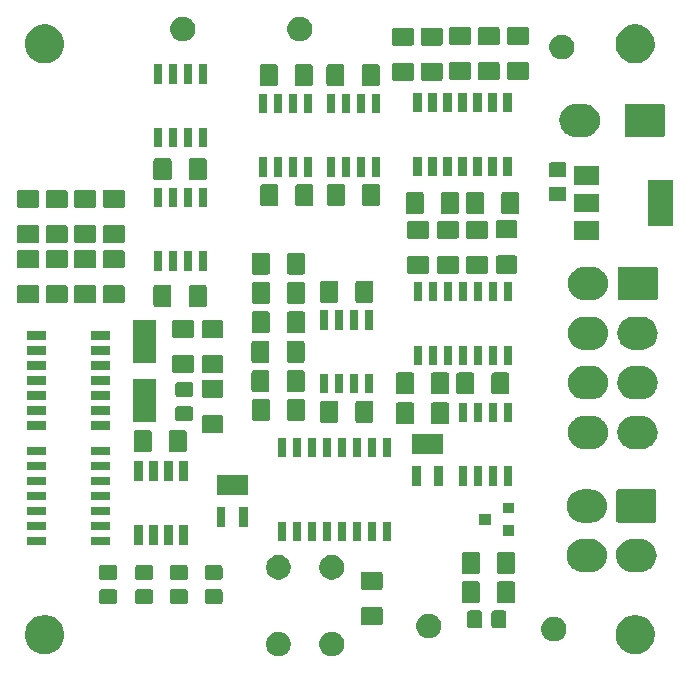
<source format=gbr>
G04 #@! TF.GenerationSoftware,KiCad,Pcbnew,(5.1.0)-1*
G04 #@! TF.CreationDate,2019-11-07T12:18:48+11:00*
G04 #@! TF.ProjectId,APPS,41505053-2e6b-4696-9361-645f70636258,rev?*
G04 #@! TF.SameCoordinates,Original*
G04 #@! TF.FileFunction,Soldermask,Top*
G04 #@! TF.FilePolarity,Negative*
%FSLAX46Y46*%
G04 Gerber Fmt 4.6, Leading zero omitted, Abs format (unit mm)*
G04 Created by KiCad (PCBNEW (5.1.0)-1) date 2019-11-07 12:18:48*
%MOMM*%
%LPD*%
G04 APERTURE LIST*
%ADD10C,0.100000*%
G04 APERTURE END LIST*
D10*
G36*
X130409564Y-111511389D02*
G01*
X130525451Y-111559391D01*
X130600835Y-111590616D01*
X130716608Y-111667973D01*
X130772973Y-111705635D01*
X130919365Y-111852027D01*
X131034385Y-112024167D01*
X131113611Y-112215436D01*
X131154000Y-112418484D01*
X131154000Y-112625516D01*
X131113611Y-112828564D01*
X131040771Y-113004415D01*
X131034384Y-113019835D01*
X130919365Y-113191973D01*
X130772973Y-113338365D01*
X130600835Y-113453384D01*
X130600834Y-113453385D01*
X130600833Y-113453385D01*
X130409564Y-113532611D01*
X130206516Y-113573000D01*
X129999484Y-113573000D01*
X129796436Y-113532611D01*
X129605167Y-113453385D01*
X129605166Y-113453385D01*
X129605165Y-113453384D01*
X129433027Y-113338365D01*
X129286635Y-113191973D01*
X129171616Y-113019835D01*
X129165229Y-113004415D01*
X129092389Y-112828564D01*
X129052000Y-112625516D01*
X129052000Y-112418484D01*
X129092389Y-112215436D01*
X129171615Y-112024167D01*
X129286635Y-111852027D01*
X129433027Y-111705635D01*
X129489392Y-111667973D01*
X129605165Y-111590616D01*
X129680549Y-111559391D01*
X129796436Y-111511389D01*
X129999484Y-111471000D01*
X130206516Y-111471000D01*
X130409564Y-111511389D01*
X130409564Y-111511389D01*
G37*
G36*
X125909564Y-111511389D02*
G01*
X126025451Y-111559391D01*
X126100835Y-111590616D01*
X126216608Y-111667973D01*
X126272973Y-111705635D01*
X126419365Y-111852027D01*
X126534385Y-112024167D01*
X126613611Y-112215436D01*
X126654000Y-112418484D01*
X126654000Y-112625516D01*
X126613611Y-112828564D01*
X126540771Y-113004415D01*
X126534384Y-113019835D01*
X126419365Y-113191973D01*
X126272973Y-113338365D01*
X126100835Y-113453384D01*
X126100834Y-113453385D01*
X126100833Y-113453385D01*
X125909564Y-113532611D01*
X125706516Y-113573000D01*
X125499484Y-113573000D01*
X125296436Y-113532611D01*
X125105167Y-113453385D01*
X125105166Y-113453385D01*
X125105165Y-113453384D01*
X124933027Y-113338365D01*
X124786635Y-113191973D01*
X124671616Y-113019835D01*
X124665229Y-113004415D01*
X124592389Y-112828564D01*
X124552000Y-112625516D01*
X124552000Y-112418484D01*
X124592389Y-112215436D01*
X124671615Y-112024167D01*
X124786635Y-111852027D01*
X124933027Y-111705635D01*
X124989392Y-111667973D01*
X125105165Y-111590616D01*
X125180549Y-111559391D01*
X125296436Y-111511389D01*
X125499484Y-111471000D01*
X125706516Y-111471000D01*
X125909564Y-111511389D01*
X125909564Y-111511389D01*
G37*
G36*
X106178856Y-110113298D02*
G01*
X106285179Y-110134447D01*
X106585642Y-110258903D01*
X106856051Y-110439585D01*
X107086015Y-110669549D01*
X107266697Y-110939958D01*
X107370351Y-111190200D01*
X107391153Y-111240422D01*
X107454600Y-111559389D01*
X107454600Y-111884611D01*
X107426841Y-112024165D01*
X107391153Y-112203579D01*
X107366701Y-112262611D01*
X107302136Y-112418486D01*
X107266697Y-112504042D01*
X107086015Y-112774451D01*
X106856051Y-113004415D01*
X106585642Y-113185097D01*
X106285179Y-113309553D01*
X106178856Y-113330702D01*
X105966211Y-113373000D01*
X105640989Y-113373000D01*
X105428344Y-113330702D01*
X105322021Y-113309553D01*
X105021558Y-113185097D01*
X104751149Y-113004415D01*
X104521185Y-112774451D01*
X104340503Y-112504042D01*
X104305065Y-112418486D01*
X104240499Y-112262611D01*
X104216047Y-112203579D01*
X104180359Y-112024165D01*
X104152600Y-111884611D01*
X104152600Y-111559389D01*
X104216047Y-111240422D01*
X104236850Y-111190200D01*
X104340503Y-110939958D01*
X104521185Y-110669549D01*
X104751149Y-110439585D01*
X105021558Y-110258903D01*
X105322021Y-110134447D01*
X105428344Y-110113298D01*
X105640989Y-110071000D01*
X105966211Y-110071000D01*
X106178856Y-110113298D01*
X106178856Y-110113298D01*
G37*
G36*
X156178856Y-110113298D02*
G01*
X156285179Y-110134447D01*
X156585642Y-110258903D01*
X156856051Y-110439585D01*
X157086015Y-110669549D01*
X157266697Y-110939958D01*
X157370351Y-111190200D01*
X157391153Y-111240422D01*
X157454600Y-111559389D01*
X157454600Y-111884611D01*
X157426841Y-112024165D01*
X157391153Y-112203579D01*
X157366701Y-112262611D01*
X157302136Y-112418486D01*
X157266697Y-112504042D01*
X157086015Y-112774451D01*
X156856051Y-113004415D01*
X156585642Y-113185097D01*
X156285179Y-113309553D01*
X156178856Y-113330702D01*
X155966211Y-113373000D01*
X155640989Y-113373000D01*
X155428344Y-113330702D01*
X155322021Y-113309553D01*
X155021558Y-113185097D01*
X154751149Y-113004415D01*
X154521185Y-112774451D01*
X154340503Y-112504042D01*
X154305065Y-112418486D01*
X154240499Y-112262611D01*
X154216047Y-112203579D01*
X154180359Y-112024165D01*
X154152600Y-111884611D01*
X154152600Y-111559389D01*
X154216047Y-111240422D01*
X154236850Y-111190200D01*
X154340503Y-110939958D01*
X154521185Y-110669549D01*
X154751149Y-110439585D01*
X155021558Y-110258903D01*
X155322021Y-110134447D01*
X155428344Y-110113298D01*
X155640989Y-110071000D01*
X155966211Y-110071000D01*
X156178856Y-110113298D01*
X156178856Y-110113298D01*
G37*
G36*
X149226764Y-110241389D02*
G01*
X149418033Y-110320615D01*
X149418035Y-110320616D01*
X149590173Y-110435635D01*
X149736565Y-110582027D01*
X149813100Y-110696569D01*
X149851585Y-110754167D01*
X149930811Y-110945436D01*
X149971200Y-111148484D01*
X149971200Y-111355516D01*
X149930811Y-111558564D01*
X149885492Y-111667973D01*
X149851584Y-111749835D01*
X149736565Y-111921973D01*
X149590173Y-112068365D01*
X149418035Y-112183384D01*
X149418034Y-112183385D01*
X149418033Y-112183385D01*
X149226764Y-112262611D01*
X149023716Y-112303000D01*
X148816684Y-112303000D01*
X148613636Y-112262611D01*
X148422367Y-112183385D01*
X148422366Y-112183385D01*
X148422365Y-112183384D01*
X148250227Y-112068365D01*
X148103835Y-111921973D01*
X147988816Y-111749835D01*
X147954908Y-111667973D01*
X147909589Y-111558564D01*
X147869200Y-111355516D01*
X147869200Y-111148484D01*
X147909589Y-110945436D01*
X147988815Y-110754167D01*
X148027301Y-110696569D01*
X148103835Y-110582027D01*
X148250227Y-110435635D01*
X148422365Y-110320616D01*
X148422367Y-110320615D01*
X148613636Y-110241389D01*
X148816684Y-110201000D01*
X149023716Y-110201000D01*
X149226764Y-110241389D01*
X149226764Y-110241389D01*
G37*
G36*
X138622164Y-109987389D02*
G01*
X138813433Y-110066615D01*
X138813435Y-110066616D01*
X138985573Y-110181635D01*
X139131965Y-110328027D01*
X139206506Y-110439585D01*
X139246985Y-110500167D01*
X139326211Y-110691436D01*
X139366600Y-110894484D01*
X139366600Y-111101516D01*
X139326211Y-111304564D01*
X139305106Y-111355516D01*
X139246984Y-111495835D01*
X139131965Y-111667973D01*
X138985573Y-111814365D01*
X138813435Y-111929384D01*
X138813434Y-111929385D01*
X138813433Y-111929385D01*
X138622164Y-112008611D01*
X138419116Y-112049000D01*
X138212084Y-112049000D01*
X138009036Y-112008611D01*
X137817767Y-111929385D01*
X137817766Y-111929385D01*
X137817765Y-111929384D01*
X137645627Y-111814365D01*
X137499235Y-111667973D01*
X137384216Y-111495835D01*
X137326094Y-111355516D01*
X137304989Y-111304564D01*
X137264600Y-111101516D01*
X137264600Y-110894484D01*
X137304989Y-110691436D01*
X137384215Y-110500167D01*
X137424695Y-110439585D01*
X137499235Y-110328027D01*
X137645627Y-110181635D01*
X137817765Y-110066616D01*
X137817767Y-110066615D01*
X138009036Y-109987389D01*
X138212084Y-109947000D01*
X138419116Y-109947000D01*
X138622164Y-109987389D01*
X138622164Y-109987389D01*
G37*
G36*
X142678274Y-109692665D02*
G01*
X142715967Y-109704099D01*
X142750703Y-109722666D01*
X142781148Y-109747652D01*
X142806134Y-109778097D01*
X142824701Y-109812833D01*
X142836135Y-109850526D01*
X142840600Y-109895861D01*
X142840600Y-110982539D01*
X142836135Y-111027874D01*
X142824701Y-111065567D01*
X142806134Y-111100303D01*
X142781148Y-111130748D01*
X142750703Y-111155734D01*
X142715967Y-111174301D01*
X142678274Y-111185735D01*
X142632939Y-111190200D01*
X141796261Y-111190200D01*
X141750926Y-111185735D01*
X141713233Y-111174301D01*
X141678497Y-111155734D01*
X141648052Y-111130748D01*
X141623066Y-111100303D01*
X141604499Y-111065567D01*
X141593065Y-111027874D01*
X141588600Y-110982539D01*
X141588600Y-109895861D01*
X141593065Y-109850526D01*
X141604499Y-109812833D01*
X141623066Y-109778097D01*
X141648052Y-109747652D01*
X141678497Y-109722666D01*
X141713233Y-109704099D01*
X141750926Y-109692665D01*
X141796261Y-109688200D01*
X142632939Y-109688200D01*
X142678274Y-109692665D01*
X142678274Y-109692665D01*
G37*
G36*
X144728274Y-109692665D02*
G01*
X144765967Y-109704099D01*
X144800703Y-109722666D01*
X144831148Y-109747652D01*
X144856134Y-109778097D01*
X144874701Y-109812833D01*
X144886135Y-109850526D01*
X144890600Y-109895861D01*
X144890600Y-110982539D01*
X144886135Y-111027874D01*
X144874701Y-111065567D01*
X144856134Y-111100303D01*
X144831148Y-111130748D01*
X144800703Y-111155734D01*
X144765967Y-111174301D01*
X144728274Y-111185735D01*
X144682939Y-111190200D01*
X143846261Y-111190200D01*
X143800926Y-111185735D01*
X143763233Y-111174301D01*
X143728497Y-111155734D01*
X143698052Y-111130748D01*
X143673066Y-111100303D01*
X143654499Y-111065567D01*
X143643065Y-111027874D01*
X143638600Y-110982539D01*
X143638600Y-109895861D01*
X143643065Y-109850526D01*
X143654499Y-109812833D01*
X143673066Y-109778097D01*
X143698052Y-109747652D01*
X143728497Y-109722666D01*
X143763233Y-109704099D01*
X143800926Y-109692665D01*
X143846261Y-109688200D01*
X144682939Y-109688200D01*
X144728274Y-109692665D01*
X144728274Y-109692665D01*
G37*
G36*
X134265162Y-109389381D02*
G01*
X134300081Y-109399974D01*
X134332263Y-109417176D01*
X134360473Y-109440327D01*
X134383624Y-109468537D01*
X134400826Y-109500719D01*
X134411419Y-109535638D01*
X134415600Y-109578095D01*
X134415600Y-110719305D01*
X134411419Y-110761762D01*
X134400826Y-110796681D01*
X134383624Y-110828863D01*
X134360473Y-110857073D01*
X134332263Y-110880224D01*
X134300081Y-110897426D01*
X134265162Y-110908019D01*
X134222705Y-110912200D01*
X132756495Y-110912200D01*
X132714038Y-110908019D01*
X132679119Y-110897426D01*
X132646937Y-110880224D01*
X132618727Y-110857073D01*
X132595576Y-110828863D01*
X132578374Y-110796681D01*
X132567781Y-110761762D01*
X132563600Y-110719305D01*
X132563600Y-109578095D01*
X132567781Y-109535638D01*
X132578374Y-109500719D01*
X132595576Y-109468537D01*
X132618727Y-109440327D01*
X132646937Y-109417176D01*
X132679119Y-109399974D01*
X132714038Y-109389381D01*
X132756495Y-109385200D01*
X134222705Y-109385200D01*
X134265162Y-109389381D01*
X134265162Y-109389381D01*
G37*
G36*
X117758874Y-107896265D02*
G01*
X117796567Y-107907699D01*
X117831303Y-107926266D01*
X117861748Y-107951252D01*
X117886734Y-107981697D01*
X117905301Y-108016433D01*
X117916735Y-108054126D01*
X117921200Y-108099461D01*
X117921200Y-108936139D01*
X117916735Y-108981474D01*
X117905301Y-109019167D01*
X117886734Y-109053903D01*
X117861748Y-109084348D01*
X117831303Y-109109334D01*
X117796567Y-109127901D01*
X117758874Y-109139335D01*
X117713539Y-109143800D01*
X116626861Y-109143800D01*
X116581526Y-109139335D01*
X116543833Y-109127901D01*
X116509097Y-109109334D01*
X116478652Y-109084348D01*
X116453666Y-109053903D01*
X116435099Y-109019167D01*
X116423665Y-108981474D01*
X116419200Y-108936139D01*
X116419200Y-108099461D01*
X116423665Y-108054126D01*
X116435099Y-108016433D01*
X116453666Y-107981697D01*
X116478652Y-107951252D01*
X116509097Y-107926266D01*
X116543833Y-107907699D01*
X116581526Y-107896265D01*
X116626861Y-107891800D01*
X117713539Y-107891800D01*
X117758874Y-107896265D01*
X117758874Y-107896265D01*
G37*
G36*
X120705274Y-107896265D02*
G01*
X120742967Y-107907699D01*
X120777703Y-107926266D01*
X120808148Y-107951252D01*
X120833134Y-107981697D01*
X120851701Y-108016433D01*
X120863135Y-108054126D01*
X120867600Y-108099461D01*
X120867600Y-108936139D01*
X120863135Y-108981474D01*
X120851701Y-109019167D01*
X120833134Y-109053903D01*
X120808148Y-109084348D01*
X120777703Y-109109334D01*
X120742967Y-109127901D01*
X120705274Y-109139335D01*
X120659939Y-109143800D01*
X119573261Y-109143800D01*
X119527926Y-109139335D01*
X119490233Y-109127901D01*
X119455497Y-109109334D01*
X119425052Y-109084348D01*
X119400066Y-109053903D01*
X119381499Y-109019167D01*
X119370065Y-108981474D01*
X119365600Y-108936139D01*
X119365600Y-108099461D01*
X119370065Y-108054126D01*
X119381499Y-108016433D01*
X119400066Y-107981697D01*
X119425052Y-107951252D01*
X119455497Y-107926266D01*
X119490233Y-107907699D01*
X119527926Y-107896265D01*
X119573261Y-107891800D01*
X120659939Y-107891800D01*
X120705274Y-107896265D01*
X120705274Y-107896265D01*
G37*
G36*
X114812474Y-107896265D02*
G01*
X114850167Y-107907699D01*
X114884903Y-107926266D01*
X114915348Y-107951252D01*
X114940334Y-107981697D01*
X114958901Y-108016433D01*
X114970335Y-108054126D01*
X114974800Y-108099461D01*
X114974800Y-108936139D01*
X114970335Y-108981474D01*
X114958901Y-109019167D01*
X114940334Y-109053903D01*
X114915348Y-109084348D01*
X114884903Y-109109334D01*
X114850167Y-109127901D01*
X114812474Y-109139335D01*
X114767139Y-109143800D01*
X113680461Y-109143800D01*
X113635126Y-109139335D01*
X113597433Y-109127901D01*
X113562697Y-109109334D01*
X113532252Y-109084348D01*
X113507266Y-109053903D01*
X113488699Y-109019167D01*
X113477265Y-108981474D01*
X113472800Y-108936139D01*
X113472800Y-108099461D01*
X113477265Y-108054126D01*
X113488699Y-108016433D01*
X113507266Y-107981697D01*
X113532252Y-107951252D01*
X113562697Y-107926266D01*
X113597433Y-107907699D01*
X113635126Y-107896265D01*
X113680461Y-107891800D01*
X114767139Y-107891800D01*
X114812474Y-107896265D01*
X114812474Y-107896265D01*
G37*
G36*
X111764474Y-107887265D02*
G01*
X111802167Y-107898699D01*
X111836903Y-107917266D01*
X111867348Y-107942252D01*
X111892334Y-107972697D01*
X111910901Y-108007433D01*
X111922335Y-108045126D01*
X111926800Y-108090461D01*
X111926800Y-108927139D01*
X111922335Y-108972474D01*
X111910901Y-109010167D01*
X111892334Y-109044903D01*
X111867348Y-109075348D01*
X111836903Y-109100334D01*
X111802167Y-109118901D01*
X111764474Y-109130335D01*
X111719139Y-109134800D01*
X110632461Y-109134800D01*
X110587126Y-109130335D01*
X110549433Y-109118901D01*
X110514697Y-109100334D01*
X110484252Y-109075348D01*
X110459266Y-109044903D01*
X110440699Y-109010167D01*
X110429265Y-108972474D01*
X110424800Y-108927139D01*
X110424800Y-108090461D01*
X110429265Y-108045126D01*
X110440699Y-108007433D01*
X110459266Y-107972697D01*
X110484252Y-107942252D01*
X110514697Y-107917266D01*
X110549433Y-107898699D01*
X110587126Y-107887265D01*
X110632461Y-107882800D01*
X111719139Y-107882800D01*
X111764474Y-107887265D01*
X111764474Y-107887265D01*
G37*
G36*
X145469262Y-107231381D02*
G01*
X145504181Y-107241974D01*
X145536363Y-107259176D01*
X145564573Y-107282327D01*
X145587724Y-107310537D01*
X145604926Y-107342719D01*
X145615519Y-107377638D01*
X145619700Y-107420095D01*
X145619700Y-108886305D01*
X145615519Y-108928762D01*
X145604926Y-108963681D01*
X145587724Y-108995863D01*
X145564573Y-109024073D01*
X145536363Y-109047224D01*
X145504181Y-109064426D01*
X145469262Y-109075019D01*
X145426805Y-109079200D01*
X144285595Y-109079200D01*
X144243138Y-109075019D01*
X144208219Y-109064426D01*
X144176037Y-109047224D01*
X144147827Y-109024073D01*
X144124676Y-108995863D01*
X144107474Y-108963681D01*
X144096881Y-108928762D01*
X144092700Y-108886305D01*
X144092700Y-107420095D01*
X144096881Y-107377638D01*
X144107474Y-107342719D01*
X144124676Y-107310537D01*
X144147827Y-107282327D01*
X144176037Y-107259176D01*
X144208219Y-107241974D01*
X144243138Y-107231381D01*
X144285595Y-107227200D01*
X145426805Y-107227200D01*
X145469262Y-107231381D01*
X145469262Y-107231381D01*
G37*
G36*
X142494262Y-107231381D02*
G01*
X142529181Y-107241974D01*
X142561363Y-107259176D01*
X142589573Y-107282327D01*
X142612724Y-107310537D01*
X142629926Y-107342719D01*
X142640519Y-107377638D01*
X142644700Y-107420095D01*
X142644700Y-108886305D01*
X142640519Y-108928762D01*
X142629926Y-108963681D01*
X142612724Y-108995863D01*
X142589573Y-109024073D01*
X142561363Y-109047224D01*
X142529181Y-109064426D01*
X142494262Y-109075019D01*
X142451805Y-109079200D01*
X141310595Y-109079200D01*
X141268138Y-109075019D01*
X141233219Y-109064426D01*
X141201037Y-109047224D01*
X141172827Y-109024073D01*
X141149676Y-108995863D01*
X141132474Y-108963681D01*
X141121881Y-108928762D01*
X141117700Y-108886305D01*
X141117700Y-107420095D01*
X141121881Y-107377638D01*
X141132474Y-107342719D01*
X141149676Y-107310537D01*
X141172827Y-107282327D01*
X141201037Y-107259176D01*
X141233219Y-107241974D01*
X141268138Y-107231381D01*
X141310595Y-107227200D01*
X142451805Y-107227200D01*
X142494262Y-107231381D01*
X142494262Y-107231381D01*
G37*
G36*
X134265162Y-106414381D02*
G01*
X134300081Y-106424974D01*
X134332263Y-106442176D01*
X134360473Y-106465327D01*
X134383624Y-106493537D01*
X134400826Y-106525719D01*
X134411419Y-106560638D01*
X134415600Y-106603095D01*
X134415600Y-107744305D01*
X134411419Y-107786762D01*
X134400826Y-107821681D01*
X134383624Y-107853863D01*
X134360473Y-107882073D01*
X134332263Y-107905224D01*
X134300081Y-107922426D01*
X134265162Y-107933019D01*
X134222705Y-107937200D01*
X132756495Y-107937200D01*
X132714038Y-107933019D01*
X132679119Y-107922426D01*
X132646937Y-107905224D01*
X132618727Y-107882073D01*
X132595576Y-107853863D01*
X132578374Y-107821681D01*
X132567781Y-107786762D01*
X132563600Y-107744305D01*
X132563600Y-106603095D01*
X132567781Y-106560638D01*
X132578374Y-106525719D01*
X132595576Y-106493537D01*
X132618727Y-106465327D01*
X132646937Y-106442176D01*
X132679119Y-106424974D01*
X132714038Y-106414381D01*
X132756495Y-106410200D01*
X134222705Y-106410200D01*
X134265162Y-106414381D01*
X134265162Y-106414381D01*
G37*
G36*
X120705274Y-105846265D02*
G01*
X120742967Y-105857699D01*
X120777703Y-105876266D01*
X120808148Y-105901252D01*
X120833134Y-105931697D01*
X120851701Y-105966433D01*
X120863135Y-106004126D01*
X120867600Y-106049461D01*
X120867600Y-106886139D01*
X120863135Y-106931474D01*
X120851701Y-106969167D01*
X120833134Y-107003903D01*
X120808148Y-107034348D01*
X120777703Y-107059334D01*
X120742967Y-107077901D01*
X120705274Y-107089335D01*
X120659939Y-107093800D01*
X119573261Y-107093800D01*
X119527926Y-107089335D01*
X119490233Y-107077901D01*
X119455497Y-107059334D01*
X119425052Y-107034348D01*
X119400066Y-107003903D01*
X119381499Y-106969167D01*
X119370065Y-106931474D01*
X119365600Y-106886139D01*
X119365600Y-106049461D01*
X119370065Y-106004126D01*
X119381499Y-105966433D01*
X119400066Y-105931697D01*
X119425052Y-105901252D01*
X119455497Y-105876266D01*
X119490233Y-105857699D01*
X119527926Y-105846265D01*
X119573261Y-105841800D01*
X120659939Y-105841800D01*
X120705274Y-105846265D01*
X120705274Y-105846265D01*
G37*
G36*
X114812474Y-105846265D02*
G01*
X114850167Y-105857699D01*
X114884903Y-105876266D01*
X114915348Y-105901252D01*
X114940334Y-105931697D01*
X114958901Y-105966433D01*
X114970335Y-106004126D01*
X114974800Y-106049461D01*
X114974800Y-106886139D01*
X114970335Y-106931474D01*
X114958901Y-106969167D01*
X114940334Y-107003903D01*
X114915348Y-107034348D01*
X114884903Y-107059334D01*
X114850167Y-107077901D01*
X114812474Y-107089335D01*
X114767139Y-107093800D01*
X113680461Y-107093800D01*
X113635126Y-107089335D01*
X113597433Y-107077901D01*
X113562697Y-107059334D01*
X113532252Y-107034348D01*
X113507266Y-107003903D01*
X113488699Y-106969167D01*
X113477265Y-106931474D01*
X113472800Y-106886139D01*
X113472800Y-106049461D01*
X113477265Y-106004126D01*
X113488699Y-105966433D01*
X113507266Y-105931697D01*
X113532252Y-105901252D01*
X113562697Y-105876266D01*
X113597433Y-105857699D01*
X113635126Y-105846265D01*
X113680461Y-105841800D01*
X114767139Y-105841800D01*
X114812474Y-105846265D01*
X114812474Y-105846265D01*
G37*
G36*
X117758874Y-105846265D02*
G01*
X117796567Y-105857699D01*
X117831303Y-105876266D01*
X117861748Y-105901252D01*
X117886734Y-105931697D01*
X117905301Y-105966433D01*
X117916735Y-106004126D01*
X117921200Y-106049461D01*
X117921200Y-106886139D01*
X117916735Y-106931474D01*
X117905301Y-106969167D01*
X117886734Y-107003903D01*
X117861748Y-107034348D01*
X117831303Y-107059334D01*
X117796567Y-107077901D01*
X117758874Y-107089335D01*
X117713539Y-107093800D01*
X116626861Y-107093800D01*
X116581526Y-107089335D01*
X116543833Y-107077901D01*
X116509097Y-107059334D01*
X116478652Y-107034348D01*
X116453666Y-107003903D01*
X116435099Y-106969167D01*
X116423665Y-106931474D01*
X116419200Y-106886139D01*
X116419200Y-106049461D01*
X116423665Y-106004126D01*
X116435099Y-105966433D01*
X116453666Y-105931697D01*
X116478652Y-105901252D01*
X116509097Y-105876266D01*
X116543833Y-105857699D01*
X116581526Y-105846265D01*
X116626861Y-105841800D01*
X117713539Y-105841800D01*
X117758874Y-105846265D01*
X117758874Y-105846265D01*
G37*
G36*
X111764474Y-105837265D02*
G01*
X111802167Y-105848699D01*
X111836903Y-105867266D01*
X111867348Y-105892252D01*
X111892334Y-105922697D01*
X111910901Y-105957433D01*
X111922335Y-105995126D01*
X111926800Y-106040461D01*
X111926800Y-106877139D01*
X111922335Y-106922474D01*
X111910901Y-106960167D01*
X111892334Y-106994903D01*
X111867348Y-107025348D01*
X111836903Y-107050334D01*
X111802167Y-107068901D01*
X111764474Y-107080335D01*
X111719139Y-107084800D01*
X110632461Y-107084800D01*
X110587126Y-107080335D01*
X110549433Y-107068901D01*
X110514697Y-107050334D01*
X110484252Y-107025348D01*
X110459266Y-106994903D01*
X110440699Y-106960167D01*
X110429265Y-106922474D01*
X110424800Y-106877139D01*
X110424800Y-106040461D01*
X110429265Y-105995126D01*
X110440699Y-105957433D01*
X110459266Y-105922697D01*
X110484252Y-105892252D01*
X110514697Y-105867266D01*
X110549433Y-105848699D01*
X110587126Y-105837265D01*
X110632461Y-105832800D01*
X111719139Y-105832800D01*
X111764474Y-105837265D01*
X111764474Y-105837265D01*
G37*
G36*
X125909564Y-105011389D02*
G01*
X126100833Y-105090615D01*
X126100835Y-105090616D01*
X126272973Y-105205635D01*
X126419365Y-105352027D01*
X126534385Y-105524167D01*
X126613611Y-105715436D01*
X126654000Y-105918484D01*
X126654000Y-106125516D01*
X126613611Y-106328564D01*
X126553170Y-106474481D01*
X126534384Y-106519835D01*
X126419365Y-106691973D01*
X126272973Y-106838365D01*
X126100835Y-106953384D01*
X126100834Y-106953385D01*
X126100833Y-106953385D01*
X125909564Y-107032611D01*
X125706516Y-107073000D01*
X125499484Y-107073000D01*
X125296436Y-107032611D01*
X125105167Y-106953385D01*
X125105166Y-106953385D01*
X125105165Y-106953384D01*
X124933027Y-106838365D01*
X124786635Y-106691973D01*
X124671616Y-106519835D01*
X124652830Y-106474481D01*
X124592389Y-106328564D01*
X124552000Y-106125516D01*
X124552000Y-105918484D01*
X124592389Y-105715436D01*
X124671615Y-105524167D01*
X124786635Y-105352027D01*
X124933027Y-105205635D01*
X125105165Y-105090616D01*
X125105167Y-105090615D01*
X125296436Y-105011389D01*
X125499484Y-104971000D01*
X125706516Y-104971000D01*
X125909564Y-105011389D01*
X125909564Y-105011389D01*
G37*
G36*
X130409564Y-105011389D02*
G01*
X130600833Y-105090615D01*
X130600835Y-105090616D01*
X130772973Y-105205635D01*
X130919365Y-105352027D01*
X131034385Y-105524167D01*
X131113611Y-105715436D01*
X131154000Y-105918484D01*
X131154000Y-106125516D01*
X131113611Y-106328564D01*
X131053170Y-106474481D01*
X131034384Y-106519835D01*
X130919365Y-106691973D01*
X130772973Y-106838365D01*
X130600835Y-106953384D01*
X130600834Y-106953385D01*
X130600833Y-106953385D01*
X130409564Y-107032611D01*
X130206516Y-107073000D01*
X129999484Y-107073000D01*
X129796436Y-107032611D01*
X129605167Y-106953385D01*
X129605166Y-106953385D01*
X129605165Y-106953384D01*
X129433027Y-106838365D01*
X129286635Y-106691973D01*
X129171616Y-106519835D01*
X129152830Y-106474481D01*
X129092389Y-106328564D01*
X129052000Y-106125516D01*
X129052000Y-105918484D01*
X129092389Y-105715436D01*
X129171615Y-105524167D01*
X129286635Y-105352027D01*
X129433027Y-105205635D01*
X129605165Y-105090616D01*
X129605167Y-105090615D01*
X129796436Y-105011389D01*
X129999484Y-104971000D01*
X130206516Y-104971000D01*
X130409564Y-105011389D01*
X130409564Y-105011389D01*
G37*
G36*
X145469262Y-104742181D02*
G01*
X145504181Y-104752774D01*
X145536363Y-104769976D01*
X145564573Y-104793127D01*
X145587724Y-104821337D01*
X145604926Y-104853519D01*
X145615519Y-104888438D01*
X145619700Y-104930895D01*
X145619700Y-106397105D01*
X145615519Y-106439562D01*
X145604926Y-106474481D01*
X145587724Y-106506663D01*
X145564573Y-106534873D01*
X145536363Y-106558024D01*
X145504181Y-106575226D01*
X145469262Y-106585819D01*
X145426805Y-106590000D01*
X144285595Y-106590000D01*
X144243138Y-106585819D01*
X144208219Y-106575226D01*
X144176037Y-106558024D01*
X144147827Y-106534873D01*
X144124676Y-106506663D01*
X144107474Y-106474481D01*
X144096881Y-106439562D01*
X144092700Y-106397105D01*
X144092700Y-104930895D01*
X144096881Y-104888438D01*
X144107474Y-104853519D01*
X144124676Y-104821337D01*
X144147827Y-104793127D01*
X144176037Y-104769976D01*
X144208219Y-104752774D01*
X144243138Y-104742181D01*
X144285595Y-104738000D01*
X145426805Y-104738000D01*
X145469262Y-104742181D01*
X145469262Y-104742181D01*
G37*
G36*
X142494262Y-104742181D02*
G01*
X142529181Y-104752774D01*
X142561363Y-104769976D01*
X142589573Y-104793127D01*
X142612724Y-104821337D01*
X142629926Y-104853519D01*
X142640519Y-104888438D01*
X142644700Y-104930895D01*
X142644700Y-106397105D01*
X142640519Y-106439562D01*
X142629926Y-106474481D01*
X142612724Y-106506663D01*
X142589573Y-106534873D01*
X142561363Y-106558024D01*
X142529181Y-106575226D01*
X142494262Y-106585819D01*
X142451805Y-106590000D01*
X141310595Y-106590000D01*
X141268138Y-106585819D01*
X141233219Y-106575226D01*
X141201037Y-106558024D01*
X141172827Y-106534873D01*
X141149676Y-106506663D01*
X141132474Y-106474481D01*
X141121881Y-106439562D01*
X141117700Y-106397105D01*
X141117700Y-104930895D01*
X141121881Y-104888438D01*
X141132474Y-104853519D01*
X141149676Y-104821337D01*
X141172827Y-104793127D01*
X141201037Y-104769976D01*
X141233219Y-104752774D01*
X141268138Y-104742181D01*
X141310595Y-104738000D01*
X142451805Y-104738000D01*
X142494262Y-104742181D01*
X142494262Y-104742181D01*
G37*
G36*
X152175331Y-103647136D02*
G01*
X152278244Y-103657272D01*
X152473617Y-103716538D01*
X152542337Y-103737384D01*
X152771802Y-103860036D01*
X152785720Y-103867475D01*
X152841291Y-103913082D01*
X152999050Y-104042550D01*
X153128518Y-104200309D01*
X153174125Y-104255880D01*
X153174126Y-104255882D01*
X153304216Y-104499263D01*
X153304217Y-104499267D01*
X153384328Y-104763356D01*
X153411378Y-105038000D01*
X153384328Y-105312644D01*
X153372381Y-105352027D01*
X153304216Y-105576737D01*
X153181564Y-105806202D01*
X153174125Y-105820120D01*
X153135433Y-105867266D01*
X152999050Y-106033450D01*
X152841291Y-106162918D01*
X152785720Y-106208525D01*
X152785718Y-106208526D01*
X152542337Y-106338616D01*
X152473617Y-106359462D01*
X152278244Y-106418728D01*
X152175331Y-106428864D01*
X152072420Y-106439000D01*
X151334780Y-106439000D01*
X151231869Y-106428864D01*
X151128956Y-106418728D01*
X150933583Y-106359462D01*
X150864863Y-106338616D01*
X150621482Y-106208526D01*
X150621480Y-106208525D01*
X150565909Y-106162918D01*
X150408150Y-106033450D01*
X150271767Y-105867266D01*
X150233075Y-105820120D01*
X150225636Y-105806202D01*
X150102984Y-105576737D01*
X150034819Y-105352027D01*
X150022872Y-105312644D01*
X149995822Y-105038000D01*
X150022872Y-104763356D01*
X150102983Y-104499267D01*
X150102984Y-104499263D01*
X150233074Y-104255882D01*
X150233075Y-104255880D01*
X150278682Y-104200309D01*
X150408150Y-104042550D01*
X150565909Y-103913082D01*
X150621480Y-103867475D01*
X150635398Y-103860036D01*
X150864863Y-103737384D01*
X150933583Y-103716538D01*
X151128956Y-103657272D01*
X151231869Y-103647136D01*
X151334780Y-103637000D01*
X152072420Y-103637000D01*
X152175331Y-103647136D01*
X152175331Y-103647136D01*
G37*
G36*
X156375331Y-103647136D02*
G01*
X156478244Y-103657272D01*
X156673617Y-103716538D01*
X156742337Y-103737384D01*
X156971802Y-103860036D01*
X156985720Y-103867475D01*
X157041291Y-103913082D01*
X157199050Y-104042550D01*
X157328518Y-104200309D01*
X157374125Y-104255880D01*
X157374126Y-104255882D01*
X157504216Y-104499263D01*
X157504217Y-104499267D01*
X157584328Y-104763356D01*
X157611378Y-105038000D01*
X157584328Y-105312644D01*
X157572381Y-105352027D01*
X157504216Y-105576737D01*
X157381564Y-105806202D01*
X157374125Y-105820120D01*
X157335433Y-105867266D01*
X157199050Y-106033450D01*
X157041291Y-106162918D01*
X156985720Y-106208525D01*
X156985718Y-106208526D01*
X156742337Y-106338616D01*
X156673617Y-106359462D01*
X156478244Y-106418728D01*
X156375331Y-106428864D01*
X156272420Y-106439000D01*
X155534780Y-106439000D01*
X155431869Y-106428864D01*
X155328956Y-106418728D01*
X155133583Y-106359462D01*
X155064863Y-106338616D01*
X154821482Y-106208526D01*
X154821480Y-106208525D01*
X154765909Y-106162918D01*
X154608150Y-106033450D01*
X154471767Y-105867266D01*
X154433075Y-105820120D01*
X154425636Y-105806202D01*
X154302984Y-105576737D01*
X154234819Y-105352027D01*
X154222872Y-105312644D01*
X154195822Y-105038000D01*
X154222872Y-104763356D01*
X154302983Y-104499267D01*
X154302984Y-104499263D01*
X154433074Y-104255882D01*
X154433075Y-104255880D01*
X154478682Y-104200309D01*
X154608150Y-104042550D01*
X154765909Y-103913082D01*
X154821480Y-103867475D01*
X154835398Y-103860036D01*
X155064863Y-103737384D01*
X155133583Y-103716538D01*
X155328956Y-103657272D01*
X155431869Y-103647136D01*
X155534780Y-103637000D01*
X156272420Y-103637000D01*
X156375331Y-103647136D01*
X156375331Y-103647136D01*
G37*
G36*
X105949400Y-104135400D02*
G01*
X104347400Y-104135400D01*
X104347400Y-103433400D01*
X105949400Y-103433400D01*
X105949400Y-104135400D01*
X105949400Y-104135400D01*
G37*
G36*
X111349400Y-104135400D02*
G01*
X109747400Y-104135400D01*
X109747400Y-103433400D01*
X111349400Y-103433400D01*
X111349400Y-104135400D01*
X111349400Y-104135400D01*
G37*
G36*
X116632200Y-104110000D02*
G01*
X115930200Y-104110000D01*
X115930200Y-102458000D01*
X116632200Y-102458000D01*
X116632200Y-104110000D01*
X116632200Y-104110000D01*
G37*
G36*
X114092200Y-104110000D02*
G01*
X113390200Y-104110000D01*
X113390200Y-102458000D01*
X114092200Y-102458000D01*
X114092200Y-104110000D01*
X114092200Y-104110000D01*
G37*
G36*
X115362200Y-104110000D02*
G01*
X114660200Y-104110000D01*
X114660200Y-102458000D01*
X115362200Y-102458000D01*
X115362200Y-104110000D01*
X115362200Y-104110000D01*
G37*
G36*
X117902200Y-104110000D02*
G01*
X117200200Y-104110000D01*
X117200200Y-102458000D01*
X117902200Y-102458000D01*
X117902200Y-104110000D01*
X117902200Y-104110000D01*
G37*
G36*
X132583400Y-103817400D02*
G01*
X131881400Y-103817400D01*
X131881400Y-102215400D01*
X132583400Y-102215400D01*
X132583400Y-103817400D01*
X132583400Y-103817400D01*
G37*
G36*
X130043400Y-103817400D02*
G01*
X129341400Y-103817400D01*
X129341400Y-102215400D01*
X130043400Y-102215400D01*
X130043400Y-103817400D01*
X130043400Y-103817400D01*
G37*
G36*
X131313400Y-103817400D02*
G01*
X130611400Y-103817400D01*
X130611400Y-102215400D01*
X131313400Y-102215400D01*
X131313400Y-103817400D01*
X131313400Y-103817400D01*
G37*
G36*
X133853400Y-103817400D02*
G01*
X133151400Y-103817400D01*
X133151400Y-102215400D01*
X133853400Y-102215400D01*
X133853400Y-103817400D01*
X133853400Y-103817400D01*
G37*
G36*
X135123400Y-103817400D02*
G01*
X134421400Y-103817400D01*
X134421400Y-102215400D01*
X135123400Y-102215400D01*
X135123400Y-103817400D01*
X135123400Y-103817400D01*
G37*
G36*
X126233400Y-103817400D02*
G01*
X125531400Y-103817400D01*
X125531400Y-102215400D01*
X126233400Y-102215400D01*
X126233400Y-103817400D01*
X126233400Y-103817400D01*
G37*
G36*
X127503400Y-103817400D02*
G01*
X126801400Y-103817400D01*
X126801400Y-102215400D01*
X127503400Y-102215400D01*
X127503400Y-103817400D01*
X127503400Y-103817400D01*
G37*
G36*
X128773400Y-103817400D02*
G01*
X128071400Y-103817400D01*
X128071400Y-102215400D01*
X128773400Y-102215400D01*
X128773400Y-103817400D01*
X128773400Y-103817400D01*
G37*
G36*
X145582500Y-103369300D02*
G01*
X144580500Y-103369300D01*
X144580500Y-102467300D01*
X145582500Y-102467300D01*
X145582500Y-103369300D01*
X145582500Y-103369300D01*
G37*
G36*
X105949400Y-102865400D02*
G01*
X104347400Y-102865400D01*
X104347400Y-102163400D01*
X105949400Y-102163400D01*
X105949400Y-102865400D01*
X105949400Y-102865400D01*
G37*
G36*
X111349400Y-102865400D02*
G01*
X109747400Y-102865400D01*
X109747400Y-102163400D01*
X111349400Y-102163400D01*
X111349400Y-102865400D01*
X111349400Y-102865400D01*
G37*
G36*
X123017400Y-102612600D02*
G01*
X122265400Y-102612600D01*
X122265400Y-100950600D01*
X123017400Y-100950600D01*
X123017400Y-102612600D01*
X123017400Y-102612600D01*
G37*
G36*
X121117400Y-102612600D02*
G01*
X120365400Y-102612600D01*
X120365400Y-100950600D01*
X121117400Y-100950600D01*
X121117400Y-102612600D01*
X121117400Y-102612600D01*
G37*
G36*
X143582500Y-102419300D02*
G01*
X142580500Y-102419300D01*
X142580500Y-101517300D01*
X143582500Y-101517300D01*
X143582500Y-102419300D01*
X143582500Y-102419300D01*
G37*
G36*
X157477631Y-99440621D02*
G01*
X157507086Y-99449556D01*
X157534223Y-99464062D01*
X157558014Y-99483586D01*
X157577538Y-99507377D01*
X157592044Y-99534514D01*
X157600979Y-99563969D01*
X157604600Y-99600734D01*
X157604600Y-102075266D01*
X157600979Y-102112031D01*
X157592044Y-102141486D01*
X157577538Y-102168623D01*
X157558014Y-102192414D01*
X157534223Y-102211938D01*
X157507086Y-102226444D01*
X157477631Y-102235379D01*
X157440866Y-102239000D01*
X154366334Y-102239000D01*
X154329569Y-102235379D01*
X154300114Y-102226444D01*
X154272977Y-102211938D01*
X154249186Y-102192414D01*
X154229662Y-102168623D01*
X154215156Y-102141486D01*
X154206221Y-102112031D01*
X154202600Y-102075266D01*
X154202600Y-99600734D01*
X154206221Y-99563969D01*
X154215156Y-99534514D01*
X154229662Y-99507377D01*
X154249186Y-99483586D01*
X154272977Y-99464062D01*
X154300114Y-99449556D01*
X154329569Y-99440621D01*
X154366334Y-99437000D01*
X157440866Y-99437000D01*
X157477631Y-99440621D01*
X157477631Y-99440621D01*
G37*
G36*
X152175331Y-99447136D02*
G01*
X152278244Y-99457272D01*
X152473617Y-99516538D01*
X152542337Y-99537384D01*
X152703261Y-99623400D01*
X152785720Y-99667475D01*
X152841291Y-99713082D01*
X152999050Y-99842550D01*
X153128518Y-100000309D01*
X153174125Y-100055880D01*
X153174126Y-100055882D01*
X153304216Y-100299263D01*
X153325062Y-100367983D01*
X153384328Y-100563356D01*
X153411378Y-100838000D01*
X153384328Y-101112644D01*
X153325062Y-101308017D01*
X153304216Y-101376737D01*
X153229083Y-101517300D01*
X153174125Y-101620120D01*
X153128518Y-101675691D01*
X152999050Y-101833450D01*
X152841291Y-101962918D01*
X152785720Y-102008525D01*
X152785718Y-102008526D01*
X152542337Y-102138616D01*
X152473617Y-102159462D01*
X152278244Y-102218728D01*
X152175331Y-102228864D01*
X152072420Y-102239000D01*
X151334780Y-102239000D01*
X151231869Y-102228864D01*
X151128956Y-102218728D01*
X150933583Y-102159462D01*
X150864863Y-102138616D01*
X150621482Y-102008526D01*
X150621480Y-102008525D01*
X150565909Y-101962918D01*
X150408150Y-101833450D01*
X150278682Y-101675691D01*
X150233075Y-101620120D01*
X150178117Y-101517300D01*
X150102984Y-101376737D01*
X150082138Y-101308017D01*
X150022872Y-101112644D01*
X149995822Y-100838000D01*
X150022872Y-100563356D01*
X150082138Y-100367983D01*
X150102984Y-100299263D01*
X150233074Y-100055882D01*
X150233075Y-100055880D01*
X150278682Y-100000309D01*
X150408150Y-99842550D01*
X150565909Y-99713082D01*
X150621480Y-99667475D01*
X150703939Y-99623400D01*
X150864863Y-99537384D01*
X150933583Y-99516538D01*
X151128956Y-99457272D01*
X151231869Y-99447136D01*
X151334780Y-99437000D01*
X152072420Y-99437000D01*
X152175331Y-99447136D01*
X152175331Y-99447136D01*
G37*
G36*
X111349400Y-101595400D02*
G01*
X109747400Y-101595400D01*
X109747400Y-100893400D01*
X111349400Y-100893400D01*
X111349400Y-101595400D01*
X111349400Y-101595400D01*
G37*
G36*
X105949400Y-101595400D02*
G01*
X104347400Y-101595400D01*
X104347400Y-100893400D01*
X105949400Y-100893400D01*
X105949400Y-101595400D01*
X105949400Y-101595400D01*
G37*
G36*
X145582500Y-101469300D02*
G01*
X144580500Y-101469300D01*
X144580500Y-100567300D01*
X145582500Y-100567300D01*
X145582500Y-101469300D01*
X145582500Y-101469300D01*
G37*
G36*
X105949400Y-100325400D02*
G01*
X104347400Y-100325400D01*
X104347400Y-99623400D01*
X105949400Y-99623400D01*
X105949400Y-100325400D01*
X105949400Y-100325400D01*
G37*
G36*
X111349400Y-100325400D02*
G01*
X109747400Y-100325400D01*
X109747400Y-99623400D01*
X111349400Y-99623400D01*
X111349400Y-100325400D01*
X111349400Y-100325400D01*
G37*
G36*
X123017400Y-99912600D02*
G01*
X120365400Y-99912600D01*
X120365400Y-98250600D01*
X123017400Y-98250600D01*
X123017400Y-99912600D01*
X123017400Y-99912600D01*
G37*
G36*
X141575000Y-99131600D02*
G01*
X140873000Y-99131600D01*
X140873000Y-97479600D01*
X141575000Y-97479600D01*
X141575000Y-99131600D01*
X141575000Y-99131600D01*
G37*
G36*
X145385000Y-99131600D02*
G01*
X144683000Y-99131600D01*
X144683000Y-97479600D01*
X145385000Y-97479600D01*
X145385000Y-99131600D01*
X145385000Y-99131600D01*
G37*
G36*
X144115000Y-99131600D02*
G01*
X143413000Y-99131600D01*
X143413000Y-97479600D01*
X144115000Y-97479600D01*
X144115000Y-99131600D01*
X144115000Y-99131600D01*
G37*
G36*
X142845000Y-99131600D02*
G01*
X142143000Y-99131600D01*
X142143000Y-97479600D01*
X142845000Y-97479600D01*
X142845000Y-99131600D01*
X142845000Y-99131600D01*
G37*
G36*
X137665500Y-99120100D02*
G01*
X136913500Y-99120100D01*
X136913500Y-97458100D01*
X137665500Y-97458100D01*
X137665500Y-99120100D01*
X137665500Y-99120100D01*
G37*
G36*
X139565500Y-99120100D02*
G01*
X138813500Y-99120100D01*
X138813500Y-97458100D01*
X139565500Y-97458100D01*
X139565500Y-99120100D01*
X139565500Y-99120100D01*
G37*
G36*
X111349400Y-99055400D02*
G01*
X109747400Y-99055400D01*
X109747400Y-98353400D01*
X111349400Y-98353400D01*
X111349400Y-99055400D01*
X111349400Y-99055400D01*
G37*
G36*
X105949400Y-99055400D02*
G01*
X104347400Y-99055400D01*
X104347400Y-98353400D01*
X105949400Y-98353400D01*
X105949400Y-99055400D01*
X105949400Y-99055400D01*
G37*
G36*
X117902200Y-98710000D02*
G01*
X117200200Y-98710000D01*
X117200200Y-97058000D01*
X117902200Y-97058000D01*
X117902200Y-98710000D01*
X117902200Y-98710000D01*
G37*
G36*
X116632200Y-98710000D02*
G01*
X115930200Y-98710000D01*
X115930200Y-97058000D01*
X116632200Y-97058000D01*
X116632200Y-98710000D01*
X116632200Y-98710000D01*
G37*
G36*
X115362200Y-98710000D02*
G01*
X114660200Y-98710000D01*
X114660200Y-97058000D01*
X115362200Y-97058000D01*
X115362200Y-98710000D01*
X115362200Y-98710000D01*
G37*
G36*
X114092200Y-98710000D02*
G01*
X113390200Y-98710000D01*
X113390200Y-97058000D01*
X114092200Y-97058000D01*
X114092200Y-98710000D01*
X114092200Y-98710000D01*
G37*
G36*
X111349400Y-97785400D02*
G01*
X109747400Y-97785400D01*
X109747400Y-97083400D01*
X111349400Y-97083400D01*
X111349400Y-97785400D01*
X111349400Y-97785400D01*
G37*
G36*
X105949400Y-97785400D02*
G01*
X104347400Y-97785400D01*
X104347400Y-97083400D01*
X105949400Y-97083400D01*
X105949400Y-97785400D01*
X105949400Y-97785400D01*
G37*
G36*
X128773400Y-96717400D02*
G01*
X128071400Y-96717400D01*
X128071400Y-95115400D01*
X128773400Y-95115400D01*
X128773400Y-96717400D01*
X128773400Y-96717400D01*
G37*
G36*
X127503400Y-96717400D02*
G01*
X126801400Y-96717400D01*
X126801400Y-95115400D01*
X127503400Y-95115400D01*
X127503400Y-96717400D01*
X127503400Y-96717400D01*
G37*
G36*
X126233400Y-96717400D02*
G01*
X125531400Y-96717400D01*
X125531400Y-95115400D01*
X126233400Y-95115400D01*
X126233400Y-96717400D01*
X126233400Y-96717400D01*
G37*
G36*
X135123400Y-96717400D02*
G01*
X134421400Y-96717400D01*
X134421400Y-95115400D01*
X135123400Y-95115400D01*
X135123400Y-96717400D01*
X135123400Y-96717400D01*
G37*
G36*
X131313400Y-96717400D02*
G01*
X130611400Y-96717400D01*
X130611400Y-95115400D01*
X131313400Y-95115400D01*
X131313400Y-96717400D01*
X131313400Y-96717400D01*
G37*
G36*
X130043400Y-96717400D02*
G01*
X129341400Y-96717400D01*
X129341400Y-95115400D01*
X130043400Y-95115400D01*
X130043400Y-96717400D01*
X130043400Y-96717400D01*
G37*
G36*
X133853400Y-96717400D02*
G01*
X133151400Y-96717400D01*
X133151400Y-95115400D01*
X133853400Y-95115400D01*
X133853400Y-96717400D01*
X133853400Y-96717400D01*
G37*
G36*
X132583400Y-96717400D02*
G01*
X131881400Y-96717400D01*
X131881400Y-95115400D01*
X132583400Y-95115400D01*
X132583400Y-96717400D01*
X132583400Y-96717400D01*
G37*
G36*
X111349400Y-96515400D02*
G01*
X109747400Y-96515400D01*
X109747400Y-95813400D01*
X111349400Y-95813400D01*
X111349400Y-96515400D01*
X111349400Y-96515400D01*
G37*
G36*
X105949400Y-96515400D02*
G01*
X104347400Y-96515400D01*
X104347400Y-95813400D01*
X105949400Y-95813400D01*
X105949400Y-96515400D01*
X105949400Y-96515400D01*
G37*
G36*
X139565500Y-96420100D02*
G01*
X136913500Y-96420100D01*
X136913500Y-94758100D01*
X139565500Y-94758100D01*
X139565500Y-96420100D01*
X139565500Y-96420100D01*
G37*
G36*
X117681662Y-94429781D02*
G01*
X117716581Y-94440374D01*
X117748763Y-94457576D01*
X117776973Y-94480727D01*
X117800124Y-94508937D01*
X117817326Y-94541119D01*
X117827919Y-94576038D01*
X117832100Y-94618495D01*
X117832100Y-96084705D01*
X117827919Y-96127162D01*
X117817326Y-96162081D01*
X117800124Y-96194263D01*
X117776973Y-96222473D01*
X117748763Y-96245624D01*
X117716581Y-96262826D01*
X117681662Y-96273419D01*
X117639205Y-96277600D01*
X116497995Y-96277600D01*
X116455538Y-96273419D01*
X116420619Y-96262826D01*
X116388437Y-96245624D01*
X116360227Y-96222473D01*
X116337076Y-96194263D01*
X116319874Y-96162081D01*
X116309281Y-96127162D01*
X116305100Y-96084705D01*
X116305100Y-94618495D01*
X116309281Y-94576038D01*
X116319874Y-94541119D01*
X116337076Y-94508937D01*
X116360227Y-94480727D01*
X116388437Y-94457576D01*
X116420619Y-94440374D01*
X116455538Y-94429781D01*
X116497995Y-94425600D01*
X117639205Y-94425600D01*
X117681662Y-94429781D01*
X117681662Y-94429781D01*
G37*
G36*
X114706662Y-94429781D02*
G01*
X114741581Y-94440374D01*
X114773763Y-94457576D01*
X114801973Y-94480727D01*
X114825124Y-94508937D01*
X114842326Y-94541119D01*
X114852919Y-94576038D01*
X114857100Y-94618495D01*
X114857100Y-96084705D01*
X114852919Y-96127162D01*
X114842326Y-96162081D01*
X114825124Y-96194263D01*
X114801973Y-96222473D01*
X114773763Y-96245624D01*
X114741581Y-96262826D01*
X114706662Y-96273419D01*
X114664205Y-96277600D01*
X113522995Y-96277600D01*
X113480538Y-96273419D01*
X113445619Y-96262826D01*
X113413437Y-96245624D01*
X113385227Y-96222473D01*
X113362076Y-96194263D01*
X113344874Y-96162081D01*
X113334281Y-96127162D01*
X113330100Y-96084705D01*
X113330100Y-94618495D01*
X113334281Y-94576038D01*
X113344874Y-94541119D01*
X113362076Y-94508937D01*
X113385227Y-94480727D01*
X113413437Y-94457576D01*
X113445619Y-94440374D01*
X113480538Y-94429781D01*
X113522995Y-94425600D01*
X114664205Y-94425600D01*
X114706662Y-94429781D01*
X114706662Y-94429781D01*
G37*
G36*
X156450166Y-93207665D02*
G01*
X156583244Y-93220772D01*
X156777298Y-93279638D01*
X156847337Y-93300884D01*
X157070877Y-93420369D01*
X157090720Y-93430975D01*
X157139032Y-93470624D01*
X157304050Y-93606050D01*
X157410044Y-93735205D01*
X157479125Y-93819380D01*
X157479126Y-93819382D01*
X157609216Y-94062763D01*
X157609217Y-94062767D01*
X157689328Y-94326856D01*
X157716378Y-94601500D01*
X157689328Y-94876144D01*
X157630062Y-95071517D01*
X157609216Y-95140237D01*
X157486564Y-95369702D01*
X157479125Y-95383620D01*
X157433518Y-95439191D01*
X157304050Y-95596950D01*
X157146291Y-95726418D01*
X157090720Y-95772025D01*
X157090718Y-95772026D01*
X156847337Y-95902116D01*
X156778617Y-95922962D01*
X156583244Y-95982228D01*
X156480331Y-95992364D01*
X156377420Y-96002500D01*
X155639780Y-96002500D01*
X155536869Y-95992364D01*
X155433956Y-95982228D01*
X155238583Y-95922962D01*
X155169863Y-95902116D01*
X154926482Y-95772026D01*
X154926480Y-95772025D01*
X154870909Y-95726418D01*
X154713150Y-95596950D01*
X154583682Y-95439191D01*
X154538075Y-95383620D01*
X154530636Y-95369702D01*
X154407984Y-95140237D01*
X154387138Y-95071517D01*
X154327872Y-94876144D01*
X154300822Y-94601500D01*
X154327872Y-94326856D01*
X154407983Y-94062767D01*
X154407984Y-94062763D01*
X154538074Y-93819382D01*
X154538075Y-93819380D01*
X154607156Y-93735205D01*
X154713150Y-93606050D01*
X154878168Y-93470624D01*
X154926480Y-93430975D01*
X154946323Y-93420369D01*
X155169863Y-93300884D01*
X155239902Y-93279638D01*
X155433956Y-93220772D01*
X155567034Y-93207665D01*
X155639780Y-93200500D01*
X156377420Y-93200500D01*
X156450166Y-93207665D01*
X156450166Y-93207665D01*
G37*
G36*
X152250166Y-93207665D02*
G01*
X152383244Y-93220772D01*
X152577298Y-93279638D01*
X152647337Y-93300884D01*
X152870877Y-93420369D01*
X152890720Y-93430975D01*
X152939032Y-93470624D01*
X153104050Y-93606050D01*
X153210044Y-93735205D01*
X153279125Y-93819380D01*
X153279126Y-93819382D01*
X153409216Y-94062763D01*
X153409217Y-94062767D01*
X153489328Y-94326856D01*
X153516378Y-94601500D01*
X153489328Y-94876144D01*
X153430062Y-95071517D01*
X153409216Y-95140237D01*
X153286564Y-95369702D01*
X153279125Y-95383620D01*
X153233518Y-95439191D01*
X153104050Y-95596950D01*
X152946291Y-95726418D01*
X152890720Y-95772025D01*
X152890718Y-95772026D01*
X152647337Y-95902116D01*
X152578617Y-95922962D01*
X152383244Y-95982228D01*
X152280331Y-95992364D01*
X152177420Y-96002500D01*
X151439780Y-96002500D01*
X151336869Y-95992364D01*
X151233956Y-95982228D01*
X151038583Y-95922962D01*
X150969863Y-95902116D01*
X150726482Y-95772026D01*
X150726480Y-95772025D01*
X150670909Y-95726418D01*
X150513150Y-95596950D01*
X150383682Y-95439191D01*
X150338075Y-95383620D01*
X150330636Y-95369702D01*
X150207984Y-95140237D01*
X150187138Y-95071517D01*
X150127872Y-94876144D01*
X150100822Y-94601500D01*
X150127872Y-94326856D01*
X150207983Y-94062767D01*
X150207984Y-94062763D01*
X150338074Y-93819382D01*
X150338075Y-93819380D01*
X150407156Y-93735205D01*
X150513150Y-93606050D01*
X150678168Y-93470624D01*
X150726480Y-93430975D01*
X150746323Y-93420369D01*
X150969863Y-93300884D01*
X151039902Y-93279638D01*
X151233956Y-93220772D01*
X151367034Y-93207665D01*
X151439780Y-93200500D01*
X152177420Y-93200500D01*
X152250166Y-93207665D01*
X152250166Y-93207665D01*
G37*
G36*
X120790562Y-93133381D02*
G01*
X120825481Y-93143974D01*
X120857663Y-93161176D01*
X120885873Y-93184327D01*
X120909024Y-93212537D01*
X120926226Y-93244719D01*
X120936819Y-93279638D01*
X120941000Y-93322095D01*
X120941000Y-94463305D01*
X120936819Y-94505762D01*
X120926226Y-94540681D01*
X120909024Y-94572863D01*
X120885873Y-94601073D01*
X120857663Y-94624224D01*
X120825481Y-94641426D01*
X120790562Y-94652019D01*
X120748105Y-94656200D01*
X119281895Y-94656200D01*
X119239438Y-94652019D01*
X119204519Y-94641426D01*
X119172337Y-94624224D01*
X119144127Y-94601073D01*
X119120976Y-94572863D01*
X119103774Y-94540681D01*
X119093181Y-94505762D01*
X119089000Y-94463305D01*
X119089000Y-93322095D01*
X119093181Y-93279638D01*
X119103774Y-93244719D01*
X119120976Y-93212537D01*
X119144127Y-93184327D01*
X119172337Y-93161176D01*
X119204519Y-93143974D01*
X119239438Y-93133381D01*
X119281895Y-93129200D01*
X120748105Y-93129200D01*
X120790562Y-93133381D01*
X120790562Y-93133381D01*
G37*
G36*
X105949400Y-94381800D02*
G01*
X104347400Y-94381800D01*
X104347400Y-93679800D01*
X105949400Y-93679800D01*
X105949400Y-94381800D01*
X105949400Y-94381800D01*
G37*
G36*
X111349400Y-94381800D02*
G01*
X109747400Y-94381800D01*
X109747400Y-93679800D01*
X111349400Y-93679800D01*
X111349400Y-94381800D01*
X111349400Y-94381800D01*
G37*
G36*
X136920562Y-92080281D02*
G01*
X136955481Y-92090874D01*
X136987663Y-92108076D01*
X137015873Y-92131227D01*
X137039024Y-92159437D01*
X137056226Y-92191619D01*
X137066819Y-92226538D01*
X137071000Y-92268995D01*
X137071000Y-93735205D01*
X137066819Y-93777662D01*
X137056226Y-93812581D01*
X137039024Y-93844763D01*
X137015873Y-93872973D01*
X136987663Y-93896124D01*
X136955481Y-93913326D01*
X136920562Y-93923919D01*
X136878105Y-93928100D01*
X135736895Y-93928100D01*
X135694438Y-93923919D01*
X135659519Y-93913326D01*
X135627337Y-93896124D01*
X135599127Y-93872973D01*
X135575976Y-93844763D01*
X135558774Y-93812581D01*
X135548181Y-93777662D01*
X135544000Y-93735205D01*
X135544000Y-92268995D01*
X135548181Y-92226538D01*
X135558774Y-92191619D01*
X135575976Y-92159437D01*
X135599127Y-92131227D01*
X135627337Y-92108076D01*
X135659519Y-92090874D01*
X135694438Y-92080281D01*
X135736895Y-92076100D01*
X136878105Y-92076100D01*
X136920562Y-92080281D01*
X136920562Y-92080281D01*
G37*
G36*
X139895562Y-92080281D02*
G01*
X139930481Y-92090874D01*
X139962663Y-92108076D01*
X139990873Y-92131227D01*
X140014024Y-92159437D01*
X140031226Y-92191619D01*
X140041819Y-92226538D01*
X140046000Y-92268995D01*
X140046000Y-93735205D01*
X140041819Y-93777662D01*
X140031226Y-93812581D01*
X140014024Y-93844763D01*
X139990873Y-93872973D01*
X139962663Y-93896124D01*
X139930481Y-93913326D01*
X139895562Y-93923919D01*
X139853105Y-93928100D01*
X138711895Y-93928100D01*
X138669438Y-93923919D01*
X138634519Y-93913326D01*
X138602337Y-93896124D01*
X138574127Y-93872973D01*
X138550976Y-93844763D01*
X138533774Y-93812581D01*
X138523181Y-93777662D01*
X138519000Y-93735205D01*
X138519000Y-92268995D01*
X138523181Y-92226538D01*
X138533774Y-92191619D01*
X138550976Y-92159437D01*
X138574127Y-92131227D01*
X138602337Y-92108076D01*
X138634519Y-92090874D01*
X138669438Y-92080281D01*
X138711895Y-92076100D01*
X139853105Y-92076100D01*
X139895562Y-92080281D01*
X139895562Y-92080281D01*
G37*
G36*
X130519762Y-91940581D02*
G01*
X130554681Y-91951174D01*
X130586863Y-91968376D01*
X130615073Y-91991527D01*
X130638224Y-92019737D01*
X130655426Y-92051919D01*
X130666019Y-92086838D01*
X130670200Y-92129295D01*
X130670200Y-93595505D01*
X130666019Y-93637962D01*
X130655426Y-93672881D01*
X130638224Y-93705063D01*
X130615073Y-93733273D01*
X130586863Y-93756424D01*
X130554681Y-93773626D01*
X130519762Y-93784219D01*
X130477305Y-93788400D01*
X129336095Y-93788400D01*
X129293638Y-93784219D01*
X129258719Y-93773626D01*
X129226537Y-93756424D01*
X129198327Y-93733273D01*
X129175176Y-93705063D01*
X129157974Y-93672881D01*
X129147381Y-93637962D01*
X129143200Y-93595505D01*
X129143200Y-92129295D01*
X129147381Y-92086838D01*
X129157974Y-92051919D01*
X129175176Y-92019737D01*
X129198327Y-91991527D01*
X129226537Y-91968376D01*
X129258719Y-91951174D01*
X129293638Y-91940581D01*
X129336095Y-91936400D01*
X130477305Y-91936400D01*
X130519762Y-91940581D01*
X130519762Y-91940581D01*
G37*
G36*
X133494762Y-91940581D02*
G01*
X133529681Y-91951174D01*
X133561863Y-91968376D01*
X133590073Y-91991527D01*
X133613224Y-92019737D01*
X133630426Y-92051919D01*
X133641019Y-92086838D01*
X133645200Y-92129295D01*
X133645200Y-93595505D01*
X133641019Y-93637962D01*
X133630426Y-93672881D01*
X133613224Y-93705063D01*
X133590073Y-93733273D01*
X133561863Y-93756424D01*
X133529681Y-93773626D01*
X133494762Y-93784219D01*
X133452305Y-93788400D01*
X132311095Y-93788400D01*
X132268638Y-93784219D01*
X132233719Y-93773626D01*
X132201537Y-93756424D01*
X132173327Y-93733273D01*
X132150176Y-93705063D01*
X132132974Y-93672881D01*
X132122381Y-93637962D01*
X132118200Y-93595505D01*
X132118200Y-92129295D01*
X132122381Y-92086838D01*
X132132974Y-92051919D01*
X132150176Y-92019737D01*
X132173327Y-91991527D01*
X132201537Y-91968376D01*
X132233719Y-91951174D01*
X132268638Y-91940581D01*
X132311095Y-91936400D01*
X133452305Y-91936400D01*
X133494762Y-91940581D01*
X133494762Y-91940581D01*
G37*
G36*
X141575000Y-93731600D02*
G01*
X140873000Y-93731600D01*
X140873000Y-92079600D01*
X141575000Y-92079600D01*
X141575000Y-93731600D01*
X141575000Y-93731600D01*
G37*
G36*
X142845000Y-93731600D02*
G01*
X142143000Y-93731600D01*
X142143000Y-92079600D01*
X142845000Y-92079600D01*
X142845000Y-93731600D01*
X142845000Y-93731600D01*
G37*
G36*
X144115000Y-93731600D02*
G01*
X143413000Y-93731600D01*
X143413000Y-92079600D01*
X144115000Y-92079600D01*
X144115000Y-93731600D01*
X144115000Y-93731600D01*
G37*
G36*
X145385000Y-93731600D02*
G01*
X144683000Y-93731600D01*
X144683000Y-92079600D01*
X145385000Y-92079600D01*
X145385000Y-93731600D01*
X145385000Y-93731600D01*
G37*
G36*
X115225600Y-93698200D02*
G01*
X113323600Y-93698200D01*
X113323600Y-90096200D01*
X115225600Y-90096200D01*
X115225600Y-93698200D01*
X115225600Y-93698200D01*
G37*
G36*
X118216074Y-92411265D02*
G01*
X118253767Y-92422699D01*
X118288503Y-92441266D01*
X118318948Y-92466252D01*
X118343934Y-92496697D01*
X118362501Y-92531433D01*
X118373935Y-92569126D01*
X118378400Y-92614461D01*
X118378400Y-93451139D01*
X118373935Y-93496474D01*
X118362501Y-93534167D01*
X118343934Y-93568903D01*
X118318948Y-93599348D01*
X118288503Y-93624334D01*
X118253767Y-93642901D01*
X118216074Y-93654335D01*
X118170739Y-93658800D01*
X117084061Y-93658800D01*
X117038726Y-93654335D01*
X117001033Y-93642901D01*
X116966297Y-93624334D01*
X116935852Y-93599348D01*
X116910866Y-93568903D01*
X116892299Y-93534167D01*
X116880865Y-93496474D01*
X116876400Y-93451139D01*
X116876400Y-92614461D01*
X116880865Y-92569126D01*
X116892299Y-92531433D01*
X116910866Y-92496697D01*
X116935852Y-92466252D01*
X116966297Y-92441266D01*
X117001033Y-92422699D01*
X117038726Y-92411265D01*
X117084061Y-92406800D01*
X118170739Y-92406800D01*
X118216074Y-92411265D01*
X118216074Y-92411265D01*
G37*
G36*
X124728562Y-91788181D02*
G01*
X124763481Y-91798774D01*
X124795663Y-91815976D01*
X124823873Y-91839127D01*
X124847024Y-91867337D01*
X124864226Y-91899519D01*
X124874819Y-91934438D01*
X124879000Y-91976895D01*
X124879000Y-93443105D01*
X124874819Y-93485562D01*
X124864226Y-93520481D01*
X124847024Y-93552663D01*
X124823873Y-93580873D01*
X124795663Y-93604024D01*
X124763481Y-93621226D01*
X124728562Y-93631819D01*
X124686105Y-93636000D01*
X123544895Y-93636000D01*
X123502438Y-93631819D01*
X123467519Y-93621226D01*
X123435337Y-93604024D01*
X123407127Y-93580873D01*
X123383976Y-93552663D01*
X123366774Y-93520481D01*
X123356181Y-93485562D01*
X123352000Y-93443105D01*
X123352000Y-91976895D01*
X123356181Y-91934438D01*
X123366774Y-91899519D01*
X123383976Y-91867337D01*
X123407127Y-91839127D01*
X123435337Y-91815976D01*
X123467519Y-91798774D01*
X123502438Y-91788181D01*
X123544895Y-91784000D01*
X124686105Y-91784000D01*
X124728562Y-91788181D01*
X124728562Y-91788181D01*
G37*
G36*
X127703562Y-91788181D02*
G01*
X127738481Y-91798774D01*
X127770663Y-91815976D01*
X127798873Y-91839127D01*
X127822024Y-91867337D01*
X127839226Y-91899519D01*
X127849819Y-91934438D01*
X127854000Y-91976895D01*
X127854000Y-93443105D01*
X127849819Y-93485562D01*
X127839226Y-93520481D01*
X127822024Y-93552663D01*
X127798873Y-93580873D01*
X127770663Y-93604024D01*
X127738481Y-93621226D01*
X127703562Y-93631819D01*
X127661105Y-93636000D01*
X126519895Y-93636000D01*
X126477438Y-93631819D01*
X126442519Y-93621226D01*
X126410337Y-93604024D01*
X126382127Y-93580873D01*
X126358976Y-93552663D01*
X126341774Y-93520481D01*
X126331181Y-93485562D01*
X126327000Y-93443105D01*
X126327000Y-91976895D01*
X126331181Y-91934438D01*
X126341774Y-91899519D01*
X126358976Y-91867337D01*
X126382127Y-91839127D01*
X126410337Y-91815976D01*
X126442519Y-91798774D01*
X126477438Y-91788181D01*
X126519895Y-91784000D01*
X127661105Y-91784000D01*
X127703562Y-91788181D01*
X127703562Y-91788181D01*
G37*
G36*
X111349400Y-93111800D02*
G01*
X109747400Y-93111800D01*
X109747400Y-92409800D01*
X111349400Y-92409800D01*
X111349400Y-93111800D01*
X111349400Y-93111800D01*
G37*
G36*
X105949400Y-93111800D02*
G01*
X104347400Y-93111800D01*
X104347400Y-92409800D01*
X105949400Y-92409800D01*
X105949400Y-93111800D01*
X105949400Y-93111800D01*
G37*
G36*
X111349400Y-91841800D02*
G01*
X109747400Y-91841800D01*
X109747400Y-91139800D01*
X111349400Y-91139800D01*
X111349400Y-91841800D01*
X111349400Y-91841800D01*
G37*
G36*
X105949400Y-91841800D02*
G01*
X104347400Y-91841800D01*
X104347400Y-91139800D01*
X105949400Y-91139800D01*
X105949400Y-91841800D01*
X105949400Y-91841800D01*
G37*
G36*
X156480331Y-89010636D02*
G01*
X156583244Y-89020772D01*
X156778617Y-89080038D01*
X156847337Y-89100884D01*
X157076802Y-89223536D01*
X157090720Y-89230975D01*
X157146291Y-89276582D01*
X157304050Y-89406050D01*
X157422903Y-89550874D01*
X157479125Y-89619380D01*
X157479126Y-89619382D01*
X157609216Y-89862763D01*
X157630062Y-89931483D01*
X157689328Y-90126856D01*
X157716378Y-90401500D01*
X157689328Y-90676144D01*
X157630062Y-90871517D01*
X157609216Y-90940237D01*
X157516197Y-91114263D01*
X157479125Y-91183620D01*
X157447033Y-91222724D01*
X157304050Y-91396950D01*
X157159201Y-91515824D01*
X157090720Y-91572025D01*
X157090718Y-91572026D01*
X156847337Y-91702116D01*
X156778617Y-91722962D01*
X156583244Y-91782228D01*
X156480331Y-91792364D01*
X156377420Y-91802500D01*
X155639780Y-91802500D01*
X155536869Y-91792364D01*
X155433956Y-91782228D01*
X155238583Y-91722962D01*
X155169863Y-91702116D01*
X154926482Y-91572026D01*
X154926480Y-91572025D01*
X154857999Y-91515824D01*
X154713150Y-91396950D01*
X154570167Y-91222724D01*
X154538075Y-91183620D01*
X154501003Y-91114263D01*
X154407984Y-90940237D01*
X154387138Y-90871517D01*
X154327872Y-90676144D01*
X154300822Y-90401500D01*
X154327872Y-90126856D01*
X154387138Y-89931483D01*
X154407984Y-89862763D01*
X154538074Y-89619382D01*
X154538075Y-89619380D01*
X154594297Y-89550874D01*
X154713150Y-89406050D01*
X154870909Y-89276582D01*
X154926480Y-89230975D01*
X154940398Y-89223536D01*
X155169863Y-89100884D01*
X155238583Y-89080038D01*
X155433956Y-89020772D01*
X155536869Y-89010636D01*
X155639780Y-89000500D01*
X156377420Y-89000500D01*
X156480331Y-89010636D01*
X156480331Y-89010636D01*
G37*
G36*
X152280331Y-89010636D02*
G01*
X152383244Y-89020772D01*
X152578617Y-89080038D01*
X152647337Y-89100884D01*
X152876802Y-89223536D01*
X152890720Y-89230975D01*
X152946291Y-89276582D01*
X153104050Y-89406050D01*
X153222903Y-89550874D01*
X153279125Y-89619380D01*
X153279126Y-89619382D01*
X153409216Y-89862763D01*
X153430062Y-89931483D01*
X153489328Y-90126856D01*
X153516378Y-90401500D01*
X153489328Y-90676144D01*
X153430062Y-90871517D01*
X153409216Y-90940237D01*
X153316197Y-91114263D01*
X153279125Y-91183620D01*
X153247033Y-91222724D01*
X153104050Y-91396950D01*
X152959201Y-91515824D01*
X152890720Y-91572025D01*
X152890718Y-91572026D01*
X152647337Y-91702116D01*
X152578617Y-91722962D01*
X152383244Y-91782228D01*
X152280331Y-91792364D01*
X152177420Y-91802500D01*
X151439780Y-91802500D01*
X151336869Y-91792364D01*
X151233956Y-91782228D01*
X151038583Y-91722962D01*
X150969863Y-91702116D01*
X150726482Y-91572026D01*
X150726480Y-91572025D01*
X150657999Y-91515824D01*
X150513150Y-91396950D01*
X150370167Y-91222724D01*
X150338075Y-91183620D01*
X150301003Y-91114263D01*
X150207984Y-90940237D01*
X150187138Y-90871517D01*
X150127872Y-90676144D01*
X150100822Y-90401500D01*
X150127872Y-90126856D01*
X150187138Y-89931483D01*
X150207984Y-89862763D01*
X150338074Y-89619382D01*
X150338075Y-89619380D01*
X150394297Y-89550874D01*
X150513150Y-89406050D01*
X150670909Y-89276582D01*
X150726480Y-89230975D01*
X150740398Y-89223536D01*
X150969863Y-89100884D01*
X151038583Y-89080038D01*
X151233956Y-89020772D01*
X151336869Y-89010636D01*
X151439780Y-89000500D01*
X152177420Y-89000500D01*
X152280331Y-89010636D01*
X152280331Y-89010636D01*
G37*
G36*
X120790562Y-90158381D02*
G01*
X120825481Y-90168974D01*
X120857663Y-90186176D01*
X120885873Y-90209327D01*
X120909024Y-90237537D01*
X120926226Y-90269719D01*
X120936819Y-90304638D01*
X120941000Y-90347095D01*
X120941000Y-91488305D01*
X120936819Y-91530762D01*
X120926226Y-91565681D01*
X120909024Y-91597863D01*
X120885873Y-91626073D01*
X120857663Y-91649224D01*
X120825481Y-91666426D01*
X120790562Y-91677019D01*
X120748105Y-91681200D01*
X119281895Y-91681200D01*
X119239438Y-91677019D01*
X119204519Y-91666426D01*
X119172337Y-91649224D01*
X119144127Y-91626073D01*
X119120976Y-91597863D01*
X119103774Y-91565681D01*
X119093181Y-91530762D01*
X119089000Y-91488305D01*
X119089000Y-90347095D01*
X119093181Y-90304638D01*
X119103774Y-90269719D01*
X119120976Y-90237537D01*
X119144127Y-90209327D01*
X119172337Y-90186176D01*
X119204519Y-90168974D01*
X119239438Y-90158381D01*
X119281895Y-90154200D01*
X120748105Y-90154200D01*
X120790562Y-90158381D01*
X120790562Y-90158381D01*
G37*
G36*
X118216074Y-90361265D02*
G01*
X118253767Y-90372699D01*
X118288503Y-90391266D01*
X118318948Y-90416252D01*
X118343934Y-90446697D01*
X118362501Y-90481433D01*
X118373935Y-90519126D01*
X118378400Y-90564461D01*
X118378400Y-91401139D01*
X118373935Y-91446474D01*
X118362501Y-91484167D01*
X118343934Y-91518903D01*
X118318948Y-91549348D01*
X118288503Y-91574334D01*
X118253767Y-91592901D01*
X118216074Y-91604335D01*
X118170739Y-91608800D01*
X117084061Y-91608800D01*
X117038726Y-91604335D01*
X117001033Y-91592901D01*
X116966297Y-91574334D01*
X116935852Y-91549348D01*
X116910866Y-91518903D01*
X116892299Y-91484167D01*
X116880865Y-91446474D01*
X116876400Y-91401139D01*
X116876400Y-90564461D01*
X116880865Y-90519126D01*
X116892299Y-90481433D01*
X116910866Y-90446697D01*
X116935852Y-90416252D01*
X116966297Y-90391266D01*
X117001033Y-90372699D01*
X117038726Y-90361265D01*
X117084061Y-90356800D01*
X118170739Y-90356800D01*
X118216074Y-90361265D01*
X118216074Y-90361265D01*
G37*
G36*
X142037062Y-89540281D02*
G01*
X142071981Y-89550874D01*
X142104163Y-89568076D01*
X142132373Y-89591227D01*
X142155524Y-89619437D01*
X142172726Y-89651619D01*
X142183319Y-89686538D01*
X142187500Y-89728995D01*
X142187500Y-91195205D01*
X142183319Y-91237662D01*
X142172726Y-91272581D01*
X142155524Y-91304763D01*
X142132373Y-91332973D01*
X142104163Y-91356124D01*
X142071981Y-91373326D01*
X142037062Y-91383919D01*
X141994605Y-91388100D01*
X140853395Y-91388100D01*
X140810938Y-91383919D01*
X140776019Y-91373326D01*
X140743837Y-91356124D01*
X140715627Y-91332973D01*
X140692476Y-91304763D01*
X140675274Y-91272581D01*
X140664681Y-91237662D01*
X140660500Y-91195205D01*
X140660500Y-89728995D01*
X140664681Y-89686538D01*
X140675274Y-89651619D01*
X140692476Y-89619437D01*
X140715627Y-89591227D01*
X140743837Y-89568076D01*
X140776019Y-89550874D01*
X140810938Y-89540281D01*
X140853395Y-89536100D01*
X141994605Y-89536100D01*
X142037062Y-89540281D01*
X142037062Y-89540281D01*
G37*
G36*
X145012062Y-89540281D02*
G01*
X145046981Y-89550874D01*
X145079163Y-89568076D01*
X145107373Y-89591227D01*
X145130524Y-89619437D01*
X145147726Y-89651619D01*
X145158319Y-89686538D01*
X145162500Y-89728995D01*
X145162500Y-91195205D01*
X145158319Y-91237662D01*
X145147726Y-91272581D01*
X145130524Y-91304763D01*
X145107373Y-91332973D01*
X145079163Y-91356124D01*
X145046981Y-91373326D01*
X145012062Y-91383919D01*
X144969605Y-91388100D01*
X143828395Y-91388100D01*
X143785938Y-91383919D01*
X143751019Y-91373326D01*
X143718837Y-91356124D01*
X143690627Y-91332973D01*
X143667476Y-91304763D01*
X143650274Y-91272581D01*
X143639681Y-91237662D01*
X143635500Y-91195205D01*
X143635500Y-89728995D01*
X143639681Y-89686538D01*
X143650274Y-89651619D01*
X143667476Y-89619437D01*
X143690627Y-89591227D01*
X143718837Y-89568076D01*
X143751019Y-89550874D01*
X143785938Y-89540281D01*
X143828395Y-89536100D01*
X144969605Y-89536100D01*
X145012062Y-89540281D01*
X145012062Y-89540281D01*
G37*
G36*
X136920562Y-89540281D02*
G01*
X136955481Y-89550874D01*
X136987663Y-89568076D01*
X137015873Y-89591227D01*
X137039024Y-89619437D01*
X137056226Y-89651619D01*
X137066819Y-89686538D01*
X137071000Y-89728995D01*
X137071000Y-91195205D01*
X137066819Y-91237662D01*
X137056226Y-91272581D01*
X137039024Y-91304763D01*
X137015873Y-91332973D01*
X136987663Y-91356124D01*
X136955481Y-91373326D01*
X136920562Y-91383919D01*
X136878105Y-91388100D01*
X135736895Y-91388100D01*
X135694438Y-91383919D01*
X135659519Y-91373326D01*
X135627337Y-91356124D01*
X135599127Y-91332973D01*
X135575976Y-91304763D01*
X135558774Y-91272581D01*
X135548181Y-91237662D01*
X135544000Y-91195205D01*
X135544000Y-89728995D01*
X135548181Y-89686538D01*
X135558774Y-89651619D01*
X135575976Y-89619437D01*
X135599127Y-89591227D01*
X135627337Y-89568076D01*
X135659519Y-89550874D01*
X135694438Y-89540281D01*
X135736895Y-89536100D01*
X136878105Y-89536100D01*
X136920562Y-89540281D01*
X136920562Y-89540281D01*
G37*
G36*
X139895562Y-89540281D02*
G01*
X139930481Y-89550874D01*
X139962663Y-89568076D01*
X139990873Y-89591227D01*
X140014024Y-89619437D01*
X140031226Y-89651619D01*
X140041819Y-89686538D01*
X140046000Y-89728995D01*
X140046000Y-91195205D01*
X140041819Y-91237662D01*
X140031226Y-91272581D01*
X140014024Y-91304763D01*
X139990873Y-91332973D01*
X139962663Y-91356124D01*
X139930481Y-91373326D01*
X139895562Y-91383919D01*
X139853105Y-91388100D01*
X138711895Y-91388100D01*
X138669438Y-91383919D01*
X138634519Y-91373326D01*
X138602337Y-91356124D01*
X138574127Y-91332973D01*
X138550976Y-91304763D01*
X138533774Y-91272581D01*
X138523181Y-91237662D01*
X138519000Y-91195205D01*
X138519000Y-89728995D01*
X138523181Y-89686538D01*
X138533774Y-89651619D01*
X138550976Y-89619437D01*
X138574127Y-89591227D01*
X138602337Y-89568076D01*
X138634519Y-89550874D01*
X138669438Y-89540281D01*
X138711895Y-89536100D01*
X139853105Y-89536100D01*
X139895562Y-89540281D01*
X139895562Y-89540281D01*
G37*
G36*
X133599400Y-91308400D02*
G01*
X132897400Y-91308400D01*
X132897400Y-89656400D01*
X133599400Y-89656400D01*
X133599400Y-91308400D01*
X133599400Y-91308400D01*
G37*
G36*
X132329400Y-91308400D02*
G01*
X131627400Y-91308400D01*
X131627400Y-89656400D01*
X132329400Y-89656400D01*
X132329400Y-91308400D01*
X132329400Y-91308400D01*
G37*
G36*
X131059400Y-91308400D02*
G01*
X130357400Y-91308400D01*
X130357400Y-89656400D01*
X131059400Y-89656400D01*
X131059400Y-91308400D01*
X131059400Y-91308400D01*
G37*
G36*
X129789400Y-91308400D02*
G01*
X129087400Y-91308400D01*
X129087400Y-89656400D01*
X129789400Y-89656400D01*
X129789400Y-91308400D01*
X129789400Y-91308400D01*
G37*
G36*
X127667062Y-89349781D02*
G01*
X127701981Y-89360374D01*
X127734163Y-89377576D01*
X127762373Y-89400727D01*
X127785524Y-89428937D01*
X127802726Y-89461119D01*
X127813319Y-89496038D01*
X127817500Y-89538495D01*
X127817500Y-91004705D01*
X127813319Y-91047162D01*
X127802726Y-91082081D01*
X127785524Y-91114263D01*
X127762373Y-91142473D01*
X127734163Y-91165624D01*
X127701981Y-91182826D01*
X127667062Y-91193419D01*
X127624605Y-91197600D01*
X126483395Y-91197600D01*
X126440938Y-91193419D01*
X126406019Y-91182826D01*
X126373837Y-91165624D01*
X126345627Y-91142473D01*
X126322476Y-91114263D01*
X126305274Y-91082081D01*
X126294681Y-91047162D01*
X126290500Y-91004705D01*
X126290500Y-89538495D01*
X126294681Y-89496038D01*
X126305274Y-89461119D01*
X126322476Y-89428937D01*
X126345627Y-89400727D01*
X126373837Y-89377576D01*
X126406019Y-89360374D01*
X126440938Y-89349781D01*
X126483395Y-89345600D01*
X127624605Y-89345600D01*
X127667062Y-89349781D01*
X127667062Y-89349781D01*
G37*
G36*
X124692062Y-89349781D02*
G01*
X124726981Y-89360374D01*
X124759163Y-89377576D01*
X124787373Y-89400727D01*
X124810524Y-89428937D01*
X124827726Y-89461119D01*
X124838319Y-89496038D01*
X124842500Y-89538495D01*
X124842500Y-91004705D01*
X124838319Y-91047162D01*
X124827726Y-91082081D01*
X124810524Y-91114263D01*
X124787373Y-91142473D01*
X124759163Y-91165624D01*
X124726981Y-91182826D01*
X124692062Y-91193419D01*
X124649605Y-91197600D01*
X123508395Y-91197600D01*
X123465938Y-91193419D01*
X123431019Y-91182826D01*
X123398837Y-91165624D01*
X123370627Y-91142473D01*
X123347476Y-91114263D01*
X123330274Y-91082081D01*
X123319681Y-91047162D01*
X123315500Y-91004705D01*
X123315500Y-89538495D01*
X123319681Y-89496038D01*
X123330274Y-89461119D01*
X123347476Y-89428937D01*
X123370627Y-89400727D01*
X123398837Y-89377576D01*
X123431019Y-89360374D01*
X123465938Y-89349781D01*
X123508395Y-89345600D01*
X124649605Y-89345600D01*
X124692062Y-89349781D01*
X124692062Y-89349781D01*
G37*
G36*
X105949400Y-90571800D02*
G01*
X104347400Y-90571800D01*
X104347400Y-89869800D01*
X105949400Y-89869800D01*
X105949400Y-90571800D01*
X105949400Y-90571800D01*
G37*
G36*
X111349400Y-90571800D02*
G01*
X109747400Y-90571800D01*
X109747400Y-89869800D01*
X111349400Y-89869800D01*
X111349400Y-90571800D01*
X111349400Y-90571800D01*
G37*
G36*
X120790562Y-88067681D02*
G01*
X120825481Y-88078274D01*
X120857663Y-88095476D01*
X120885873Y-88118627D01*
X120909024Y-88146837D01*
X120926226Y-88179019D01*
X120936819Y-88213938D01*
X120941000Y-88256395D01*
X120941000Y-89397605D01*
X120936819Y-89440062D01*
X120926226Y-89474981D01*
X120909024Y-89507163D01*
X120885873Y-89535373D01*
X120857663Y-89558524D01*
X120825481Y-89575726D01*
X120790562Y-89586319D01*
X120748105Y-89590500D01*
X119281895Y-89590500D01*
X119239438Y-89586319D01*
X119204519Y-89575726D01*
X119172337Y-89558524D01*
X119144127Y-89535373D01*
X119120976Y-89507163D01*
X119103774Y-89474981D01*
X119093181Y-89440062D01*
X119089000Y-89397605D01*
X119089000Y-88256395D01*
X119093181Y-88213938D01*
X119103774Y-88179019D01*
X119120976Y-88146837D01*
X119144127Y-88118627D01*
X119172337Y-88095476D01*
X119204519Y-88078274D01*
X119239438Y-88067681D01*
X119281895Y-88063500D01*
X120748105Y-88063500D01*
X120790562Y-88067681D01*
X120790562Y-88067681D01*
G37*
G36*
X118301362Y-88053381D02*
G01*
X118336281Y-88063974D01*
X118368463Y-88081176D01*
X118396673Y-88104327D01*
X118419824Y-88132537D01*
X118437026Y-88164719D01*
X118447619Y-88199638D01*
X118451800Y-88242095D01*
X118451800Y-89383305D01*
X118447619Y-89425762D01*
X118437026Y-89460681D01*
X118419824Y-89492863D01*
X118396673Y-89521073D01*
X118368463Y-89544224D01*
X118336281Y-89561426D01*
X118301362Y-89572019D01*
X118258905Y-89576200D01*
X116792695Y-89576200D01*
X116750238Y-89572019D01*
X116715319Y-89561426D01*
X116683137Y-89544224D01*
X116654927Y-89521073D01*
X116631776Y-89492863D01*
X116614574Y-89460681D01*
X116603981Y-89425762D01*
X116599800Y-89383305D01*
X116599800Y-88242095D01*
X116603981Y-88199638D01*
X116614574Y-88164719D01*
X116631776Y-88132537D01*
X116654927Y-88104327D01*
X116683137Y-88081176D01*
X116715319Y-88063974D01*
X116750238Y-88053381D01*
X116792695Y-88049200D01*
X118258905Y-88049200D01*
X118301362Y-88053381D01*
X118301362Y-88053381D01*
G37*
G36*
X105949400Y-89301800D02*
G01*
X104347400Y-89301800D01*
X104347400Y-88599800D01*
X105949400Y-88599800D01*
X105949400Y-89301800D01*
X105949400Y-89301800D01*
G37*
G36*
X111349400Y-89301800D02*
G01*
X109747400Y-89301800D01*
X109747400Y-88599800D01*
X111349400Y-88599800D01*
X111349400Y-89301800D01*
X111349400Y-89301800D01*
G37*
G36*
X137765000Y-88883100D02*
G01*
X137063000Y-88883100D01*
X137063000Y-87281100D01*
X137765000Y-87281100D01*
X137765000Y-88883100D01*
X137765000Y-88883100D01*
G37*
G36*
X145385000Y-88883100D02*
G01*
X144683000Y-88883100D01*
X144683000Y-87281100D01*
X145385000Y-87281100D01*
X145385000Y-88883100D01*
X145385000Y-88883100D01*
G37*
G36*
X144115000Y-88883100D02*
G01*
X143413000Y-88883100D01*
X143413000Y-87281100D01*
X144115000Y-87281100D01*
X144115000Y-88883100D01*
X144115000Y-88883100D01*
G37*
G36*
X142845000Y-88883100D02*
G01*
X142143000Y-88883100D01*
X142143000Y-87281100D01*
X142845000Y-87281100D01*
X142845000Y-88883100D01*
X142845000Y-88883100D01*
G37*
G36*
X141575000Y-88883100D02*
G01*
X140873000Y-88883100D01*
X140873000Y-87281100D01*
X141575000Y-87281100D01*
X141575000Y-88883100D01*
X141575000Y-88883100D01*
G37*
G36*
X140305000Y-88883100D02*
G01*
X139603000Y-88883100D01*
X139603000Y-87281100D01*
X140305000Y-87281100D01*
X140305000Y-88883100D01*
X140305000Y-88883100D01*
G37*
G36*
X139035000Y-88883100D02*
G01*
X138333000Y-88883100D01*
X138333000Y-87281100D01*
X139035000Y-87281100D01*
X139035000Y-88883100D01*
X139035000Y-88883100D01*
G37*
G36*
X127667062Y-86860581D02*
G01*
X127701981Y-86871174D01*
X127734163Y-86888376D01*
X127762373Y-86911527D01*
X127785524Y-86939737D01*
X127802726Y-86971919D01*
X127813319Y-87006838D01*
X127817500Y-87049295D01*
X127817500Y-88515505D01*
X127813319Y-88557962D01*
X127802726Y-88592881D01*
X127785524Y-88625063D01*
X127762373Y-88653273D01*
X127734163Y-88676424D01*
X127701981Y-88693626D01*
X127667062Y-88704219D01*
X127624605Y-88708400D01*
X126483395Y-88708400D01*
X126440938Y-88704219D01*
X126406019Y-88693626D01*
X126373837Y-88676424D01*
X126345627Y-88653273D01*
X126322476Y-88625063D01*
X126305274Y-88592881D01*
X126294681Y-88557962D01*
X126290500Y-88515505D01*
X126290500Y-87049295D01*
X126294681Y-87006838D01*
X126305274Y-86971919D01*
X126322476Y-86939737D01*
X126345627Y-86911527D01*
X126373837Y-86888376D01*
X126406019Y-86871174D01*
X126440938Y-86860581D01*
X126483395Y-86856400D01*
X127624605Y-86856400D01*
X127667062Y-86860581D01*
X127667062Y-86860581D01*
G37*
G36*
X124692062Y-86860581D02*
G01*
X124726981Y-86871174D01*
X124759163Y-86888376D01*
X124787373Y-86911527D01*
X124810524Y-86939737D01*
X124827726Y-86971919D01*
X124838319Y-87006838D01*
X124842500Y-87049295D01*
X124842500Y-88515505D01*
X124838319Y-88557962D01*
X124827726Y-88592881D01*
X124810524Y-88625063D01*
X124787373Y-88653273D01*
X124759163Y-88676424D01*
X124726981Y-88693626D01*
X124692062Y-88704219D01*
X124649605Y-88708400D01*
X123508395Y-88708400D01*
X123465938Y-88704219D01*
X123431019Y-88693626D01*
X123398837Y-88676424D01*
X123370627Y-88653273D01*
X123347476Y-88625063D01*
X123330274Y-88592881D01*
X123319681Y-88557962D01*
X123315500Y-88515505D01*
X123315500Y-87049295D01*
X123319681Y-87006838D01*
X123330274Y-86971919D01*
X123347476Y-86939737D01*
X123370627Y-86911527D01*
X123398837Y-86888376D01*
X123431019Y-86871174D01*
X123465938Y-86860581D01*
X123508395Y-86856400D01*
X124649605Y-86856400D01*
X124692062Y-86860581D01*
X124692062Y-86860581D01*
G37*
G36*
X115225600Y-88698200D02*
G01*
X113323600Y-88698200D01*
X113323600Y-85096200D01*
X115225600Y-85096200D01*
X115225600Y-88698200D01*
X115225600Y-88698200D01*
G37*
G36*
X105949400Y-88031800D02*
G01*
X104347400Y-88031800D01*
X104347400Y-87329800D01*
X105949400Y-87329800D01*
X105949400Y-88031800D01*
X105949400Y-88031800D01*
G37*
G36*
X111349400Y-88031800D02*
G01*
X109747400Y-88031800D01*
X109747400Y-87329800D01*
X111349400Y-87329800D01*
X111349400Y-88031800D01*
X111349400Y-88031800D01*
G37*
G36*
X152280331Y-84810636D02*
G01*
X152383244Y-84820772D01*
X152578617Y-84880038D01*
X152647337Y-84900884D01*
X152876802Y-85023536D01*
X152890720Y-85030975D01*
X152943389Y-85074200D01*
X153104050Y-85206050D01*
X153227434Y-85356395D01*
X153279125Y-85419380D01*
X153279126Y-85419382D01*
X153409216Y-85662763D01*
X153409217Y-85662767D01*
X153489328Y-85926856D01*
X153516378Y-86201500D01*
X153489328Y-86476144D01*
X153430062Y-86671517D01*
X153409216Y-86740237D01*
X153330034Y-86888376D01*
X153279125Y-86983620D01*
X153260070Y-87006838D01*
X153104050Y-87196950D01*
X153001512Y-87281100D01*
X152890720Y-87372025D01*
X152890718Y-87372026D01*
X152647337Y-87502116D01*
X152578617Y-87522962D01*
X152383244Y-87582228D01*
X152280331Y-87592364D01*
X152177420Y-87602500D01*
X151439780Y-87602500D01*
X151336869Y-87592364D01*
X151233956Y-87582228D01*
X151038583Y-87522962D01*
X150969863Y-87502116D01*
X150726482Y-87372026D01*
X150726480Y-87372025D01*
X150615688Y-87281100D01*
X150513150Y-87196950D01*
X150357130Y-87006838D01*
X150338075Y-86983620D01*
X150287166Y-86888376D01*
X150207984Y-86740237D01*
X150187138Y-86671517D01*
X150127872Y-86476144D01*
X150100822Y-86201500D01*
X150127872Y-85926856D01*
X150207983Y-85662767D01*
X150207984Y-85662763D01*
X150338074Y-85419382D01*
X150338075Y-85419380D01*
X150389766Y-85356395D01*
X150513150Y-85206050D01*
X150673811Y-85074200D01*
X150726480Y-85030975D01*
X150740398Y-85023536D01*
X150969863Y-84900884D01*
X151038583Y-84880038D01*
X151233956Y-84820772D01*
X151336869Y-84810636D01*
X151439780Y-84800500D01*
X152177420Y-84800500D01*
X152280331Y-84810636D01*
X152280331Y-84810636D01*
G37*
G36*
X156480331Y-84810636D02*
G01*
X156583244Y-84820772D01*
X156778617Y-84880038D01*
X156847337Y-84900884D01*
X157076802Y-85023536D01*
X157090720Y-85030975D01*
X157143389Y-85074200D01*
X157304050Y-85206050D01*
X157427434Y-85356395D01*
X157479125Y-85419380D01*
X157479126Y-85419382D01*
X157609216Y-85662763D01*
X157609217Y-85662767D01*
X157689328Y-85926856D01*
X157716378Y-86201500D01*
X157689328Y-86476144D01*
X157630062Y-86671517D01*
X157609216Y-86740237D01*
X157530034Y-86888376D01*
X157479125Y-86983620D01*
X157460070Y-87006838D01*
X157304050Y-87196950D01*
X157201512Y-87281100D01*
X157090720Y-87372025D01*
X157090718Y-87372026D01*
X156847337Y-87502116D01*
X156778617Y-87522962D01*
X156583244Y-87582228D01*
X156480331Y-87592364D01*
X156377420Y-87602500D01*
X155639780Y-87602500D01*
X155536869Y-87592364D01*
X155433956Y-87582228D01*
X155238583Y-87522962D01*
X155169863Y-87502116D01*
X154926482Y-87372026D01*
X154926480Y-87372025D01*
X154815688Y-87281100D01*
X154713150Y-87196950D01*
X154557130Y-87006838D01*
X154538075Y-86983620D01*
X154487166Y-86888376D01*
X154407984Y-86740237D01*
X154387138Y-86671517D01*
X154327872Y-86476144D01*
X154300822Y-86201500D01*
X154327872Y-85926856D01*
X154407983Y-85662767D01*
X154407984Y-85662763D01*
X154538074Y-85419382D01*
X154538075Y-85419380D01*
X154589766Y-85356395D01*
X154713150Y-85206050D01*
X154873811Y-85074200D01*
X154926480Y-85030975D01*
X154940398Y-85023536D01*
X155169863Y-84900884D01*
X155238583Y-84880038D01*
X155433956Y-84820772D01*
X155536869Y-84810636D01*
X155639780Y-84800500D01*
X156377420Y-84800500D01*
X156480331Y-84810636D01*
X156480331Y-84810636D01*
G37*
G36*
X111349400Y-86761800D02*
G01*
X109747400Y-86761800D01*
X109747400Y-86059800D01*
X111349400Y-86059800D01*
X111349400Y-86761800D01*
X111349400Y-86761800D01*
G37*
G36*
X105949400Y-86761800D02*
G01*
X104347400Y-86761800D01*
X104347400Y-86059800D01*
X105949400Y-86059800D01*
X105949400Y-86761800D01*
X105949400Y-86761800D01*
G37*
G36*
X120790562Y-85092681D02*
G01*
X120825481Y-85103274D01*
X120857663Y-85120476D01*
X120885873Y-85143627D01*
X120909024Y-85171837D01*
X120926226Y-85204019D01*
X120936819Y-85238938D01*
X120941000Y-85281395D01*
X120941000Y-86422605D01*
X120936819Y-86465062D01*
X120926226Y-86499981D01*
X120909024Y-86532163D01*
X120885873Y-86560373D01*
X120857663Y-86583524D01*
X120825481Y-86600726D01*
X120790562Y-86611319D01*
X120748105Y-86615500D01*
X119281895Y-86615500D01*
X119239438Y-86611319D01*
X119204519Y-86600726D01*
X119172337Y-86583524D01*
X119144127Y-86560373D01*
X119120976Y-86532163D01*
X119103774Y-86499981D01*
X119093181Y-86465062D01*
X119089000Y-86422605D01*
X119089000Y-85281395D01*
X119093181Y-85238938D01*
X119103774Y-85204019D01*
X119120976Y-85171837D01*
X119144127Y-85143627D01*
X119172337Y-85120476D01*
X119204519Y-85103274D01*
X119239438Y-85092681D01*
X119281895Y-85088500D01*
X120748105Y-85088500D01*
X120790562Y-85092681D01*
X120790562Y-85092681D01*
G37*
G36*
X118301362Y-85078381D02*
G01*
X118336281Y-85088974D01*
X118368463Y-85106176D01*
X118396673Y-85129327D01*
X118419824Y-85157537D01*
X118437026Y-85189719D01*
X118447619Y-85224638D01*
X118451800Y-85267095D01*
X118451800Y-86408305D01*
X118447619Y-86450762D01*
X118437026Y-86485681D01*
X118419824Y-86517863D01*
X118396673Y-86546073D01*
X118368463Y-86569224D01*
X118336281Y-86586426D01*
X118301362Y-86597019D01*
X118258905Y-86601200D01*
X116792695Y-86601200D01*
X116750238Y-86597019D01*
X116715319Y-86586426D01*
X116683137Y-86569224D01*
X116654927Y-86546073D01*
X116631776Y-86517863D01*
X116614574Y-86485681D01*
X116603981Y-86450762D01*
X116599800Y-86408305D01*
X116599800Y-85267095D01*
X116603981Y-85224638D01*
X116614574Y-85189719D01*
X116631776Y-85157537D01*
X116654927Y-85129327D01*
X116683137Y-85106176D01*
X116715319Y-85088974D01*
X116750238Y-85078381D01*
X116792695Y-85074200D01*
X118258905Y-85074200D01*
X118301362Y-85078381D01*
X118301362Y-85078381D01*
G37*
G36*
X127689262Y-84371381D02*
G01*
X127724181Y-84381974D01*
X127756363Y-84399176D01*
X127784573Y-84422327D01*
X127807724Y-84450537D01*
X127824926Y-84482719D01*
X127835519Y-84517638D01*
X127839700Y-84560095D01*
X127839700Y-86026305D01*
X127835519Y-86068762D01*
X127824926Y-86103681D01*
X127807724Y-86135863D01*
X127784573Y-86164073D01*
X127756363Y-86187224D01*
X127724181Y-86204426D01*
X127689262Y-86215019D01*
X127646805Y-86219200D01*
X126505595Y-86219200D01*
X126463138Y-86215019D01*
X126428219Y-86204426D01*
X126396037Y-86187224D01*
X126367827Y-86164073D01*
X126344676Y-86135863D01*
X126327474Y-86103681D01*
X126316881Y-86068762D01*
X126312700Y-86026305D01*
X126312700Y-84560095D01*
X126316881Y-84517638D01*
X126327474Y-84482719D01*
X126344676Y-84450537D01*
X126367827Y-84422327D01*
X126396037Y-84399176D01*
X126428219Y-84381974D01*
X126463138Y-84371381D01*
X126505595Y-84367200D01*
X127646805Y-84367200D01*
X127689262Y-84371381D01*
X127689262Y-84371381D01*
G37*
G36*
X124714262Y-84371381D02*
G01*
X124749181Y-84381974D01*
X124781363Y-84399176D01*
X124809573Y-84422327D01*
X124832724Y-84450537D01*
X124849926Y-84482719D01*
X124860519Y-84517638D01*
X124864700Y-84560095D01*
X124864700Y-86026305D01*
X124860519Y-86068762D01*
X124849926Y-86103681D01*
X124832724Y-86135863D01*
X124809573Y-86164073D01*
X124781363Y-86187224D01*
X124749181Y-86204426D01*
X124714262Y-86215019D01*
X124671805Y-86219200D01*
X123530595Y-86219200D01*
X123488138Y-86215019D01*
X123453219Y-86204426D01*
X123421037Y-86187224D01*
X123392827Y-86164073D01*
X123369676Y-86135863D01*
X123352474Y-86103681D01*
X123341881Y-86068762D01*
X123337700Y-86026305D01*
X123337700Y-84560095D01*
X123341881Y-84517638D01*
X123352474Y-84482719D01*
X123369676Y-84450537D01*
X123392827Y-84422327D01*
X123421037Y-84399176D01*
X123453219Y-84381974D01*
X123488138Y-84371381D01*
X123530595Y-84367200D01*
X124671805Y-84367200D01*
X124714262Y-84371381D01*
X124714262Y-84371381D01*
G37*
G36*
X129789400Y-85908400D02*
G01*
X129087400Y-85908400D01*
X129087400Y-84256400D01*
X129789400Y-84256400D01*
X129789400Y-85908400D01*
X129789400Y-85908400D01*
G37*
G36*
X131059400Y-85908400D02*
G01*
X130357400Y-85908400D01*
X130357400Y-84256400D01*
X131059400Y-84256400D01*
X131059400Y-85908400D01*
X131059400Y-85908400D01*
G37*
G36*
X132329400Y-85908400D02*
G01*
X131627400Y-85908400D01*
X131627400Y-84256400D01*
X132329400Y-84256400D01*
X132329400Y-85908400D01*
X132329400Y-85908400D01*
G37*
G36*
X133599400Y-85908400D02*
G01*
X132897400Y-85908400D01*
X132897400Y-84256400D01*
X133599400Y-84256400D01*
X133599400Y-85908400D01*
X133599400Y-85908400D01*
G37*
G36*
X119370662Y-82136181D02*
G01*
X119405581Y-82146774D01*
X119437763Y-82163976D01*
X119465973Y-82187127D01*
X119489124Y-82215337D01*
X119506326Y-82247519D01*
X119516919Y-82282438D01*
X119521100Y-82324895D01*
X119521100Y-83791105D01*
X119516919Y-83833562D01*
X119506326Y-83868481D01*
X119489124Y-83900663D01*
X119465973Y-83928873D01*
X119437763Y-83952024D01*
X119405581Y-83969226D01*
X119370662Y-83979819D01*
X119328205Y-83984000D01*
X118186995Y-83984000D01*
X118144538Y-83979819D01*
X118109619Y-83969226D01*
X118077437Y-83952024D01*
X118049227Y-83928873D01*
X118026076Y-83900663D01*
X118008874Y-83868481D01*
X117998281Y-83833562D01*
X117994100Y-83791105D01*
X117994100Y-82324895D01*
X117998281Y-82282438D01*
X118008874Y-82247519D01*
X118026076Y-82215337D01*
X118049227Y-82187127D01*
X118077437Y-82163976D01*
X118109619Y-82146774D01*
X118144538Y-82136181D01*
X118186995Y-82132000D01*
X119328205Y-82132000D01*
X119370662Y-82136181D01*
X119370662Y-82136181D01*
G37*
G36*
X116395662Y-82136181D02*
G01*
X116430581Y-82146774D01*
X116462763Y-82163976D01*
X116490973Y-82187127D01*
X116514124Y-82215337D01*
X116531326Y-82247519D01*
X116541919Y-82282438D01*
X116546100Y-82324895D01*
X116546100Y-83791105D01*
X116541919Y-83833562D01*
X116531326Y-83868481D01*
X116514124Y-83900663D01*
X116490973Y-83928873D01*
X116462763Y-83952024D01*
X116430581Y-83969226D01*
X116395662Y-83979819D01*
X116353205Y-83984000D01*
X115211995Y-83984000D01*
X115169538Y-83979819D01*
X115134619Y-83969226D01*
X115102437Y-83952024D01*
X115074227Y-83928873D01*
X115051076Y-83900663D01*
X115033874Y-83868481D01*
X115023281Y-83833562D01*
X115019100Y-83791105D01*
X115019100Y-82324895D01*
X115023281Y-82282438D01*
X115033874Y-82247519D01*
X115051076Y-82215337D01*
X115074227Y-82187127D01*
X115102437Y-82163976D01*
X115134619Y-82146774D01*
X115169538Y-82136181D01*
X115211995Y-82132000D01*
X116353205Y-82132000D01*
X116395662Y-82136181D01*
X116395662Y-82136181D01*
G37*
G36*
X127703562Y-81882181D02*
G01*
X127738481Y-81892774D01*
X127770663Y-81909976D01*
X127798873Y-81933127D01*
X127822024Y-81961337D01*
X127839226Y-81993519D01*
X127849819Y-82028438D01*
X127854000Y-82070895D01*
X127854000Y-83537105D01*
X127849819Y-83579562D01*
X127839226Y-83614481D01*
X127822024Y-83646663D01*
X127798873Y-83674873D01*
X127770663Y-83698024D01*
X127738481Y-83715226D01*
X127703562Y-83725819D01*
X127661105Y-83730000D01*
X126519895Y-83730000D01*
X126477438Y-83725819D01*
X126442519Y-83715226D01*
X126410337Y-83698024D01*
X126382127Y-83674873D01*
X126358976Y-83646663D01*
X126341774Y-83614481D01*
X126331181Y-83579562D01*
X126327000Y-83537105D01*
X126327000Y-82070895D01*
X126331181Y-82028438D01*
X126341774Y-81993519D01*
X126358976Y-81961337D01*
X126382127Y-81933127D01*
X126410337Y-81909976D01*
X126442519Y-81892774D01*
X126477438Y-81882181D01*
X126519895Y-81878000D01*
X127661105Y-81878000D01*
X127703562Y-81882181D01*
X127703562Y-81882181D01*
G37*
G36*
X124728562Y-81882181D02*
G01*
X124763481Y-81892774D01*
X124795663Y-81909976D01*
X124823873Y-81933127D01*
X124847024Y-81961337D01*
X124864226Y-81993519D01*
X124874819Y-82028438D01*
X124879000Y-82070895D01*
X124879000Y-83537105D01*
X124874819Y-83579562D01*
X124864226Y-83614481D01*
X124847024Y-83646663D01*
X124823873Y-83674873D01*
X124795663Y-83698024D01*
X124763481Y-83715226D01*
X124728562Y-83725819D01*
X124686105Y-83730000D01*
X123544895Y-83730000D01*
X123502438Y-83725819D01*
X123467519Y-83715226D01*
X123435337Y-83698024D01*
X123407127Y-83674873D01*
X123383976Y-83646663D01*
X123366774Y-83614481D01*
X123356181Y-83579562D01*
X123352000Y-83537105D01*
X123352000Y-82070895D01*
X123356181Y-82028438D01*
X123366774Y-81993519D01*
X123383976Y-81961337D01*
X123407127Y-81933127D01*
X123435337Y-81909976D01*
X123467519Y-81892774D01*
X123502438Y-81882181D01*
X123544895Y-81878000D01*
X124686105Y-81878000D01*
X124728562Y-81882181D01*
X124728562Y-81882181D01*
G37*
G36*
X105169562Y-82160581D02*
G01*
X105204481Y-82171174D01*
X105236663Y-82188376D01*
X105264873Y-82211527D01*
X105288024Y-82239737D01*
X105305226Y-82271919D01*
X105315819Y-82306838D01*
X105320000Y-82349295D01*
X105320000Y-83490505D01*
X105315819Y-83532962D01*
X105305226Y-83567881D01*
X105288024Y-83600063D01*
X105264873Y-83628273D01*
X105236663Y-83651424D01*
X105204481Y-83668626D01*
X105169562Y-83679219D01*
X105127105Y-83683400D01*
X103660895Y-83683400D01*
X103618438Y-83679219D01*
X103583519Y-83668626D01*
X103551337Y-83651424D01*
X103523127Y-83628273D01*
X103499976Y-83600063D01*
X103482774Y-83567881D01*
X103472181Y-83532962D01*
X103468000Y-83490505D01*
X103468000Y-82349295D01*
X103472181Y-82306838D01*
X103482774Y-82271919D01*
X103499976Y-82239737D01*
X103523127Y-82211527D01*
X103551337Y-82188376D01*
X103583519Y-82171174D01*
X103618438Y-82160581D01*
X103660895Y-82156400D01*
X105127105Y-82156400D01*
X105169562Y-82160581D01*
X105169562Y-82160581D01*
G37*
G36*
X109995562Y-82160581D02*
G01*
X110030481Y-82171174D01*
X110062663Y-82188376D01*
X110090873Y-82211527D01*
X110114024Y-82239737D01*
X110131226Y-82271919D01*
X110141819Y-82306838D01*
X110146000Y-82349295D01*
X110146000Y-83490505D01*
X110141819Y-83532962D01*
X110131226Y-83567881D01*
X110114024Y-83600063D01*
X110090873Y-83628273D01*
X110062663Y-83651424D01*
X110030481Y-83668626D01*
X109995562Y-83679219D01*
X109953105Y-83683400D01*
X108486895Y-83683400D01*
X108444438Y-83679219D01*
X108409519Y-83668626D01*
X108377337Y-83651424D01*
X108349127Y-83628273D01*
X108325976Y-83600063D01*
X108308774Y-83567881D01*
X108298181Y-83532962D01*
X108294000Y-83490505D01*
X108294000Y-82349295D01*
X108298181Y-82306838D01*
X108308774Y-82271919D01*
X108325976Y-82239737D01*
X108349127Y-82211527D01*
X108377337Y-82188376D01*
X108409519Y-82171174D01*
X108444438Y-82160581D01*
X108486895Y-82156400D01*
X109953105Y-82156400D01*
X109995562Y-82160581D01*
X109995562Y-82160581D01*
G37*
G36*
X112433962Y-82160581D02*
G01*
X112468881Y-82171174D01*
X112501063Y-82188376D01*
X112529273Y-82211527D01*
X112552424Y-82239737D01*
X112569626Y-82271919D01*
X112580219Y-82306838D01*
X112584400Y-82349295D01*
X112584400Y-83490505D01*
X112580219Y-83532962D01*
X112569626Y-83567881D01*
X112552424Y-83600063D01*
X112529273Y-83628273D01*
X112501063Y-83651424D01*
X112468881Y-83668626D01*
X112433962Y-83679219D01*
X112391505Y-83683400D01*
X110925295Y-83683400D01*
X110882838Y-83679219D01*
X110847919Y-83668626D01*
X110815737Y-83651424D01*
X110787527Y-83628273D01*
X110764376Y-83600063D01*
X110747174Y-83567881D01*
X110736581Y-83532962D01*
X110732400Y-83490505D01*
X110732400Y-82349295D01*
X110736581Y-82306838D01*
X110747174Y-82271919D01*
X110764376Y-82239737D01*
X110787527Y-82211527D01*
X110815737Y-82188376D01*
X110847919Y-82171174D01*
X110882838Y-82160581D01*
X110925295Y-82156400D01*
X112391505Y-82156400D01*
X112433962Y-82160581D01*
X112433962Y-82160581D01*
G37*
G36*
X107607962Y-82146281D02*
G01*
X107642881Y-82156874D01*
X107675063Y-82174076D01*
X107703273Y-82197227D01*
X107726424Y-82225437D01*
X107743626Y-82257619D01*
X107754219Y-82292538D01*
X107758400Y-82334995D01*
X107758400Y-83476205D01*
X107754219Y-83518662D01*
X107743626Y-83553581D01*
X107726424Y-83585763D01*
X107703273Y-83613973D01*
X107675063Y-83637124D01*
X107642881Y-83654326D01*
X107607962Y-83664919D01*
X107565505Y-83669100D01*
X106099295Y-83669100D01*
X106056838Y-83664919D01*
X106021919Y-83654326D01*
X105989737Y-83637124D01*
X105961527Y-83613973D01*
X105938376Y-83585763D01*
X105921174Y-83553581D01*
X105910581Y-83518662D01*
X105906400Y-83476205D01*
X105906400Y-82334995D01*
X105910581Y-82292538D01*
X105921174Y-82257619D01*
X105938376Y-82225437D01*
X105961527Y-82197227D01*
X105989737Y-82174076D01*
X106021919Y-82156874D01*
X106056838Y-82146281D01*
X106099295Y-82142100D01*
X107565505Y-82142100D01*
X107607962Y-82146281D01*
X107607962Y-82146281D01*
G37*
G36*
X133494762Y-81780581D02*
G01*
X133529681Y-81791174D01*
X133561863Y-81808376D01*
X133590073Y-81831527D01*
X133613224Y-81859737D01*
X133630426Y-81891919D01*
X133641019Y-81926838D01*
X133645200Y-81969295D01*
X133645200Y-83435505D01*
X133641019Y-83477962D01*
X133630426Y-83512881D01*
X133613224Y-83545063D01*
X133590073Y-83573273D01*
X133561863Y-83596424D01*
X133529681Y-83613626D01*
X133494762Y-83624219D01*
X133452305Y-83628400D01*
X132311095Y-83628400D01*
X132268638Y-83624219D01*
X132233719Y-83613626D01*
X132201537Y-83596424D01*
X132173327Y-83573273D01*
X132150176Y-83545063D01*
X132132974Y-83512881D01*
X132122381Y-83477962D01*
X132118200Y-83435505D01*
X132118200Y-81969295D01*
X132122381Y-81926838D01*
X132132974Y-81891919D01*
X132150176Y-81859737D01*
X132173327Y-81831527D01*
X132201537Y-81808376D01*
X132233719Y-81791174D01*
X132268638Y-81780581D01*
X132311095Y-81776400D01*
X133452305Y-81776400D01*
X133494762Y-81780581D01*
X133494762Y-81780581D01*
G37*
G36*
X130519762Y-81780581D02*
G01*
X130554681Y-81791174D01*
X130586863Y-81808376D01*
X130615073Y-81831527D01*
X130638224Y-81859737D01*
X130655426Y-81891919D01*
X130666019Y-81926838D01*
X130670200Y-81969295D01*
X130670200Y-83435505D01*
X130666019Y-83477962D01*
X130655426Y-83512881D01*
X130638224Y-83545063D01*
X130615073Y-83573273D01*
X130586863Y-83596424D01*
X130554681Y-83613626D01*
X130519762Y-83624219D01*
X130477305Y-83628400D01*
X129336095Y-83628400D01*
X129293638Y-83624219D01*
X129258719Y-83613626D01*
X129226537Y-83596424D01*
X129198327Y-83573273D01*
X129175176Y-83545063D01*
X129157974Y-83512881D01*
X129147381Y-83477962D01*
X129143200Y-83435505D01*
X129143200Y-81969295D01*
X129147381Y-81926838D01*
X129157974Y-81891919D01*
X129175176Y-81859737D01*
X129198327Y-81831527D01*
X129226537Y-81808376D01*
X129258719Y-81791174D01*
X129293638Y-81780581D01*
X129336095Y-81776400D01*
X130477305Y-81776400D01*
X130519762Y-81780581D01*
X130519762Y-81780581D01*
G37*
G36*
X137765000Y-83483100D02*
G01*
X137063000Y-83483100D01*
X137063000Y-81881100D01*
X137765000Y-81881100D01*
X137765000Y-83483100D01*
X137765000Y-83483100D01*
G37*
G36*
X145385000Y-83483100D02*
G01*
X144683000Y-83483100D01*
X144683000Y-81881100D01*
X145385000Y-81881100D01*
X145385000Y-83483100D01*
X145385000Y-83483100D01*
G37*
G36*
X139035000Y-83483100D02*
G01*
X138333000Y-83483100D01*
X138333000Y-81881100D01*
X139035000Y-81881100D01*
X139035000Y-83483100D01*
X139035000Y-83483100D01*
G37*
G36*
X140305000Y-83483100D02*
G01*
X139603000Y-83483100D01*
X139603000Y-81881100D01*
X140305000Y-81881100D01*
X140305000Y-83483100D01*
X140305000Y-83483100D01*
G37*
G36*
X141575000Y-83483100D02*
G01*
X140873000Y-83483100D01*
X140873000Y-81881100D01*
X141575000Y-81881100D01*
X141575000Y-83483100D01*
X141575000Y-83483100D01*
G37*
G36*
X142845000Y-83483100D02*
G01*
X142143000Y-83483100D01*
X142143000Y-81881100D01*
X142845000Y-81881100D01*
X142845000Y-83483100D01*
X142845000Y-83483100D01*
G37*
G36*
X144115000Y-83483100D02*
G01*
X143413000Y-83483100D01*
X143413000Y-81881100D01*
X144115000Y-81881100D01*
X144115000Y-83483100D01*
X144115000Y-83483100D01*
G37*
G36*
X157582631Y-80604121D02*
G01*
X157612086Y-80613056D01*
X157639223Y-80627562D01*
X157663014Y-80647086D01*
X157682538Y-80670877D01*
X157697044Y-80698014D01*
X157705979Y-80727469D01*
X157709600Y-80764234D01*
X157709600Y-83238766D01*
X157705979Y-83275531D01*
X157697044Y-83304986D01*
X157682538Y-83332123D01*
X157663014Y-83355914D01*
X157639223Y-83375438D01*
X157612086Y-83389944D01*
X157582631Y-83398879D01*
X157545866Y-83402500D01*
X154471334Y-83402500D01*
X154434569Y-83398879D01*
X154405114Y-83389944D01*
X154377977Y-83375438D01*
X154354186Y-83355914D01*
X154334662Y-83332123D01*
X154320156Y-83304986D01*
X154311221Y-83275531D01*
X154307600Y-83238766D01*
X154307600Y-80764234D01*
X154311221Y-80727469D01*
X154320156Y-80698014D01*
X154334662Y-80670877D01*
X154354186Y-80647086D01*
X154377977Y-80627562D01*
X154405114Y-80613056D01*
X154434569Y-80604121D01*
X154471334Y-80600500D01*
X157545866Y-80600500D01*
X157582631Y-80604121D01*
X157582631Y-80604121D01*
G37*
G36*
X152280331Y-80610636D02*
G01*
X152383244Y-80620772D01*
X152578617Y-80680038D01*
X152647337Y-80700884D01*
X152850225Y-80809330D01*
X152890720Y-80830975D01*
X152946291Y-80876582D01*
X153104050Y-81006050D01*
X153215067Y-81141326D01*
X153279125Y-81219380D01*
X153279126Y-81219382D01*
X153409216Y-81462763D01*
X153409217Y-81462767D01*
X153489328Y-81726856D01*
X153516378Y-82001500D01*
X153489328Y-82276144D01*
X153430062Y-82471517D01*
X153409216Y-82540237D01*
X153286564Y-82769702D01*
X153279125Y-82783620D01*
X153233518Y-82839191D01*
X153104050Y-82996950D01*
X152946291Y-83126418D01*
X152890720Y-83172025D01*
X152890718Y-83172026D01*
X152647337Y-83302116D01*
X152578617Y-83322962D01*
X152383244Y-83382228D01*
X152280331Y-83392364D01*
X152177420Y-83402500D01*
X151439780Y-83402500D01*
X151336869Y-83392364D01*
X151233956Y-83382228D01*
X151038583Y-83322962D01*
X150969863Y-83302116D01*
X150726482Y-83172026D01*
X150726480Y-83172025D01*
X150670909Y-83126418D01*
X150513150Y-82996950D01*
X150383682Y-82839191D01*
X150338075Y-82783620D01*
X150330636Y-82769702D01*
X150207984Y-82540237D01*
X150187138Y-82471517D01*
X150127872Y-82276144D01*
X150100822Y-82001500D01*
X150127872Y-81726856D01*
X150207983Y-81462767D01*
X150207984Y-81462763D01*
X150338074Y-81219382D01*
X150338075Y-81219380D01*
X150402133Y-81141326D01*
X150513150Y-81006050D01*
X150670909Y-80876582D01*
X150726480Y-80830975D01*
X150766975Y-80809330D01*
X150969863Y-80700884D01*
X151038583Y-80680038D01*
X151233956Y-80620772D01*
X151336869Y-80610636D01*
X151439780Y-80600500D01*
X152177420Y-80600500D01*
X152280331Y-80610636D01*
X152280331Y-80610636D01*
G37*
G36*
X124714262Y-79392981D02*
G01*
X124749181Y-79403574D01*
X124781363Y-79420776D01*
X124809573Y-79443927D01*
X124832724Y-79472137D01*
X124849926Y-79504319D01*
X124860519Y-79539238D01*
X124864700Y-79581695D01*
X124864700Y-81047905D01*
X124860519Y-81090362D01*
X124849926Y-81125281D01*
X124832724Y-81157463D01*
X124809573Y-81185673D01*
X124781363Y-81208824D01*
X124749181Y-81226026D01*
X124714262Y-81236619D01*
X124671805Y-81240800D01*
X123530595Y-81240800D01*
X123488138Y-81236619D01*
X123453219Y-81226026D01*
X123421037Y-81208824D01*
X123392827Y-81185673D01*
X123369676Y-81157463D01*
X123352474Y-81125281D01*
X123341881Y-81090362D01*
X123337700Y-81047905D01*
X123337700Y-79581695D01*
X123341881Y-79539238D01*
X123352474Y-79504319D01*
X123369676Y-79472137D01*
X123392827Y-79443927D01*
X123421037Y-79420776D01*
X123453219Y-79403574D01*
X123488138Y-79392981D01*
X123530595Y-79388800D01*
X124671805Y-79388800D01*
X124714262Y-79392981D01*
X124714262Y-79392981D01*
G37*
G36*
X127689262Y-79392981D02*
G01*
X127724181Y-79403574D01*
X127756363Y-79420776D01*
X127784573Y-79443927D01*
X127807724Y-79472137D01*
X127824926Y-79504319D01*
X127835519Y-79539238D01*
X127839700Y-79581695D01*
X127839700Y-81047905D01*
X127835519Y-81090362D01*
X127824926Y-81125281D01*
X127807724Y-81157463D01*
X127784573Y-81185673D01*
X127756363Y-81208824D01*
X127724181Y-81226026D01*
X127689262Y-81236619D01*
X127646805Y-81240800D01*
X126505595Y-81240800D01*
X126463138Y-81236619D01*
X126428219Y-81226026D01*
X126396037Y-81208824D01*
X126367827Y-81185673D01*
X126344676Y-81157463D01*
X126327474Y-81125281D01*
X126316881Y-81090362D01*
X126312700Y-81047905D01*
X126312700Y-79581695D01*
X126316881Y-79539238D01*
X126327474Y-79504319D01*
X126344676Y-79472137D01*
X126367827Y-79443927D01*
X126396037Y-79420776D01*
X126428219Y-79403574D01*
X126463138Y-79392981D01*
X126505595Y-79388800D01*
X127646805Y-79388800D01*
X127689262Y-79392981D01*
X127689262Y-79392981D01*
G37*
G36*
X143193362Y-79671381D02*
G01*
X143228281Y-79681974D01*
X143260463Y-79699176D01*
X143288673Y-79722327D01*
X143311824Y-79750537D01*
X143329026Y-79782719D01*
X143339619Y-79817638D01*
X143343800Y-79860095D01*
X143343800Y-81001305D01*
X143339619Y-81043762D01*
X143329026Y-81078681D01*
X143311824Y-81110863D01*
X143288673Y-81139073D01*
X143260463Y-81162224D01*
X143228281Y-81179426D01*
X143193362Y-81190019D01*
X143150905Y-81194200D01*
X141684695Y-81194200D01*
X141642238Y-81190019D01*
X141607319Y-81179426D01*
X141575137Y-81162224D01*
X141546927Y-81139073D01*
X141523776Y-81110863D01*
X141506574Y-81078681D01*
X141495981Y-81043762D01*
X141491800Y-81001305D01*
X141491800Y-79860095D01*
X141495981Y-79817638D01*
X141506574Y-79782719D01*
X141523776Y-79750537D01*
X141546927Y-79722327D01*
X141575137Y-79699176D01*
X141607319Y-79681974D01*
X141642238Y-79671381D01*
X141684695Y-79667200D01*
X143150905Y-79667200D01*
X143193362Y-79671381D01*
X143193362Y-79671381D01*
G37*
G36*
X138189562Y-79660281D02*
G01*
X138224481Y-79670874D01*
X138256663Y-79688076D01*
X138284873Y-79711227D01*
X138308024Y-79739437D01*
X138325226Y-79771619D01*
X138335819Y-79806538D01*
X138340000Y-79848995D01*
X138340000Y-80990205D01*
X138335819Y-81032662D01*
X138325226Y-81067581D01*
X138308024Y-81099763D01*
X138284873Y-81127973D01*
X138256663Y-81151124D01*
X138224481Y-81168326D01*
X138189562Y-81178919D01*
X138147105Y-81183100D01*
X136680895Y-81183100D01*
X136638438Y-81178919D01*
X136603519Y-81168326D01*
X136571337Y-81151124D01*
X136543127Y-81127973D01*
X136519976Y-81099763D01*
X136502774Y-81067581D01*
X136492181Y-81032662D01*
X136488000Y-80990205D01*
X136488000Y-79848995D01*
X136492181Y-79806538D01*
X136502774Y-79771619D01*
X136519976Y-79739437D01*
X136543127Y-79711227D01*
X136571337Y-79688076D01*
X136603519Y-79670874D01*
X136638438Y-79660281D01*
X136680895Y-79656100D01*
X138147105Y-79656100D01*
X138189562Y-79660281D01*
X138189562Y-79660281D01*
G37*
G36*
X140716862Y-79658681D02*
G01*
X140751781Y-79669274D01*
X140783963Y-79686476D01*
X140812173Y-79709627D01*
X140835324Y-79737837D01*
X140852526Y-79770019D01*
X140863119Y-79804938D01*
X140867300Y-79847395D01*
X140867300Y-80988605D01*
X140863119Y-81031062D01*
X140852526Y-81065981D01*
X140835324Y-81098163D01*
X140812173Y-81126373D01*
X140783963Y-81149524D01*
X140751781Y-81166726D01*
X140716862Y-81177319D01*
X140674405Y-81181500D01*
X139208195Y-81181500D01*
X139165738Y-81177319D01*
X139130819Y-81166726D01*
X139098637Y-81149524D01*
X139070427Y-81126373D01*
X139047276Y-81098163D01*
X139030074Y-81065981D01*
X139019481Y-81031062D01*
X139015300Y-80988605D01*
X139015300Y-79847395D01*
X139019481Y-79804938D01*
X139030074Y-79770019D01*
X139047276Y-79737837D01*
X139070427Y-79709627D01*
X139098637Y-79686476D01*
X139130819Y-79669274D01*
X139165738Y-79658681D01*
X139208195Y-79654500D01*
X140674405Y-79654500D01*
X140716862Y-79658681D01*
X140716862Y-79658681D01*
G37*
G36*
X145682562Y-79633281D02*
G01*
X145717481Y-79643874D01*
X145749663Y-79661076D01*
X145777873Y-79684227D01*
X145801024Y-79712437D01*
X145818226Y-79744619D01*
X145828819Y-79779538D01*
X145833000Y-79821995D01*
X145833000Y-80963205D01*
X145828819Y-81005662D01*
X145818226Y-81040581D01*
X145801024Y-81072763D01*
X145777873Y-81100973D01*
X145749663Y-81124124D01*
X145717481Y-81141326D01*
X145682562Y-81151919D01*
X145640105Y-81156100D01*
X144173895Y-81156100D01*
X144131438Y-81151919D01*
X144096519Y-81141326D01*
X144064337Y-81124124D01*
X144036127Y-81100973D01*
X144012976Y-81072763D01*
X143995774Y-81040581D01*
X143985181Y-81005662D01*
X143981000Y-80963205D01*
X143981000Y-79821995D01*
X143985181Y-79779538D01*
X143995774Y-79744619D01*
X144012976Y-79712437D01*
X144036127Y-79684227D01*
X144064337Y-79661076D01*
X144096519Y-79643874D01*
X144131438Y-79633281D01*
X144173895Y-79629100D01*
X145640105Y-79629100D01*
X145682562Y-79633281D01*
X145682562Y-79633281D01*
G37*
G36*
X119578600Y-80945200D02*
G01*
X118876600Y-80945200D01*
X118876600Y-79293200D01*
X119578600Y-79293200D01*
X119578600Y-80945200D01*
X119578600Y-80945200D01*
G37*
G36*
X118308600Y-80945200D02*
G01*
X117606600Y-80945200D01*
X117606600Y-79293200D01*
X118308600Y-79293200D01*
X118308600Y-80945200D01*
X118308600Y-80945200D01*
G37*
G36*
X117038600Y-80945200D02*
G01*
X116336600Y-80945200D01*
X116336600Y-79293200D01*
X117038600Y-79293200D01*
X117038600Y-80945200D01*
X117038600Y-80945200D01*
G37*
G36*
X115768600Y-80945200D02*
G01*
X115066600Y-80945200D01*
X115066600Y-79293200D01*
X115768600Y-79293200D01*
X115768600Y-80945200D01*
X115768600Y-80945200D01*
G37*
G36*
X112433962Y-79185581D02*
G01*
X112468881Y-79196174D01*
X112501063Y-79213376D01*
X112529273Y-79236527D01*
X112552424Y-79264737D01*
X112569626Y-79296919D01*
X112580219Y-79331838D01*
X112584400Y-79374295D01*
X112584400Y-80515505D01*
X112580219Y-80557962D01*
X112569626Y-80592881D01*
X112552424Y-80625063D01*
X112529273Y-80653273D01*
X112501063Y-80676424D01*
X112468881Y-80693626D01*
X112433962Y-80704219D01*
X112391505Y-80708400D01*
X110925295Y-80708400D01*
X110882838Y-80704219D01*
X110847919Y-80693626D01*
X110815737Y-80676424D01*
X110787527Y-80653273D01*
X110764376Y-80625063D01*
X110747174Y-80592881D01*
X110736581Y-80557962D01*
X110732400Y-80515505D01*
X110732400Y-79374295D01*
X110736581Y-79331838D01*
X110747174Y-79296919D01*
X110764376Y-79264737D01*
X110787527Y-79236527D01*
X110815737Y-79213376D01*
X110847919Y-79196174D01*
X110882838Y-79185581D01*
X110925295Y-79181400D01*
X112391505Y-79181400D01*
X112433962Y-79185581D01*
X112433962Y-79185581D01*
G37*
G36*
X109995562Y-79185581D02*
G01*
X110030481Y-79196174D01*
X110062663Y-79213376D01*
X110090873Y-79236527D01*
X110114024Y-79264737D01*
X110131226Y-79296919D01*
X110141819Y-79331838D01*
X110146000Y-79374295D01*
X110146000Y-80515505D01*
X110141819Y-80557962D01*
X110131226Y-80592881D01*
X110114024Y-80625063D01*
X110090873Y-80653273D01*
X110062663Y-80676424D01*
X110030481Y-80693626D01*
X109995562Y-80704219D01*
X109953105Y-80708400D01*
X108486895Y-80708400D01*
X108444438Y-80704219D01*
X108409519Y-80693626D01*
X108377337Y-80676424D01*
X108349127Y-80653273D01*
X108325976Y-80625063D01*
X108308774Y-80592881D01*
X108298181Y-80557962D01*
X108294000Y-80515505D01*
X108294000Y-79374295D01*
X108298181Y-79331838D01*
X108308774Y-79296919D01*
X108325976Y-79264737D01*
X108349127Y-79236527D01*
X108377337Y-79213376D01*
X108409519Y-79196174D01*
X108444438Y-79185581D01*
X108486895Y-79181400D01*
X109953105Y-79181400D01*
X109995562Y-79185581D01*
X109995562Y-79185581D01*
G37*
G36*
X105169562Y-79185581D02*
G01*
X105204481Y-79196174D01*
X105236663Y-79213376D01*
X105264873Y-79236527D01*
X105288024Y-79264737D01*
X105305226Y-79296919D01*
X105315819Y-79331838D01*
X105320000Y-79374295D01*
X105320000Y-80515505D01*
X105315819Y-80557962D01*
X105305226Y-80592881D01*
X105288024Y-80625063D01*
X105264873Y-80653273D01*
X105236663Y-80676424D01*
X105204481Y-80693626D01*
X105169562Y-80704219D01*
X105127105Y-80708400D01*
X103660895Y-80708400D01*
X103618438Y-80704219D01*
X103583519Y-80693626D01*
X103551337Y-80676424D01*
X103523127Y-80653273D01*
X103499976Y-80625063D01*
X103482774Y-80592881D01*
X103472181Y-80557962D01*
X103468000Y-80515505D01*
X103468000Y-79374295D01*
X103472181Y-79331838D01*
X103482774Y-79296919D01*
X103499976Y-79264737D01*
X103523127Y-79236527D01*
X103551337Y-79213376D01*
X103583519Y-79196174D01*
X103618438Y-79185581D01*
X103660895Y-79181400D01*
X105127105Y-79181400D01*
X105169562Y-79185581D01*
X105169562Y-79185581D01*
G37*
G36*
X107607962Y-79171281D02*
G01*
X107642881Y-79181874D01*
X107675063Y-79199076D01*
X107703273Y-79222227D01*
X107726424Y-79250437D01*
X107743626Y-79282619D01*
X107754219Y-79317538D01*
X107758400Y-79359995D01*
X107758400Y-80501205D01*
X107754219Y-80543662D01*
X107743626Y-80578581D01*
X107726424Y-80610763D01*
X107703273Y-80638973D01*
X107675063Y-80662124D01*
X107642881Y-80679326D01*
X107607962Y-80689919D01*
X107565505Y-80694100D01*
X106099295Y-80694100D01*
X106056838Y-80689919D01*
X106021919Y-80679326D01*
X105989737Y-80662124D01*
X105961527Y-80638973D01*
X105938376Y-80610763D01*
X105921174Y-80578581D01*
X105910581Y-80543662D01*
X105906400Y-80501205D01*
X105906400Y-79359995D01*
X105910581Y-79317538D01*
X105921174Y-79282619D01*
X105938376Y-79250437D01*
X105961527Y-79222227D01*
X105989737Y-79199076D01*
X106021919Y-79181874D01*
X106056838Y-79171281D01*
X106099295Y-79167100D01*
X107565505Y-79167100D01*
X107607962Y-79171281D01*
X107607962Y-79171281D01*
G37*
G36*
X107607962Y-77080581D02*
G01*
X107642881Y-77091174D01*
X107675063Y-77108376D01*
X107703273Y-77131527D01*
X107726424Y-77159737D01*
X107743626Y-77191919D01*
X107754219Y-77226838D01*
X107758400Y-77269295D01*
X107758400Y-78410505D01*
X107754219Y-78452962D01*
X107743626Y-78487881D01*
X107726424Y-78520063D01*
X107703273Y-78548273D01*
X107675063Y-78571424D01*
X107642881Y-78588626D01*
X107607962Y-78599219D01*
X107565505Y-78603400D01*
X106099295Y-78603400D01*
X106056838Y-78599219D01*
X106021919Y-78588626D01*
X105989737Y-78571424D01*
X105961527Y-78548273D01*
X105938376Y-78520063D01*
X105921174Y-78487881D01*
X105910581Y-78452962D01*
X105906400Y-78410505D01*
X105906400Y-77269295D01*
X105910581Y-77226838D01*
X105921174Y-77191919D01*
X105938376Y-77159737D01*
X105961527Y-77131527D01*
X105989737Y-77108376D01*
X106021919Y-77091174D01*
X106056838Y-77080581D01*
X106099295Y-77076400D01*
X107565505Y-77076400D01*
X107607962Y-77080581D01*
X107607962Y-77080581D01*
G37*
G36*
X105169562Y-77066281D02*
G01*
X105204481Y-77076874D01*
X105236663Y-77094076D01*
X105264873Y-77117227D01*
X105288024Y-77145437D01*
X105305226Y-77177619D01*
X105315819Y-77212538D01*
X105320000Y-77254995D01*
X105320000Y-78396205D01*
X105315819Y-78438662D01*
X105305226Y-78473581D01*
X105288024Y-78505763D01*
X105264873Y-78533973D01*
X105236663Y-78557124D01*
X105204481Y-78574326D01*
X105169562Y-78584919D01*
X105127105Y-78589100D01*
X103660895Y-78589100D01*
X103618438Y-78584919D01*
X103583519Y-78574326D01*
X103551337Y-78557124D01*
X103523127Y-78533973D01*
X103499976Y-78505763D01*
X103482774Y-78473581D01*
X103472181Y-78438662D01*
X103468000Y-78396205D01*
X103468000Y-77254995D01*
X103472181Y-77212538D01*
X103482774Y-77177619D01*
X103499976Y-77145437D01*
X103523127Y-77117227D01*
X103551337Y-77094076D01*
X103583519Y-77076874D01*
X103618438Y-77066281D01*
X103660895Y-77062100D01*
X105127105Y-77062100D01*
X105169562Y-77066281D01*
X105169562Y-77066281D01*
G37*
G36*
X112433962Y-77044081D02*
G01*
X112468881Y-77054674D01*
X112501063Y-77071876D01*
X112529273Y-77095027D01*
X112552424Y-77123237D01*
X112569626Y-77155419D01*
X112580219Y-77190338D01*
X112584400Y-77232795D01*
X112584400Y-78374005D01*
X112580219Y-78416462D01*
X112569626Y-78451381D01*
X112552424Y-78483563D01*
X112529273Y-78511773D01*
X112501063Y-78534924D01*
X112468881Y-78552126D01*
X112433962Y-78562719D01*
X112391505Y-78566900D01*
X110925295Y-78566900D01*
X110882838Y-78562719D01*
X110847919Y-78552126D01*
X110815737Y-78534924D01*
X110787527Y-78511773D01*
X110764376Y-78483563D01*
X110747174Y-78451381D01*
X110736581Y-78416462D01*
X110732400Y-78374005D01*
X110732400Y-77232795D01*
X110736581Y-77190338D01*
X110747174Y-77155419D01*
X110764376Y-77123237D01*
X110787527Y-77095027D01*
X110815737Y-77071876D01*
X110847919Y-77054674D01*
X110882838Y-77044081D01*
X110925295Y-77039900D01*
X112391505Y-77039900D01*
X112433962Y-77044081D01*
X112433962Y-77044081D01*
G37*
G36*
X109995562Y-77044081D02*
G01*
X110030481Y-77054674D01*
X110062663Y-77071876D01*
X110090873Y-77095027D01*
X110114024Y-77123237D01*
X110131226Y-77155419D01*
X110141819Y-77190338D01*
X110146000Y-77232795D01*
X110146000Y-78374005D01*
X110141819Y-78416462D01*
X110131226Y-78451381D01*
X110114024Y-78483563D01*
X110090873Y-78511773D01*
X110062663Y-78534924D01*
X110030481Y-78552126D01*
X109995562Y-78562719D01*
X109953105Y-78566900D01*
X108486895Y-78566900D01*
X108444438Y-78562719D01*
X108409519Y-78552126D01*
X108377337Y-78534924D01*
X108349127Y-78511773D01*
X108325976Y-78483563D01*
X108308774Y-78451381D01*
X108298181Y-78416462D01*
X108294000Y-78374005D01*
X108294000Y-77232795D01*
X108298181Y-77190338D01*
X108308774Y-77155419D01*
X108325976Y-77123237D01*
X108349127Y-77095027D01*
X108377337Y-77071876D01*
X108409519Y-77054674D01*
X108444438Y-77044081D01*
X108486895Y-77039900D01*
X109953105Y-77039900D01*
X109995562Y-77044081D01*
X109995562Y-77044081D01*
G37*
G36*
X152726600Y-78285000D02*
G01*
X150624600Y-78285000D01*
X150624600Y-76683000D01*
X152726600Y-76683000D01*
X152726600Y-78285000D01*
X152726600Y-78285000D01*
G37*
G36*
X143193362Y-76696381D02*
G01*
X143228281Y-76706974D01*
X143260463Y-76724176D01*
X143288673Y-76747327D01*
X143311824Y-76775537D01*
X143329026Y-76807719D01*
X143339619Y-76842638D01*
X143343800Y-76885095D01*
X143343800Y-78026305D01*
X143339619Y-78068762D01*
X143329026Y-78103681D01*
X143311824Y-78135863D01*
X143288673Y-78164073D01*
X143260463Y-78187224D01*
X143228281Y-78204426D01*
X143193362Y-78215019D01*
X143150905Y-78219200D01*
X141684695Y-78219200D01*
X141642238Y-78215019D01*
X141607319Y-78204426D01*
X141575137Y-78187224D01*
X141546927Y-78164073D01*
X141523776Y-78135863D01*
X141506574Y-78103681D01*
X141495981Y-78068762D01*
X141491800Y-78026305D01*
X141491800Y-76885095D01*
X141495981Y-76842638D01*
X141506574Y-76807719D01*
X141523776Y-76775537D01*
X141546927Y-76747327D01*
X141575137Y-76724176D01*
X141607319Y-76706974D01*
X141642238Y-76696381D01*
X141684695Y-76692200D01*
X143150905Y-76692200D01*
X143193362Y-76696381D01*
X143193362Y-76696381D01*
G37*
G36*
X138189562Y-76685281D02*
G01*
X138224481Y-76695874D01*
X138256663Y-76713076D01*
X138284873Y-76736227D01*
X138308024Y-76764437D01*
X138325226Y-76796619D01*
X138335819Y-76831538D01*
X138340000Y-76873995D01*
X138340000Y-78015205D01*
X138335819Y-78057662D01*
X138325226Y-78092581D01*
X138308024Y-78124763D01*
X138284873Y-78152973D01*
X138256663Y-78176124D01*
X138224481Y-78193326D01*
X138189562Y-78203919D01*
X138147105Y-78208100D01*
X136680895Y-78208100D01*
X136638438Y-78203919D01*
X136603519Y-78193326D01*
X136571337Y-78176124D01*
X136543127Y-78152973D01*
X136519976Y-78124763D01*
X136502774Y-78092581D01*
X136492181Y-78057662D01*
X136488000Y-78015205D01*
X136488000Y-76873995D01*
X136492181Y-76831538D01*
X136502774Y-76796619D01*
X136519976Y-76764437D01*
X136543127Y-76736227D01*
X136571337Y-76713076D01*
X136603519Y-76695874D01*
X136638438Y-76685281D01*
X136680895Y-76681100D01*
X138147105Y-76681100D01*
X138189562Y-76685281D01*
X138189562Y-76685281D01*
G37*
G36*
X140716862Y-76683681D02*
G01*
X140751781Y-76694274D01*
X140783963Y-76711476D01*
X140812173Y-76734627D01*
X140835324Y-76762837D01*
X140852526Y-76795019D01*
X140863119Y-76829938D01*
X140867300Y-76872395D01*
X140867300Y-78013605D01*
X140863119Y-78056062D01*
X140852526Y-78090981D01*
X140835324Y-78123163D01*
X140812173Y-78151373D01*
X140783963Y-78174524D01*
X140751781Y-78191726D01*
X140716862Y-78202319D01*
X140674405Y-78206500D01*
X139208195Y-78206500D01*
X139165738Y-78202319D01*
X139130819Y-78191726D01*
X139098637Y-78174524D01*
X139070427Y-78151373D01*
X139047276Y-78123163D01*
X139030074Y-78090981D01*
X139019481Y-78056062D01*
X139015300Y-78013605D01*
X139015300Y-76872395D01*
X139019481Y-76829938D01*
X139030074Y-76795019D01*
X139047276Y-76762837D01*
X139070427Y-76734627D01*
X139098637Y-76711476D01*
X139130819Y-76694274D01*
X139165738Y-76683681D01*
X139208195Y-76679500D01*
X140674405Y-76679500D01*
X140716862Y-76683681D01*
X140716862Y-76683681D01*
G37*
G36*
X145682562Y-76658281D02*
G01*
X145717481Y-76668874D01*
X145749663Y-76686076D01*
X145777873Y-76709227D01*
X145801024Y-76737437D01*
X145818226Y-76769619D01*
X145828819Y-76804538D01*
X145833000Y-76846995D01*
X145833000Y-77988205D01*
X145828819Y-78030662D01*
X145818226Y-78065581D01*
X145801024Y-78097763D01*
X145777873Y-78125973D01*
X145749663Y-78149124D01*
X145717481Y-78166326D01*
X145682562Y-78176919D01*
X145640105Y-78181100D01*
X144173895Y-78181100D01*
X144131438Y-78176919D01*
X144096519Y-78166326D01*
X144064337Y-78149124D01*
X144036127Y-78125973D01*
X144012976Y-78097763D01*
X143995774Y-78065581D01*
X143985181Y-78030662D01*
X143981000Y-77988205D01*
X143981000Y-76846995D01*
X143985181Y-76804538D01*
X143995774Y-76769619D01*
X144012976Y-76737437D01*
X144036127Y-76709227D01*
X144064337Y-76686076D01*
X144096519Y-76668874D01*
X144131438Y-76658281D01*
X144173895Y-76654100D01*
X145640105Y-76654100D01*
X145682562Y-76658281D01*
X145682562Y-76658281D01*
G37*
G36*
X159026600Y-77135000D02*
G01*
X156924600Y-77135000D01*
X156924600Y-73233000D01*
X159026600Y-73233000D01*
X159026600Y-77135000D01*
X159026600Y-77135000D01*
G37*
G36*
X145851762Y-74262181D02*
G01*
X145886681Y-74272774D01*
X145918863Y-74289976D01*
X145947073Y-74313127D01*
X145970224Y-74341337D01*
X145987426Y-74373519D01*
X145998019Y-74408438D01*
X146002200Y-74450895D01*
X146002200Y-75917105D01*
X145998019Y-75959562D01*
X145987426Y-75994481D01*
X145970224Y-76026663D01*
X145947073Y-76054873D01*
X145918863Y-76078024D01*
X145886681Y-76095226D01*
X145851762Y-76105819D01*
X145809305Y-76110000D01*
X144668095Y-76110000D01*
X144625638Y-76105819D01*
X144590719Y-76095226D01*
X144558537Y-76078024D01*
X144530327Y-76054873D01*
X144507176Y-76026663D01*
X144489974Y-75994481D01*
X144479381Y-75959562D01*
X144475200Y-75917105D01*
X144475200Y-74450895D01*
X144479381Y-74408438D01*
X144489974Y-74373519D01*
X144507176Y-74341337D01*
X144530327Y-74313127D01*
X144558537Y-74289976D01*
X144590719Y-74272774D01*
X144625638Y-74262181D01*
X144668095Y-74258000D01*
X145809305Y-74258000D01*
X145851762Y-74262181D01*
X145851762Y-74262181D01*
G37*
G36*
X137745962Y-74262181D02*
G01*
X137780881Y-74272774D01*
X137813063Y-74289976D01*
X137841273Y-74313127D01*
X137864424Y-74341337D01*
X137881626Y-74373519D01*
X137892219Y-74408438D01*
X137896400Y-74450895D01*
X137896400Y-75917105D01*
X137892219Y-75959562D01*
X137881626Y-75994481D01*
X137864424Y-76026663D01*
X137841273Y-76054873D01*
X137813063Y-76078024D01*
X137780881Y-76095226D01*
X137745962Y-76105819D01*
X137703505Y-76110000D01*
X136562295Y-76110000D01*
X136519838Y-76105819D01*
X136484919Y-76095226D01*
X136452737Y-76078024D01*
X136424527Y-76054873D01*
X136401376Y-76026663D01*
X136384174Y-75994481D01*
X136373581Y-75959562D01*
X136369400Y-75917105D01*
X136369400Y-74450895D01*
X136373581Y-74408438D01*
X136384174Y-74373519D01*
X136401376Y-74341337D01*
X136424527Y-74313127D01*
X136452737Y-74289976D01*
X136484919Y-74272774D01*
X136519838Y-74262181D01*
X136562295Y-74258000D01*
X137703505Y-74258000D01*
X137745962Y-74262181D01*
X137745962Y-74262181D01*
G37*
G36*
X140720962Y-74262181D02*
G01*
X140755881Y-74272774D01*
X140788063Y-74289976D01*
X140816273Y-74313127D01*
X140839424Y-74341337D01*
X140856626Y-74373519D01*
X140867219Y-74408438D01*
X140871400Y-74450895D01*
X140871400Y-75917105D01*
X140867219Y-75959562D01*
X140856626Y-75994481D01*
X140839424Y-76026663D01*
X140816273Y-76054873D01*
X140788063Y-76078024D01*
X140755881Y-76095226D01*
X140720962Y-76105819D01*
X140678505Y-76110000D01*
X139537295Y-76110000D01*
X139494838Y-76105819D01*
X139459919Y-76095226D01*
X139427737Y-76078024D01*
X139399527Y-76054873D01*
X139376376Y-76026663D01*
X139359174Y-75994481D01*
X139348581Y-75959562D01*
X139344400Y-75917105D01*
X139344400Y-74450895D01*
X139348581Y-74408438D01*
X139359174Y-74373519D01*
X139376376Y-74341337D01*
X139399527Y-74313127D01*
X139427737Y-74289976D01*
X139459919Y-74272774D01*
X139494838Y-74262181D01*
X139537295Y-74258000D01*
X140678505Y-74258000D01*
X140720962Y-74262181D01*
X140720962Y-74262181D01*
G37*
G36*
X142876762Y-74262181D02*
G01*
X142911681Y-74272774D01*
X142943863Y-74289976D01*
X142972073Y-74313127D01*
X142995224Y-74341337D01*
X143012426Y-74373519D01*
X143023019Y-74408438D01*
X143027200Y-74450895D01*
X143027200Y-75917105D01*
X143023019Y-75959562D01*
X143012426Y-75994481D01*
X142995224Y-76026663D01*
X142972073Y-76054873D01*
X142943863Y-76078024D01*
X142911681Y-76095226D01*
X142876762Y-76105819D01*
X142834305Y-76110000D01*
X141693095Y-76110000D01*
X141650638Y-76105819D01*
X141615719Y-76095226D01*
X141583537Y-76078024D01*
X141555327Y-76054873D01*
X141532176Y-76026663D01*
X141514974Y-75994481D01*
X141504381Y-75959562D01*
X141500200Y-75917105D01*
X141500200Y-74450895D01*
X141504381Y-74408438D01*
X141514974Y-74373519D01*
X141532176Y-74341337D01*
X141555327Y-74313127D01*
X141583537Y-74289976D01*
X141615719Y-74272774D01*
X141650638Y-74262181D01*
X141693095Y-74258000D01*
X142834305Y-74258000D01*
X142876762Y-74262181D01*
X142876762Y-74262181D01*
G37*
G36*
X152726600Y-75985000D02*
G01*
X150624600Y-75985000D01*
X150624600Y-74383000D01*
X152726600Y-74383000D01*
X152726600Y-75985000D01*
X152726600Y-75985000D01*
G37*
G36*
X107607962Y-74105581D02*
G01*
X107642881Y-74116174D01*
X107675063Y-74133376D01*
X107703273Y-74156527D01*
X107726424Y-74184737D01*
X107743626Y-74216919D01*
X107754219Y-74251838D01*
X107758400Y-74294295D01*
X107758400Y-75435505D01*
X107754219Y-75477962D01*
X107743626Y-75512881D01*
X107726424Y-75545063D01*
X107703273Y-75573273D01*
X107675063Y-75596424D01*
X107642881Y-75613626D01*
X107607962Y-75624219D01*
X107565505Y-75628400D01*
X106099295Y-75628400D01*
X106056838Y-75624219D01*
X106021919Y-75613626D01*
X105989737Y-75596424D01*
X105961527Y-75573273D01*
X105938376Y-75545063D01*
X105921174Y-75512881D01*
X105910581Y-75477962D01*
X105906400Y-75435505D01*
X105906400Y-74294295D01*
X105910581Y-74251838D01*
X105921174Y-74216919D01*
X105938376Y-74184737D01*
X105961527Y-74156527D01*
X105989737Y-74133376D01*
X106021919Y-74116174D01*
X106056838Y-74105581D01*
X106099295Y-74101400D01*
X107565505Y-74101400D01*
X107607962Y-74105581D01*
X107607962Y-74105581D01*
G37*
G36*
X105169562Y-74091281D02*
G01*
X105204481Y-74101874D01*
X105236663Y-74119076D01*
X105264873Y-74142227D01*
X105288024Y-74170437D01*
X105305226Y-74202619D01*
X105315819Y-74237538D01*
X105320000Y-74279995D01*
X105320000Y-75421205D01*
X105315819Y-75463662D01*
X105305226Y-75498581D01*
X105288024Y-75530763D01*
X105264873Y-75558973D01*
X105236663Y-75582124D01*
X105204481Y-75599326D01*
X105169562Y-75609919D01*
X105127105Y-75614100D01*
X103660895Y-75614100D01*
X103618438Y-75609919D01*
X103583519Y-75599326D01*
X103551337Y-75582124D01*
X103523127Y-75558973D01*
X103499976Y-75530763D01*
X103482774Y-75498581D01*
X103472181Y-75463662D01*
X103468000Y-75421205D01*
X103468000Y-74279995D01*
X103472181Y-74237538D01*
X103482774Y-74202619D01*
X103499976Y-74170437D01*
X103523127Y-74142227D01*
X103551337Y-74119076D01*
X103583519Y-74101874D01*
X103618438Y-74091281D01*
X103660895Y-74087100D01*
X105127105Y-74087100D01*
X105169562Y-74091281D01*
X105169562Y-74091281D01*
G37*
G36*
X109995562Y-74069081D02*
G01*
X110030481Y-74079674D01*
X110062663Y-74096876D01*
X110090873Y-74120027D01*
X110114024Y-74148237D01*
X110131226Y-74180419D01*
X110141819Y-74215338D01*
X110146000Y-74257795D01*
X110146000Y-75399005D01*
X110141819Y-75441462D01*
X110131226Y-75476381D01*
X110114024Y-75508563D01*
X110090873Y-75536773D01*
X110062663Y-75559924D01*
X110030481Y-75577126D01*
X109995562Y-75587719D01*
X109953105Y-75591900D01*
X108486895Y-75591900D01*
X108444438Y-75587719D01*
X108409519Y-75577126D01*
X108377337Y-75559924D01*
X108349127Y-75536773D01*
X108325976Y-75508563D01*
X108308774Y-75476381D01*
X108298181Y-75441462D01*
X108294000Y-75399005D01*
X108294000Y-74257795D01*
X108298181Y-74215338D01*
X108308774Y-74180419D01*
X108325976Y-74148237D01*
X108349127Y-74120027D01*
X108377337Y-74096876D01*
X108409519Y-74079674D01*
X108444438Y-74069081D01*
X108486895Y-74064900D01*
X109953105Y-74064900D01*
X109995562Y-74069081D01*
X109995562Y-74069081D01*
G37*
G36*
X112433962Y-74069081D02*
G01*
X112468881Y-74079674D01*
X112501063Y-74096876D01*
X112529273Y-74120027D01*
X112552424Y-74148237D01*
X112569626Y-74180419D01*
X112580219Y-74215338D01*
X112584400Y-74257795D01*
X112584400Y-75399005D01*
X112580219Y-75441462D01*
X112569626Y-75476381D01*
X112552424Y-75508563D01*
X112529273Y-75536773D01*
X112501063Y-75559924D01*
X112468881Y-75577126D01*
X112433962Y-75587719D01*
X112391505Y-75591900D01*
X110925295Y-75591900D01*
X110882838Y-75587719D01*
X110847919Y-75577126D01*
X110815737Y-75559924D01*
X110787527Y-75536773D01*
X110764376Y-75508563D01*
X110747174Y-75476381D01*
X110736581Y-75441462D01*
X110732400Y-75399005D01*
X110732400Y-74257795D01*
X110736581Y-74215338D01*
X110747174Y-74180419D01*
X110764376Y-74148237D01*
X110787527Y-74120027D01*
X110815737Y-74096876D01*
X110847919Y-74079674D01*
X110882838Y-74069081D01*
X110925295Y-74064900D01*
X112391505Y-74064900D01*
X112433962Y-74069081D01*
X112433962Y-74069081D01*
G37*
G36*
X115768600Y-75545200D02*
G01*
X115066600Y-75545200D01*
X115066600Y-73893200D01*
X115768600Y-73893200D01*
X115768600Y-75545200D01*
X115768600Y-75545200D01*
G37*
G36*
X117038600Y-75545200D02*
G01*
X116336600Y-75545200D01*
X116336600Y-73893200D01*
X117038600Y-73893200D01*
X117038600Y-75545200D01*
X117038600Y-75545200D01*
G37*
G36*
X119578600Y-75545200D02*
G01*
X118876600Y-75545200D01*
X118876600Y-73893200D01*
X119578600Y-73893200D01*
X119578600Y-75545200D01*
X119578600Y-75545200D01*
G37*
G36*
X118308600Y-75545200D02*
G01*
X117606600Y-75545200D01*
X117606600Y-73893200D01*
X118308600Y-73893200D01*
X118308600Y-75545200D01*
X118308600Y-75545200D01*
G37*
G36*
X134053562Y-73601781D02*
G01*
X134088481Y-73612374D01*
X134120663Y-73629576D01*
X134148873Y-73652727D01*
X134172024Y-73680937D01*
X134189226Y-73713119D01*
X134199819Y-73748038D01*
X134204000Y-73790495D01*
X134204000Y-75256705D01*
X134199819Y-75299162D01*
X134189226Y-75334081D01*
X134172024Y-75366263D01*
X134148873Y-75394473D01*
X134120663Y-75417624D01*
X134088481Y-75434826D01*
X134053562Y-75445419D01*
X134011105Y-75449600D01*
X132869895Y-75449600D01*
X132827438Y-75445419D01*
X132792519Y-75434826D01*
X132760337Y-75417624D01*
X132732127Y-75394473D01*
X132708976Y-75366263D01*
X132691774Y-75334081D01*
X132681181Y-75299162D01*
X132677000Y-75256705D01*
X132677000Y-73790495D01*
X132681181Y-73748038D01*
X132691774Y-73713119D01*
X132708976Y-73680937D01*
X132732127Y-73652727D01*
X132760337Y-73629576D01*
X132792519Y-73612374D01*
X132827438Y-73601781D01*
X132869895Y-73597600D01*
X134011105Y-73597600D01*
X134053562Y-73601781D01*
X134053562Y-73601781D01*
G37*
G36*
X131078562Y-73601781D02*
G01*
X131113481Y-73612374D01*
X131145663Y-73629576D01*
X131173873Y-73652727D01*
X131197024Y-73680937D01*
X131214226Y-73713119D01*
X131224819Y-73748038D01*
X131229000Y-73790495D01*
X131229000Y-75256705D01*
X131224819Y-75299162D01*
X131214226Y-75334081D01*
X131197024Y-75366263D01*
X131173873Y-75394473D01*
X131145663Y-75417624D01*
X131113481Y-75434826D01*
X131078562Y-75445419D01*
X131036105Y-75449600D01*
X129894895Y-75449600D01*
X129852438Y-75445419D01*
X129817519Y-75434826D01*
X129785337Y-75417624D01*
X129757127Y-75394473D01*
X129733976Y-75366263D01*
X129716774Y-75334081D01*
X129706181Y-75299162D01*
X129702000Y-75256705D01*
X129702000Y-73790495D01*
X129706181Y-73748038D01*
X129716774Y-73713119D01*
X129733976Y-73680937D01*
X129757127Y-73652727D01*
X129785337Y-73629576D01*
X129817519Y-73612374D01*
X129852438Y-73601781D01*
X129894895Y-73597600D01*
X131036105Y-73597600D01*
X131078562Y-73601781D01*
X131078562Y-73601781D01*
G37*
G36*
X125439762Y-73601781D02*
G01*
X125474681Y-73612374D01*
X125506863Y-73629576D01*
X125535073Y-73652727D01*
X125558224Y-73680937D01*
X125575426Y-73713119D01*
X125586019Y-73748038D01*
X125590200Y-73790495D01*
X125590200Y-75256705D01*
X125586019Y-75299162D01*
X125575426Y-75334081D01*
X125558224Y-75366263D01*
X125535073Y-75394473D01*
X125506863Y-75417624D01*
X125474681Y-75434826D01*
X125439762Y-75445419D01*
X125397305Y-75449600D01*
X124256095Y-75449600D01*
X124213638Y-75445419D01*
X124178719Y-75434826D01*
X124146537Y-75417624D01*
X124118327Y-75394473D01*
X124095176Y-75366263D01*
X124077974Y-75334081D01*
X124067381Y-75299162D01*
X124063200Y-75256705D01*
X124063200Y-73790495D01*
X124067381Y-73748038D01*
X124077974Y-73713119D01*
X124095176Y-73680937D01*
X124118327Y-73652727D01*
X124146537Y-73629576D01*
X124178719Y-73612374D01*
X124213638Y-73601781D01*
X124256095Y-73597600D01*
X125397305Y-73597600D01*
X125439762Y-73601781D01*
X125439762Y-73601781D01*
G37*
G36*
X128414762Y-73601781D02*
G01*
X128449681Y-73612374D01*
X128481863Y-73629576D01*
X128510073Y-73652727D01*
X128533224Y-73680937D01*
X128550426Y-73713119D01*
X128561019Y-73748038D01*
X128565200Y-73790495D01*
X128565200Y-75256705D01*
X128561019Y-75299162D01*
X128550426Y-75334081D01*
X128533224Y-75366263D01*
X128510073Y-75394473D01*
X128481863Y-75417624D01*
X128449681Y-75434826D01*
X128414762Y-75445419D01*
X128372305Y-75449600D01*
X127231095Y-75449600D01*
X127188638Y-75445419D01*
X127153719Y-75434826D01*
X127121537Y-75417624D01*
X127093327Y-75394473D01*
X127070176Y-75366263D01*
X127052974Y-75334081D01*
X127042381Y-75299162D01*
X127038200Y-75256705D01*
X127038200Y-73790495D01*
X127042381Y-73748038D01*
X127052974Y-73713119D01*
X127070176Y-73680937D01*
X127093327Y-73652727D01*
X127121537Y-73629576D01*
X127153719Y-73612374D01*
X127188638Y-73601781D01*
X127231095Y-73597600D01*
X128372305Y-73597600D01*
X128414762Y-73601781D01*
X128414762Y-73601781D01*
G37*
G36*
X149826274Y-73800465D02*
G01*
X149863967Y-73811899D01*
X149898703Y-73830466D01*
X149929148Y-73855452D01*
X149954134Y-73885897D01*
X149972701Y-73920633D01*
X149984135Y-73958326D01*
X149988600Y-74003661D01*
X149988600Y-74840339D01*
X149984135Y-74885674D01*
X149972701Y-74923367D01*
X149954134Y-74958103D01*
X149929148Y-74988548D01*
X149898703Y-75013534D01*
X149863967Y-75032101D01*
X149826274Y-75043535D01*
X149780939Y-75048000D01*
X148694261Y-75048000D01*
X148648926Y-75043535D01*
X148611233Y-75032101D01*
X148576497Y-75013534D01*
X148546052Y-74988548D01*
X148521066Y-74958103D01*
X148502499Y-74923367D01*
X148491065Y-74885674D01*
X148486600Y-74840339D01*
X148486600Y-74003661D01*
X148491065Y-73958326D01*
X148502499Y-73920633D01*
X148521066Y-73885897D01*
X148546052Y-73855452D01*
X148576497Y-73830466D01*
X148611233Y-73811899D01*
X148648926Y-73800465D01*
X148694261Y-73796000D01*
X149780939Y-73796000D01*
X149826274Y-73800465D01*
X149826274Y-73800465D01*
G37*
G36*
X152726600Y-73685000D02*
G01*
X150624600Y-73685000D01*
X150624600Y-72083000D01*
X152726600Y-72083000D01*
X152726600Y-73685000D01*
X152726600Y-73685000D01*
G37*
G36*
X116397362Y-71417381D02*
G01*
X116432281Y-71427974D01*
X116464463Y-71445176D01*
X116492673Y-71468327D01*
X116515824Y-71496537D01*
X116533026Y-71528719D01*
X116543619Y-71563638D01*
X116547800Y-71606095D01*
X116547800Y-73072305D01*
X116543619Y-73114762D01*
X116533026Y-73149681D01*
X116515824Y-73181863D01*
X116492673Y-73210073D01*
X116464463Y-73233224D01*
X116432281Y-73250426D01*
X116397362Y-73261019D01*
X116354905Y-73265200D01*
X115213695Y-73265200D01*
X115171238Y-73261019D01*
X115136319Y-73250426D01*
X115104137Y-73233224D01*
X115075927Y-73210073D01*
X115052776Y-73181863D01*
X115035574Y-73149681D01*
X115024981Y-73114762D01*
X115020800Y-73072305D01*
X115020800Y-71606095D01*
X115024981Y-71563638D01*
X115035574Y-71528719D01*
X115052776Y-71496537D01*
X115075927Y-71468327D01*
X115104137Y-71445176D01*
X115136319Y-71427974D01*
X115171238Y-71417381D01*
X115213695Y-71413200D01*
X116354905Y-71413200D01*
X116397362Y-71417381D01*
X116397362Y-71417381D01*
G37*
G36*
X119372362Y-71417381D02*
G01*
X119407281Y-71427974D01*
X119439463Y-71445176D01*
X119467673Y-71468327D01*
X119490824Y-71496537D01*
X119508026Y-71528719D01*
X119518619Y-71563638D01*
X119522800Y-71606095D01*
X119522800Y-73072305D01*
X119518619Y-73114762D01*
X119508026Y-73149681D01*
X119490824Y-73181863D01*
X119467673Y-73210073D01*
X119439463Y-73233224D01*
X119407281Y-73250426D01*
X119372362Y-73261019D01*
X119329905Y-73265200D01*
X118188695Y-73265200D01*
X118146238Y-73261019D01*
X118111319Y-73250426D01*
X118079137Y-73233224D01*
X118050927Y-73210073D01*
X118027776Y-73181863D01*
X118010574Y-73149681D01*
X117999981Y-73114762D01*
X117995800Y-73072305D01*
X117995800Y-71606095D01*
X117999981Y-71563638D01*
X118010574Y-71528719D01*
X118027776Y-71496537D01*
X118050927Y-71468327D01*
X118079137Y-71445176D01*
X118111319Y-71427974D01*
X118146238Y-71417381D01*
X118188695Y-71413200D01*
X119329905Y-71413200D01*
X119372362Y-71417381D01*
X119372362Y-71417381D01*
G37*
G36*
X149826274Y-71750465D02*
G01*
X149863967Y-71761899D01*
X149898703Y-71780466D01*
X149929148Y-71805452D01*
X149954134Y-71835897D01*
X149972701Y-71870633D01*
X149984135Y-71908326D01*
X149988600Y-71953661D01*
X149988600Y-72790339D01*
X149984135Y-72835674D01*
X149972701Y-72873367D01*
X149954134Y-72908103D01*
X149929148Y-72938548D01*
X149898703Y-72963534D01*
X149863967Y-72982101D01*
X149826274Y-72993535D01*
X149780939Y-72998000D01*
X148694261Y-72998000D01*
X148648926Y-72993535D01*
X148611233Y-72982101D01*
X148576497Y-72963534D01*
X148546052Y-72938548D01*
X148521066Y-72908103D01*
X148502499Y-72873367D01*
X148491065Y-72835674D01*
X148486600Y-72790339D01*
X148486600Y-71953661D01*
X148491065Y-71908326D01*
X148502499Y-71870633D01*
X148521066Y-71835897D01*
X148546052Y-71805452D01*
X148576497Y-71780466D01*
X148611233Y-71761899D01*
X148648926Y-71750465D01*
X148694261Y-71746000D01*
X149780939Y-71746000D01*
X149826274Y-71750465D01*
X149826274Y-71750465D01*
G37*
G36*
X132939000Y-72969600D02*
G01*
X132237000Y-72969600D01*
X132237000Y-71317600D01*
X132939000Y-71317600D01*
X132939000Y-72969600D01*
X132939000Y-72969600D01*
G37*
G36*
X127198600Y-72969600D02*
G01*
X126496600Y-72969600D01*
X126496600Y-71317600D01*
X127198600Y-71317600D01*
X127198600Y-72969600D01*
X127198600Y-72969600D01*
G37*
G36*
X128468600Y-72969600D02*
G01*
X127766600Y-72969600D01*
X127766600Y-71317600D01*
X128468600Y-71317600D01*
X128468600Y-72969600D01*
X128468600Y-72969600D01*
G37*
G36*
X125928600Y-72969600D02*
G01*
X125226600Y-72969600D01*
X125226600Y-71317600D01*
X125928600Y-71317600D01*
X125928600Y-72969600D01*
X125928600Y-72969600D01*
G37*
G36*
X124658600Y-72969600D02*
G01*
X123956600Y-72969600D01*
X123956600Y-71317600D01*
X124658600Y-71317600D01*
X124658600Y-72969600D01*
X124658600Y-72969600D01*
G37*
G36*
X131669000Y-72969600D02*
G01*
X130967000Y-72969600D01*
X130967000Y-71317600D01*
X131669000Y-71317600D01*
X131669000Y-72969600D01*
X131669000Y-72969600D01*
G37*
G36*
X134209000Y-72969600D02*
G01*
X133507000Y-72969600D01*
X133507000Y-71317600D01*
X134209000Y-71317600D01*
X134209000Y-72969600D01*
X134209000Y-72969600D01*
G37*
G36*
X130399000Y-72969600D02*
G01*
X129697000Y-72969600D01*
X129697000Y-71317600D01*
X130399000Y-71317600D01*
X130399000Y-72969600D01*
X130399000Y-72969600D01*
G37*
G36*
X138996900Y-72906500D02*
G01*
X138294900Y-72906500D01*
X138294900Y-71304500D01*
X138996900Y-71304500D01*
X138996900Y-72906500D01*
X138996900Y-72906500D01*
G37*
G36*
X145346900Y-72906500D02*
G01*
X144644900Y-72906500D01*
X144644900Y-71304500D01*
X145346900Y-71304500D01*
X145346900Y-72906500D01*
X145346900Y-72906500D01*
G37*
G36*
X144076900Y-72906500D02*
G01*
X143374900Y-72906500D01*
X143374900Y-71304500D01*
X144076900Y-71304500D01*
X144076900Y-72906500D01*
X144076900Y-72906500D01*
G37*
G36*
X142806900Y-72906500D02*
G01*
X142104900Y-72906500D01*
X142104900Y-71304500D01*
X142806900Y-71304500D01*
X142806900Y-72906500D01*
X142806900Y-72906500D01*
G37*
G36*
X141536900Y-72906500D02*
G01*
X140834900Y-72906500D01*
X140834900Y-71304500D01*
X141536900Y-71304500D01*
X141536900Y-72906500D01*
X141536900Y-72906500D01*
G37*
G36*
X140266900Y-72906500D02*
G01*
X139564900Y-72906500D01*
X139564900Y-71304500D01*
X140266900Y-71304500D01*
X140266900Y-72906500D01*
X140266900Y-72906500D01*
G37*
G36*
X137726900Y-72906500D02*
G01*
X137024900Y-72906500D01*
X137024900Y-71304500D01*
X137726900Y-71304500D01*
X137726900Y-72906500D01*
X137726900Y-72906500D01*
G37*
G36*
X119578600Y-70480400D02*
G01*
X118876600Y-70480400D01*
X118876600Y-68828400D01*
X119578600Y-68828400D01*
X119578600Y-70480400D01*
X119578600Y-70480400D01*
G37*
G36*
X118308600Y-70480400D02*
G01*
X117606600Y-70480400D01*
X117606600Y-68828400D01*
X118308600Y-68828400D01*
X118308600Y-70480400D01*
X118308600Y-70480400D01*
G37*
G36*
X117038600Y-70480400D02*
G01*
X116336600Y-70480400D01*
X116336600Y-68828400D01*
X117038600Y-68828400D01*
X117038600Y-70480400D01*
X117038600Y-70480400D01*
G37*
G36*
X115768600Y-70480400D02*
G01*
X115066600Y-70480400D01*
X115066600Y-68828400D01*
X115768600Y-68828400D01*
X115768600Y-70480400D01*
X115768600Y-70480400D01*
G37*
G36*
X158177631Y-66801621D02*
G01*
X158207086Y-66810556D01*
X158234223Y-66825062D01*
X158258014Y-66844586D01*
X158277538Y-66868377D01*
X158292044Y-66895514D01*
X158300979Y-66924969D01*
X158304600Y-66961734D01*
X158304600Y-69436266D01*
X158300979Y-69473031D01*
X158292044Y-69502486D01*
X158277538Y-69529623D01*
X158258014Y-69553414D01*
X158234223Y-69572938D01*
X158207086Y-69587444D01*
X158177631Y-69596379D01*
X158140866Y-69600000D01*
X155066334Y-69600000D01*
X155029569Y-69596379D01*
X155000114Y-69587444D01*
X154972977Y-69572938D01*
X154949186Y-69553414D01*
X154929662Y-69529623D01*
X154915156Y-69502486D01*
X154906221Y-69473031D01*
X154902600Y-69436266D01*
X154902600Y-66961734D01*
X154906221Y-66924969D01*
X154915156Y-66895514D01*
X154929662Y-66868377D01*
X154949186Y-66844586D01*
X154972977Y-66825062D01*
X155000114Y-66810556D01*
X155029569Y-66801621D01*
X155066334Y-66798000D01*
X158140866Y-66798000D01*
X158177631Y-66801621D01*
X158177631Y-66801621D01*
G37*
G36*
X151575331Y-66808136D02*
G01*
X151678244Y-66818272D01*
X151873617Y-66877538D01*
X151942337Y-66898384D01*
X152145225Y-67006830D01*
X152185720Y-67028475D01*
X152241291Y-67074082D01*
X152399050Y-67203550D01*
X152528518Y-67361309D01*
X152574125Y-67416880D01*
X152574126Y-67416882D01*
X152704216Y-67660263D01*
X152704217Y-67660267D01*
X152784328Y-67924356D01*
X152811378Y-68199000D01*
X152784328Y-68473644D01*
X152725062Y-68669017D01*
X152704216Y-68737737D01*
X152581564Y-68967202D01*
X152574125Y-68981120D01*
X152528518Y-69036691D01*
X152399050Y-69194450D01*
X152241291Y-69323918D01*
X152185720Y-69369525D01*
X152185718Y-69369526D01*
X151942337Y-69499616D01*
X151873617Y-69520462D01*
X151678244Y-69579728D01*
X151575331Y-69589864D01*
X151472420Y-69600000D01*
X150734780Y-69600000D01*
X150631869Y-69589864D01*
X150528956Y-69579728D01*
X150333583Y-69520462D01*
X150264863Y-69499616D01*
X150021482Y-69369526D01*
X150021480Y-69369525D01*
X149965909Y-69323918D01*
X149808150Y-69194450D01*
X149678682Y-69036691D01*
X149633075Y-68981120D01*
X149625636Y-68967202D01*
X149502984Y-68737737D01*
X149482138Y-68669017D01*
X149422872Y-68473644D01*
X149395822Y-68199000D01*
X149422872Y-67924356D01*
X149502983Y-67660267D01*
X149502984Y-67660263D01*
X149633074Y-67416882D01*
X149633075Y-67416880D01*
X149678682Y-67361309D01*
X149808150Y-67203550D01*
X149965909Y-67074082D01*
X150021480Y-67028475D01*
X150061975Y-67006830D01*
X150264863Y-66898384D01*
X150333583Y-66877538D01*
X150528956Y-66818272D01*
X150631869Y-66808136D01*
X150734780Y-66798000D01*
X151472420Y-66798000D01*
X151575331Y-66808136D01*
X151575331Y-66808136D01*
G37*
G36*
X127198600Y-67569600D02*
G01*
X126496600Y-67569600D01*
X126496600Y-65917600D01*
X127198600Y-65917600D01*
X127198600Y-67569600D01*
X127198600Y-67569600D01*
G37*
G36*
X124658600Y-67569600D02*
G01*
X123956600Y-67569600D01*
X123956600Y-65917600D01*
X124658600Y-65917600D01*
X124658600Y-67569600D01*
X124658600Y-67569600D01*
G37*
G36*
X125928600Y-67569600D02*
G01*
X125226600Y-67569600D01*
X125226600Y-65917600D01*
X125928600Y-65917600D01*
X125928600Y-67569600D01*
X125928600Y-67569600D01*
G37*
G36*
X128468600Y-67569600D02*
G01*
X127766600Y-67569600D01*
X127766600Y-65917600D01*
X128468600Y-65917600D01*
X128468600Y-67569600D01*
X128468600Y-67569600D01*
G37*
G36*
X131669000Y-67569600D02*
G01*
X130967000Y-67569600D01*
X130967000Y-65917600D01*
X131669000Y-65917600D01*
X131669000Y-67569600D01*
X131669000Y-67569600D01*
G37*
G36*
X130399000Y-67569600D02*
G01*
X129697000Y-67569600D01*
X129697000Y-65917600D01*
X130399000Y-65917600D01*
X130399000Y-67569600D01*
X130399000Y-67569600D01*
G37*
G36*
X134209000Y-67569600D02*
G01*
X133507000Y-67569600D01*
X133507000Y-65917600D01*
X134209000Y-65917600D01*
X134209000Y-67569600D01*
X134209000Y-67569600D01*
G37*
G36*
X132939000Y-67569600D02*
G01*
X132237000Y-67569600D01*
X132237000Y-65917600D01*
X132939000Y-65917600D01*
X132939000Y-67569600D01*
X132939000Y-67569600D01*
G37*
G36*
X137726900Y-67506500D02*
G01*
X137024900Y-67506500D01*
X137024900Y-65904500D01*
X137726900Y-65904500D01*
X137726900Y-67506500D01*
X137726900Y-67506500D01*
G37*
G36*
X144076900Y-67506500D02*
G01*
X143374900Y-67506500D01*
X143374900Y-65904500D01*
X144076900Y-65904500D01*
X144076900Y-67506500D01*
X144076900Y-67506500D01*
G37*
G36*
X138996900Y-67506500D02*
G01*
X138294900Y-67506500D01*
X138294900Y-65904500D01*
X138996900Y-65904500D01*
X138996900Y-67506500D01*
X138996900Y-67506500D01*
G37*
G36*
X140266900Y-67506500D02*
G01*
X139564900Y-67506500D01*
X139564900Y-65904500D01*
X140266900Y-65904500D01*
X140266900Y-67506500D01*
X140266900Y-67506500D01*
G37*
G36*
X141536900Y-67506500D02*
G01*
X140834900Y-67506500D01*
X140834900Y-65904500D01*
X141536900Y-65904500D01*
X141536900Y-67506500D01*
X141536900Y-67506500D01*
G37*
G36*
X142806900Y-67506500D02*
G01*
X142104900Y-67506500D01*
X142104900Y-65904500D01*
X142806900Y-65904500D01*
X142806900Y-67506500D01*
X142806900Y-67506500D01*
G37*
G36*
X145346900Y-67506500D02*
G01*
X144644900Y-67506500D01*
X144644900Y-65904500D01*
X145346900Y-65904500D01*
X145346900Y-67506500D01*
X145346900Y-67506500D01*
G37*
G36*
X128363962Y-63441781D02*
G01*
X128398881Y-63452374D01*
X128431063Y-63469576D01*
X128459273Y-63492727D01*
X128482424Y-63520937D01*
X128499626Y-63553119D01*
X128510219Y-63588038D01*
X128514400Y-63630495D01*
X128514400Y-65096705D01*
X128510219Y-65139162D01*
X128499626Y-65174081D01*
X128482424Y-65206263D01*
X128459273Y-65234473D01*
X128431063Y-65257624D01*
X128398881Y-65274826D01*
X128363962Y-65285419D01*
X128321505Y-65289600D01*
X127180295Y-65289600D01*
X127137838Y-65285419D01*
X127102919Y-65274826D01*
X127070737Y-65257624D01*
X127042527Y-65234473D01*
X127019376Y-65206263D01*
X127002174Y-65174081D01*
X126991581Y-65139162D01*
X126987400Y-65096705D01*
X126987400Y-63630495D01*
X126991581Y-63588038D01*
X127002174Y-63553119D01*
X127019376Y-63520937D01*
X127042527Y-63492727D01*
X127070737Y-63469576D01*
X127102919Y-63452374D01*
X127137838Y-63441781D01*
X127180295Y-63437600D01*
X128321505Y-63437600D01*
X128363962Y-63441781D01*
X128363962Y-63441781D01*
G37*
G36*
X125388962Y-63441781D02*
G01*
X125423881Y-63452374D01*
X125456063Y-63469576D01*
X125484273Y-63492727D01*
X125507424Y-63520937D01*
X125524626Y-63553119D01*
X125535219Y-63588038D01*
X125539400Y-63630495D01*
X125539400Y-65096705D01*
X125535219Y-65139162D01*
X125524626Y-65174081D01*
X125507424Y-65206263D01*
X125484273Y-65234473D01*
X125456063Y-65257624D01*
X125423881Y-65274826D01*
X125388962Y-65285419D01*
X125346505Y-65289600D01*
X124205295Y-65289600D01*
X124162838Y-65285419D01*
X124127919Y-65274826D01*
X124095737Y-65257624D01*
X124067527Y-65234473D01*
X124044376Y-65206263D01*
X124027174Y-65174081D01*
X124016581Y-65139162D01*
X124012400Y-65096705D01*
X124012400Y-63630495D01*
X124016581Y-63588038D01*
X124027174Y-63553119D01*
X124044376Y-63520937D01*
X124067527Y-63492727D01*
X124095737Y-63469576D01*
X124127919Y-63452374D01*
X124162838Y-63441781D01*
X124205295Y-63437600D01*
X125346505Y-63437600D01*
X125388962Y-63441781D01*
X125388962Y-63441781D01*
G37*
G36*
X134017062Y-63441781D02*
G01*
X134051981Y-63452374D01*
X134084163Y-63469576D01*
X134112373Y-63492727D01*
X134135524Y-63520937D01*
X134152726Y-63553119D01*
X134163319Y-63588038D01*
X134167500Y-63630495D01*
X134167500Y-65096705D01*
X134163319Y-65139162D01*
X134152726Y-65174081D01*
X134135524Y-65206263D01*
X134112373Y-65234473D01*
X134084163Y-65257624D01*
X134051981Y-65274826D01*
X134017062Y-65285419D01*
X133974605Y-65289600D01*
X132833395Y-65289600D01*
X132790938Y-65285419D01*
X132756019Y-65274826D01*
X132723837Y-65257624D01*
X132695627Y-65234473D01*
X132672476Y-65206263D01*
X132655274Y-65174081D01*
X132644681Y-65139162D01*
X132640500Y-65096705D01*
X132640500Y-63630495D01*
X132644681Y-63588038D01*
X132655274Y-63553119D01*
X132672476Y-63520937D01*
X132695627Y-63492727D01*
X132723837Y-63469576D01*
X132756019Y-63452374D01*
X132790938Y-63441781D01*
X132833395Y-63437600D01*
X133974605Y-63437600D01*
X134017062Y-63441781D01*
X134017062Y-63441781D01*
G37*
G36*
X131042062Y-63441781D02*
G01*
X131076981Y-63452374D01*
X131109163Y-63469576D01*
X131137373Y-63492727D01*
X131160524Y-63520937D01*
X131177726Y-63553119D01*
X131188319Y-63588038D01*
X131192500Y-63630495D01*
X131192500Y-65096705D01*
X131188319Y-65139162D01*
X131177726Y-65174081D01*
X131160524Y-65206263D01*
X131137373Y-65234473D01*
X131109163Y-65257624D01*
X131076981Y-65274826D01*
X131042062Y-65285419D01*
X130999605Y-65289600D01*
X129858395Y-65289600D01*
X129815938Y-65285419D01*
X129781019Y-65274826D01*
X129748837Y-65257624D01*
X129720627Y-65234473D01*
X129697476Y-65206263D01*
X129680274Y-65174081D01*
X129669681Y-65139162D01*
X129665500Y-65096705D01*
X129665500Y-63630495D01*
X129669681Y-63588038D01*
X129680274Y-63553119D01*
X129697476Y-63520937D01*
X129720627Y-63492727D01*
X129748837Y-63469576D01*
X129781019Y-63452374D01*
X129815938Y-63441781D01*
X129858395Y-63437600D01*
X130999605Y-63437600D01*
X131042062Y-63441781D01*
X131042062Y-63441781D01*
G37*
G36*
X117038600Y-65080400D02*
G01*
X116336600Y-65080400D01*
X116336600Y-63428400D01*
X117038600Y-63428400D01*
X117038600Y-65080400D01*
X117038600Y-65080400D01*
G37*
G36*
X115768600Y-65080400D02*
G01*
X115066600Y-65080400D01*
X115066600Y-63428400D01*
X115768600Y-63428400D01*
X115768600Y-65080400D01*
X115768600Y-65080400D01*
G37*
G36*
X118308600Y-65080400D02*
G01*
X117606600Y-65080400D01*
X117606600Y-63428400D01*
X118308600Y-63428400D01*
X118308600Y-65080400D01*
X118308600Y-65080400D01*
G37*
G36*
X119578600Y-65080400D02*
G01*
X118876600Y-65080400D01*
X118876600Y-63428400D01*
X119578600Y-63428400D01*
X119578600Y-65080400D01*
X119578600Y-65080400D01*
G37*
G36*
X139345162Y-63313781D02*
G01*
X139380081Y-63324374D01*
X139412263Y-63341576D01*
X139440473Y-63364727D01*
X139463624Y-63392937D01*
X139480826Y-63425119D01*
X139491419Y-63460038D01*
X139495600Y-63502495D01*
X139495600Y-64643705D01*
X139491419Y-64686162D01*
X139480826Y-64721081D01*
X139463624Y-64753263D01*
X139440473Y-64781473D01*
X139412263Y-64804624D01*
X139380081Y-64821826D01*
X139345162Y-64832419D01*
X139302705Y-64836600D01*
X137836495Y-64836600D01*
X137794038Y-64832419D01*
X137759119Y-64821826D01*
X137726937Y-64804624D01*
X137698727Y-64781473D01*
X137675576Y-64753263D01*
X137658374Y-64721081D01*
X137647781Y-64686162D01*
X137643600Y-64643705D01*
X137643600Y-63502495D01*
X137647781Y-63460038D01*
X137658374Y-63425119D01*
X137675576Y-63392937D01*
X137698727Y-63364727D01*
X137726937Y-63341576D01*
X137759119Y-63324374D01*
X137794038Y-63313781D01*
X137836495Y-63309600D01*
X139302705Y-63309600D01*
X139345162Y-63313781D01*
X139345162Y-63313781D01*
G37*
G36*
X136906762Y-63313781D02*
G01*
X136941681Y-63324374D01*
X136973863Y-63341576D01*
X137002073Y-63364727D01*
X137025224Y-63392937D01*
X137042426Y-63425119D01*
X137053019Y-63460038D01*
X137057200Y-63502495D01*
X137057200Y-64643705D01*
X137053019Y-64686162D01*
X137042426Y-64721081D01*
X137025224Y-64753263D01*
X137002073Y-64781473D01*
X136973863Y-64804624D01*
X136941681Y-64821826D01*
X136906762Y-64832419D01*
X136864305Y-64836600D01*
X135398095Y-64836600D01*
X135355638Y-64832419D01*
X135320719Y-64821826D01*
X135288537Y-64804624D01*
X135260327Y-64781473D01*
X135237176Y-64753263D01*
X135219974Y-64721081D01*
X135209381Y-64686162D01*
X135205200Y-64643705D01*
X135205200Y-63502495D01*
X135209381Y-63460038D01*
X135219974Y-63425119D01*
X135237176Y-63392937D01*
X135260327Y-63364727D01*
X135288537Y-63341576D01*
X135320719Y-63324374D01*
X135355638Y-63313781D01*
X135398095Y-63309600D01*
X136864305Y-63309600D01*
X136906762Y-63313781D01*
X136906762Y-63313781D01*
G37*
G36*
X146660362Y-63262981D02*
G01*
X146695281Y-63273574D01*
X146727463Y-63290776D01*
X146755673Y-63313927D01*
X146778824Y-63342137D01*
X146796026Y-63374319D01*
X146806619Y-63409238D01*
X146810800Y-63451695D01*
X146810800Y-64592905D01*
X146806619Y-64635362D01*
X146796026Y-64670281D01*
X146778824Y-64702463D01*
X146755673Y-64730673D01*
X146727463Y-64753824D01*
X146695281Y-64771026D01*
X146660362Y-64781619D01*
X146617905Y-64785800D01*
X145151695Y-64785800D01*
X145109238Y-64781619D01*
X145074319Y-64771026D01*
X145042137Y-64753824D01*
X145013927Y-64730673D01*
X144990776Y-64702463D01*
X144973574Y-64670281D01*
X144962981Y-64635362D01*
X144958800Y-64592905D01*
X144958800Y-63451695D01*
X144962981Y-63409238D01*
X144973574Y-63374319D01*
X144990776Y-63342137D01*
X145013927Y-63313927D01*
X145042137Y-63290776D01*
X145074319Y-63273574D01*
X145109238Y-63262981D01*
X145151695Y-63258800D01*
X146617905Y-63258800D01*
X146660362Y-63262981D01*
X146660362Y-63262981D01*
G37*
G36*
X144171162Y-63262981D02*
G01*
X144206081Y-63273574D01*
X144238263Y-63290776D01*
X144266473Y-63313927D01*
X144289624Y-63342137D01*
X144306826Y-63374319D01*
X144317419Y-63409238D01*
X144321600Y-63451695D01*
X144321600Y-64592905D01*
X144317419Y-64635362D01*
X144306826Y-64670281D01*
X144289624Y-64702463D01*
X144266473Y-64730673D01*
X144238263Y-64753824D01*
X144206081Y-64771026D01*
X144171162Y-64781619D01*
X144128705Y-64785800D01*
X142662495Y-64785800D01*
X142620038Y-64781619D01*
X142585119Y-64771026D01*
X142552937Y-64753824D01*
X142524727Y-64730673D01*
X142501576Y-64702463D01*
X142484374Y-64670281D01*
X142473781Y-64635362D01*
X142469600Y-64592905D01*
X142469600Y-63451695D01*
X142473781Y-63409238D01*
X142484374Y-63374319D01*
X142501576Y-63342137D01*
X142524727Y-63313927D01*
X142552937Y-63290776D01*
X142585119Y-63273574D01*
X142620038Y-63262981D01*
X142662495Y-63258800D01*
X144128705Y-63258800D01*
X144171162Y-63262981D01*
X144171162Y-63262981D01*
G37*
G36*
X141732762Y-63262981D02*
G01*
X141767681Y-63273574D01*
X141799863Y-63290776D01*
X141828073Y-63313927D01*
X141851224Y-63342137D01*
X141868426Y-63374319D01*
X141879019Y-63409238D01*
X141883200Y-63451695D01*
X141883200Y-64592905D01*
X141879019Y-64635362D01*
X141868426Y-64670281D01*
X141851224Y-64702463D01*
X141828073Y-64730673D01*
X141799863Y-64753824D01*
X141767681Y-64771026D01*
X141732762Y-64781619D01*
X141690305Y-64785800D01*
X140224095Y-64785800D01*
X140181638Y-64781619D01*
X140146719Y-64771026D01*
X140114537Y-64753824D01*
X140086327Y-64730673D01*
X140063176Y-64702463D01*
X140045974Y-64670281D01*
X140035381Y-64635362D01*
X140031200Y-64592905D01*
X140031200Y-63451695D01*
X140035381Y-63409238D01*
X140045974Y-63374319D01*
X140063176Y-63342137D01*
X140086327Y-63313927D01*
X140114537Y-63290776D01*
X140146719Y-63273574D01*
X140181638Y-63262981D01*
X140224095Y-63258800D01*
X141690305Y-63258800D01*
X141732762Y-63262981D01*
X141732762Y-63262981D01*
G37*
G36*
X106178856Y-60113298D02*
G01*
X106285179Y-60134447D01*
X106585642Y-60258903D01*
X106856051Y-60439585D01*
X107086015Y-60669549D01*
X107256702Y-60925000D01*
X107266698Y-60939960D01*
X107391153Y-61240422D01*
X107435350Y-61462611D01*
X107454600Y-61559391D01*
X107454600Y-61884609D01*
X107391153Y-62203579D01*
X107266697Y-62504042D01*
X107086015Y-62774451D01*
X106856051Y-63004415D01*
X106585642Y-63185097D01*
X106285179Y-63309553D01*
X106182425Y-63329992D01*
X105966211Y-63373000D01*
X105640989Y-63373000D01*
X105424775Y-63329992D01*
X105322021Y-63309553D01*
X105021558Y-63185097D01*
X104751149Y-63004415D01*
X104521185Y-62774451D01*
X104340503Y-62504042D01*
X104216047Y-62203579D01*
X104152600Y-61884609D01*
X104152600Y-61559391D01*
X104171851Y-61462611D01*
X104216047Y-61240422D01*
X104340502Y-60939960D01*
X104350498Y-60925000D01*
X104521185Y-60669549D01*
X104751149Y-60439585D01*
X105021558Y-60258903D01*
X105322021Y-60134447D01*
X105428344Y-60113298D01*
X105640989Y-60071000D01*
X105966211Y-60071000D01*
X106178856Y-60113298D01*
X106178856Y-60113298D01*
G37*
G36*
X156178856Y-60113298D02*
G01*
X156285179Y-60134447D01*
X156585642Y-60258903D01*
X156856051Y-60439585D01*
X157086015Y-60669549D01*
X157256702Y-60925000D01*
X157266698Y-60939960D01*
X157391153Y-61240422D01*
X157435350Y-61462611D01*
X157454600Y-61559391D01*
X157454600Y-61884609D01*
X157391153Y-62203579D01*
X157266697Y-62504042D01*
X157086015Y-62774451D01*
X156856051Y-63004415D01*
X156585642Y-63185097D01*
X156285179Y-63309553D01*
X156182425Y-63329992D01*
X155966211Y-63373000D01*
X155640989Y-63373000D01*
X155424775Y-63329992D01*
X155322021Y-63309553D01*
X155021558Y-63185097D01*
X154751149Y-63004415D01*
X154521185Y-62774451D01*
X154340503Y-62504042D01*
X154216047Y-62203579D01*
X154152600Y-61884609D01*
X154152600Y-61559391D01*
X154171851Y-61462611D01*
X154216047Y-61240422D01*
X154340502Y-60939960D01*
X154350498Y-60925000D01*
X154521185Y-60669549D01*
X154751149Y-60439585D01*
X155021558Y-60258903D01*
X155322021Y-60134447D01*
X155428344Y-60113298D01*
X155640989Y-60071000D01*
X155966211Y-60071000D01*
X156178856Y-60113298D01*
X156178856Y-60113298D01*
G37*
G36*
X149899764Y-60965389D02*
G01*
X150091033Y-61044615D01*
X150091035Y-61044616D01*
X150206808Y-61121973D01*
X150263173Y-61159635D01*
X150409565Y-61306027D01*
X150524585Y-61478167D01*
X150603811Y-61669436D01*
X150644200Y-61872484D01*
X150644200Y-62079516D01*
X150603811Y-62282564D01*
X150524585Y-62473833D01*
X150524584Y-62473835D01*
X150409565Y-62645973D01*
X150263173Y-62792365D01*
X150091035Y-62907384D01*
X150091034Y-62907385D01*
X150091033Y-62907385D01*
X149899764Y-62986611D01*
X149696716Y-63027000D01*
X149489684Y-63027000D01*
X149286636Y-62986611D01*
X149095367Y-62907385D01*
X149095366Y-62907385D01*
X149095365Y-62907384D01*
X148923227Y-62792365D01*
X148776835Y-62645973D01*
X148661816Y-62473835D01*
X148661815Y-62473833D01*
X148582589Y-62282564D01*
X148542200Y-62079516D01*
X148542200Y-61872484D01*
X148582589Y-61669436D01*
X148661815Y-61478167D01*
X148776835Y-61306027D01*
X148923227Y-61159635D01*
X148979592Y-61121973D01*
X149095365Y-61044616D01*
X149095367Y-61044615D01*
X149286636Y-60965389D01*
X149489684Y-60925000D01*
X149696716Y-60925000D01*
X149899764Y-60965389D01*
X149899764Y-60965389D01*
G37*
G36*
X139345162Y-60338781D02*
G01*
X139380081Y-60349374D01*
X139412263Y-60366576D01*
X139440473Y-60389727D01*
X139463624Y-60417937D01*
X139480826Y-60450119D01*
X139491419Y-60485038D01*
X139495600Y-60527495D01*
X139495600Y-61668705D01*
X139491419Y-61711162D01*
X139480826Y-61746081D01*
X139463624Y-61778263D01*
X139440473Y-61806473D01*
X139412263Y-61829624D01*
X139380081Y-61846826D01*
X139345162Y-61857419D01*
X139302705Y-61861600D01*
X137836495Y-61861600D01*
X137794038Y-61857419D01*
X137759119Y-61846826D01*
X137726937Y-61829624D01*
X137698727Y-61806473D01*
X137675576Y-61778263D01*
X137658374Y-61746081D01*
X137647781Y-61711162D01*
X137643600Y-61668705D01*
X137643600Y-60527495D01*
X137647781Y-60485038D01*
X137658374Y-60450119D01*
X137675576Y-60417937D01*
X137698727Y-60389727D01*
X137726937Y-60366576D01*
X137759119Y-60349374D01*
X137794038Y-60338781D01*
X137836495Y-60334600D01*
X139302705Y-60334600D01*
X139345162Y-60338781D01*
X139345162Y-60338781D01*
G37*
G36*
X136906762Y-60338781D02*
G01*
X136941681Y-60349374D01*
X136973863Y-60366576D01*
X137002073Y-60389727D01*
X137025224Y-60417937D01*
X137042426Y-60450119D01*
X137053019Y-60485038D01*
X137057200Y-60527495D01*
X137057200Y-61668705D01*
X137053019Y-61711162D01*
X137042426Y-61746081D01*
X137025224Y-61778263D01*
X137002073Y-61806473D01*
X136973863Y-61829624D01*
X136941681Y-61846826D01*
X136906762Y-61857419D01*
X136864305Y-61861600D01*
X135398095Y-61861600D01*
X135355638Y-61857419D01*
X135320719Y-61846826D01*
X135288537Y-61829624D01*
X135260327Y-61806473D01*
X135237176Y-61778263D01*
X135219974Y-61746081D01*
X135209381Y-61711162D01*
X135205200Y-61668705D01*
X135205200Y-60527495D01*
X135209381Y-60485038D01*
X135219974Y-60450119D01*
X135237176Y-60417937D01*
X135260327Y-60389727D01*
X135288537Y-60366576D01*
X135320719Y-60349374D01*
X135355638Y-60338781D01*
X135398095Y-60334600D01*
X136864305Y-60334600D01*
X136906762Y-60338781D01*
X136906762Y-60338781D01*
G37*
G36*
X146660362Y-60287981D02*
G01*
X146695281Y-60298574D01*
X146727463Y-60315776D01*
X146755673Y-60338927D01*
X146778824Y-60367137D01*
X146796026Y-60399319D01*
X146806619Y-60434238D01*
X146810800Y-60476695D01*
X146810800Y-61617905D01*
X146806619Y-61660362D01*
X146796026Y-61695281D01*
X146778824Y-61727463D01*
X146755673Y-61755673D01*
X146727463Y-61778824D01*
X146695281Y-61796026D01*
X146660362Y-61806619D01*
X146617905Y-61810800D01*
X145151695Y-61810800D01*
X145109238Y-61806619D01*
X145074319Y-61796026D01*
X145042137Y-61778824D01*
X145013927Y-61755673D01*
X144990776Y-61727463D01*
X144973574Y-61695281D01*
X144962981Y-61660362D01*
X144958800Y-61617905D01*
X144958800Y-60476695D01*
X144962981Y-60434238D01*
X144973574Y-60399319D01*
X144990776Y-60367137D01*
X145013927Y-60338927D01*
X145042137Y-60315776D01*
X145074319Y-60298574D01*
X145109238Y-60287981D01*
X145151695Y-60283800D01*
X146617905Y-60283800D01*
X146660362Y-60287981D01*
X146660362Y-60287981D01*
G37*
G36*
X144171162Y-60287981D02*
G01*
X144206081Y-60298574D01*
X144238263Y-60315776D01*
X144266473Y-60338927D01*
X144289624Y-60367137D01*
X144306826Y-60399319D01*
X144317419Y-60434238D01*
X144321600Y-60476695D01*
X144321600Y-61617905D01*
X144317419Y-61660362D01*
X144306826Y-61695281D01*
X144289624Y-61727463D01*
X144266473Y-61755673D01*
X144238263Y-61778824D01*
X144206081Y-61796026D01*
X144171162Y-61806619D01*
X144128705Y-61810800D01*
X142662495Y-61810800D01*
X142620038Y-61806619D01*
X142585119Y-61796026D01*
X142552937Y-61778824D01*
X142524727Y-61755673D01*
X142501576Y-61727463D01*
X142484374Y-61695281D01*
X142473781Y-61660362D01*
X142469600Y-61617905D01*
X142469600Y-60476695D01*
X142473781Y-60434238D01*
X142484374Y-60399319D01*
X142501576Y-60367137D01*
X142524727Y-60338927D01*
X142552937Y-60315776D01*
X142585119Y-60298574D01*
X142620038Y-60287981D01*
X142662495Y-60283800D01*
X144128705Y-60283800D01*
X144171162Y-60287981D01*
X144171162Y-60287981D01*
G37*
G36*
X141732762Y-60287981D02*
G01*
X141767681Y-60298574D01*
X141799863Y-60315776D01*
X141828073Y-60338927D01*
X141851224Y-60367137D01*
X141868426Y-60399319D01*
X141879019Y-60434238D01*
X141883200Y-60476695D01*
X141883200Y-61617905D01*
X141879019Y-61660362D01*
X141868426Y-61695281D01*
X141851224Y-61727463D01*
X141828073Y-61755673D01*
X141799863Y-61778824D01*
X141767681Y-61796026D01*
X141732762Y-61806619D01*
X141690305Y-61810800D01*
X140224095Y-61810800D01*
X140181638Y-61806619D01*
X140146719Y-61796026D01*
X140114537Y-61778824D01*
X140086327Y-61755673D01*
X140063176Y-61727463D01*
X140045974Y-61695281D01*
X140035381Y-61660362D01*
X140031200Y-61617905D01*
X140031200Y-60476695D01*
X140035381Y-60434238D01*
X140045974Y-60399319D01*
X140063176Y-60367137D01*
X140086327Y-60338927D01*
X140114537Y-60315776D01*
X140146719Y-60298574D01*
X140181638Y-60287981D01*
X140224095Y-60283800D01*
X141690305Y-60283800D01*
X141732762Y-60287981D01*
X141732762Y-60287981D01*
G37*
G36*
X127700164Y-59441389D02*
G01*
X127891433Y-59520615D01*
X127891435Y-59520616D01*
X128063573Y-59635635D01*
X128209965Y-59782027D01*
X128324985Y-59954167D01*
X128404211Y-60145436D01*
X128444600Y-60348484D01*
X128444600Y-60555516D01*
X128404211Y-60758564D01*
X128324985Y-60949833D01*
X128324984Y-60949835D01*
X128209965Y-61121973D01*
X128063573Y-61268365D01*
X127891435Y-61383384D01*
X127891434Y-61383385D01*
X127891433Y-61383385D01*
X127700164Y-61462611D01*
X127497116Y-61503000D01*
X127290084Y-61503000D01*
X127087036Y-61462611D01*
X126895767Y-61383385D01*
X126895766Y-61383385D01*
X126895765Y-61383384D01*
X126723627Y-61268365D01*
X126577235Y-61121973D01*
X126462216Y-60949835D01*
X126462215Y-60949833D01*
X126382989Y-60758564D01*
X126342600Y-60555516D01*
X126342600Y-60348484D01*
X126382989Y-60145436D01*
X126462215Y-59954167D01*
X126577235Y-59782027D01*
X126723627Y-59635635D01*
X126895765Y-59520616D01*
X126895767Y-59520615D01*
X127087036Y-59441389D01*
X127290084Y-59401000D01*
X127497116Y-59401000D01*
X127700164Y-59441389D01*
X127700164Y-59441389D01*
G37*
G36*
X117794164Y-59441389D02*
G01*
X117985433Y-59520615D01*
X117985435Y-59520616D01*
X118157573Y-59635635D01*
X118303965Y-59782027D01*
X118418985Y-59954167D01*
X118498211Y-60145436D01*
X118538600Y-60348484D01*
X118538600Y-60555516D01*
X118498211Y-60758564D01*
X118418985Y-60949833D01*
X118418984Y-60949835D01*
X118303965Y-61121973D01*
X118157573Y-61268365D01*
X117985435Y-61383384D01*
X117985434Y-61383385D01*
X117985433Y-61383385D01*
X117794164Y-61462611D01*
X117591116Y-61503000D01*
X117384084Y-61503000D01*
X117181036Y-61462611D01*
X116989767Y-61383385D01*
X116989766Y-61383385D01*
X116989765Y-61383384D01*
X116817627Y-61268365D01*
X116671235Y-61121973D01*
X116556216Y-60949835D01*
X116556215Y-60949833D01*
X116476989Y-60758564D01*
X116436600Y-60555516D01*
X116436600Y-60348484D01*
X116476989Y-60145436D01*
X116556215Y-59954167D01*
X116671235Y-59782027D01*
X116817627Y-59635635D01*
X116989765Y-59520616D01*
X116989767Y-59520615D01*
X117181036Y-59441389D01*
X117384084Y-59401000D01*
X117591116Y-59401000D01*
X117794164Y-59441389D01*
X117794164Y-59441389D01*
G37*
M02*

</source>
